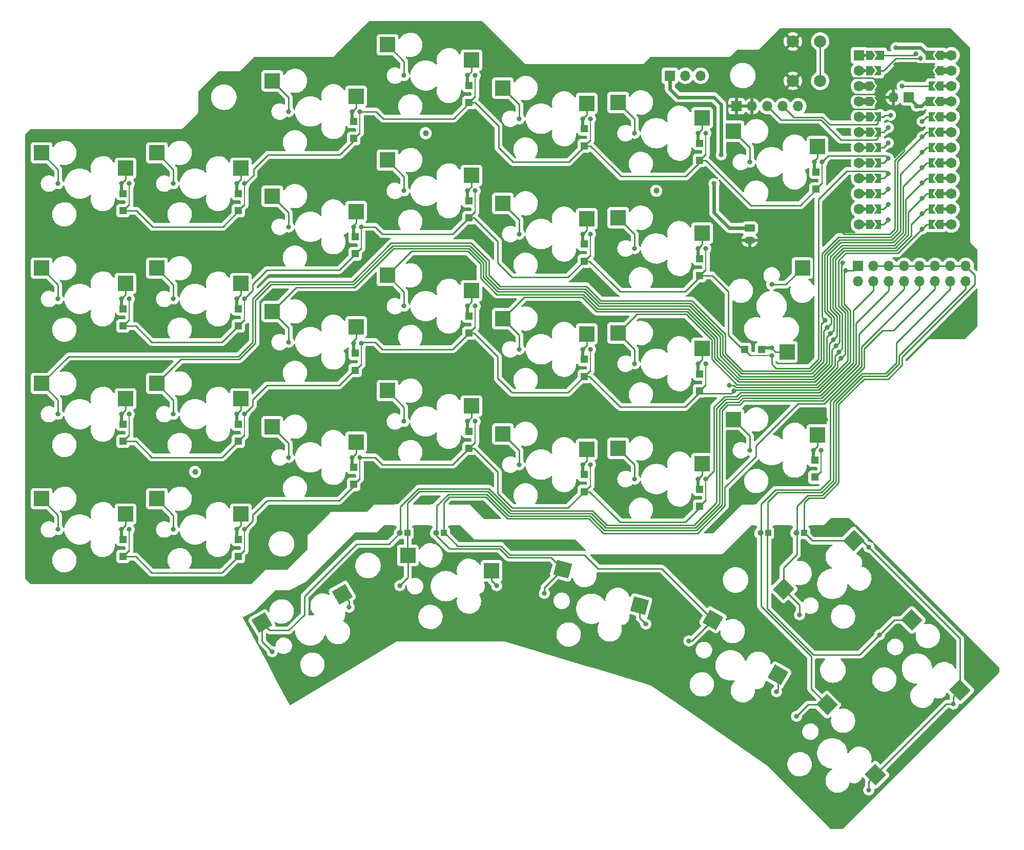
<source format=gbr>
%TF.GenerationSoftware,KiCad,Pcbnew,6.0.4*%
%TF.CreationDate,2022-04-28T08:17:54+02:00*%
%TF.ProjectId,mykeeb,6d796b65-6562-42e6-9b69-6361645f7063,rev?*%
%TF.SameCoordinates,Original*%
%TF.FileFunction,Copper,L1,Top*%
%TF.FilePolarity,Positive*%
%FSLAX46Y46*%
G04 Gerber Fmt 4.6, Leading zero omitted, Abs format (unit mm)*
G04 Created by KiCad (PCBNEW 6.0.4) date 2022-04-28 08:17:54*
%MOMM*%
%LPD*%
G01*
G04 APERTURE LIST*
G04 Aperture macros list*
%AMRoundRect*
0 Rectangle with rounded corners*
0 $1 Rounding radius*
0 $2 $3 $4 $5 $6 $7 $8 $9 X,Y pos of 4 corners*
0 Add a 4 corners polygon primitive as box body*
4,1,4,$2,$3,$4,$5,$6,$7,$8,$9,$2,$3,0*
0 Add four circle primitives for the rounded corners*
1,1,$1+$1,$2,$3*
1,1,$1+$1,$4,$5*
1,1,$1+$1,$6,$7*
1,1,$1+$1,$8,$9*
0 Add four rect primitives between the rounded corners*
20,1,$1+$1,$2,$3,$4,$5,0*
20,1,$1+$1,$4,$5,$6,$7,0*
20,1,$1+$1,$6,$7,$8,$9,0*
20,1,$1+$1,$8,$9,$2,$3,0*%
%AMRotRect*
0 Rectangle, with rotation*
0 The origin of the aperture is its center*
0 $1 length*
0 $2 width*
0 $3 Rotation angle, in degrees counterclockwise*
0 Add horizontal line*
21,1,$1,$2,0,0,$3*%
%AMFreePoly0*
4,1,6,1.000000,0.000000,0.500000,-0.750000,-0.500000,-0.750000,-0.500000,0.750000,0.500000,0.750000,1.000000,0.000000,1.000000,0.000000,$1*%
%AMFreePoly1*
4,1,6,1.000000,-0.750000,-0.650000,-0.750000,-0.150000,0.000000,-0.650000,0.750000,1.000000,0.750000,1.000000,-0.750000,1.000000,-0.750000,$1*%
%AMFreePoly2*
4,1,6,0.500000,-0.750000,-0.650000,-0.750000,-0.150000,0.000000,-0.650000,0.750000,0.500000,0.750000,0.500000,-0.750000,0.500000,-0.750000,$1*%
G04 Aperture macros list end*
%TA.AperFunction,SMDPad,CuDef*%
%ADD10R,2.550000X2.500000*%
%TD*%
%TA.AperFunction,SMDPad,CuDef*%
%ADD11R,0.504000X1.704000*%
%TD*%
%TA.AperFunction,SMDPad,CuDef*%
%ADD12R,1.200000X1.200000*%
%TD*%
%TA.AperFunction,ComponentPad*%
%ADD13C,0.800000*%
%TD*%
%TA.AperFunction,SMDPad,CuDef*%
%ADD14R,0.252000X3.646000*%
%TD*%
%TA.AperFunction,SMDPad,CuDef*%
%ADD15RotRect,0.254000X1.587000X135.000000*%
%TD*%
%TA.AperFunction,SMDPad,CuDef*%
%ADD16C,1.000000*%
%TD*%
%TA.AperFunction,SMDPad,CuDef*%
%ADD17RotRect,2.550000X2.500000X315.000000*%
%TD*%
%TA.AperFunction,ComponentPad*%
%ADD18C,2.000000*%
%TD*%
%TA.AperFunction,SMDPad,CuDef*%
%ADD19RotRect,2.550000X2.500000X30.000000*%
%TD*%
%TA.AperFunction,SMDPad,CuDef*%
%ADD20RotRect,2.550000X2.500000X45.000000*%
%TD*%
%TA.AperFunction,SMDPad,CuDef*%
%ADD21R,1.704000X0.504000*%
%TD*%
%TA.AperFunction,SMDPad,CuDef*%
%ADD22R,3.646000X0.252000*%
%TD*%
%TA.AperFunction,SMDPad,CuDef*%
%ADD23RotRect,0.254000X1.587000X45.000000*%
%TD*%
%TA.AperFunction,SMDPad,CuDef*%
%ADD24R,2.500000X2.550000*%
%TD*%
%TA.AperFunction,SMDPad,CuDef*%
%ADD25RotRect,2.550000X2.500000X345.000000*%
%TD*%
%TA.AperFunction,ComponentPad*%
%ADD26C,1.752600*%
%TD*%
%TA.AperFunction,SMDPad,CuDef*%
%ADD27FreePoly0,180.000000*%
%TD*%
%TA.AperFunction,SMDPad,CuDef*%
%ADD28FreePoly0,0.000000*%
%TD*%
%TA.AperFunction,SMDPad,CuDef*%
%ADD29R,0.852000X0.504000*%
%TD*%
%TA.AperFunction,ComponentPad*%
%ADD30R,1.752600X1.752600*%
%TD*%
%TA.AperFunction,SMDPad,CuDef*%
%ADD31R,1.038000X1.016000*%
%TD*%
%TA.AperFunction,SMDPad,CuDef*%
%ADD32R,0.852000X1.016000*%
%TD*%
%TA.AperFunction,SMDPad,CuDef*%
%ADD33FreePoly1,0.000000*%
%TD*%
%TA.AperFunction,SMDPad,CuDef*%
%ADD34FreePoly2,0.000000*%
%TD*%
%TA.AperFunction,SMDPad,CuDef*%
%ADD35FreePoly2,180.000000*%
%TD*%
%TA.AperFunction,SMDPad,CuDef*%
%ADD36FreePoly1,180.000000*%
%TD*%
%TA.AperFunction,SMDPad,CuDef*%
%ADD37RotRect,2.550000X2.500000X330.000000*%
%TD*%
%TA.AperFunction,ComponentPad*%
%ADD38R,1.700000X1.700000*%
%TD*%
%TA.AperFunction,ComponentPad*%
%ADD39O,1.700000X1.700000*%
%TD*%
%TA.AperFunction,ComponentPad*%
%ADD40R,1.000000X1.000000*%
%TD*%
%TA.AperFunction,ComponentPad*%
%ADD41O,1.000000X1.000000*%
%TD*%
%TA.AperFunction,ComponentPad*%
%ADD42RoundRect,0.250000X-0.625000X0.350000X-0.625000X-0.350000X0.625000X-0.350000X0.625000X0.350000X0*%
%TD*%
%TA.AperFunction,ComponentPad*%
%ADD43O,1.750000X1.200000*%
%TD*%
%TA.AperFunction,ViaPad*%
%ADD44C,0.800000*%
%TD*%
%TA.AperFunction,Conductor*%
%ADD45C,0.250000*%
%TD*%
%TA.AperFunction,Conductor*%
%ADD46C,0.600000*%
%TD*%
G04 APERTURE END LIST*
D10*
%TO.P,K26,1*%
%TO.N,col6*%
X135394375Y-86598125D03*
%TO.P,K26,2*%
%TO.N,Net-(D26-Pad1)*%
X149244375Y-89138125D03*
%TD*%
D11*
%TO.P,D33,1,K*%
%TO.N,Net-(D33-Pad1)*%
X91424125Y-87931625D03*
D12*
X91678125Y-88577625D03*
D13*
X91424125Y-86915625D03*
D12*
%TO.P,D33,2,A*%
%TO.N,row3*%
X91678125Y-91377625D03*
D14*
X92707885Y-88689832D03*
D13*
X92694125Y-86915625D03*
D15*
X92186125Y-90979625D03*
%TD*%
D10*
%TO.P,K14,1*%
%TO.N,col4*%
X97294375Y-50879375D03*
%TO.P,K14,2*%
%TO.N,Net-(D14-Pad1)*%
X111144375Y-53419375D03*
%TD*%
%TO.P,K12,1*%
%TO.N,col2*%
X59194375Y-49688750D03*
%TO.P,K12,2*%
%TO.N,Net-(D12-Pad1)*%
X73044375Y-52228750D03*
%TD*%
D11*
%TO.P,D32,1,K*%
%TO.N,Net-(D32-Pad1)*%
X72374125Y-93884750D03*
D13*
X72374125Y-92868750D03*
D12*
X72628125Y-94530750D03*
D13*
%TO.P,D32,2,A*%
%TO.N,row3*%
X73644125Y-92868750D03*
D15*
X73136125Y-96932750D03*
D14*
X73657885Y-94642957D03*
D12*
X72628125Y-97330750D03*
%TD*%
D10*
%TO.P,K22,1*%
%TO.N,col2*%
X59194375Y-68738750D03*
%TO.P,K22,2*%
%TO.N,Net-(D22-Pad1)*%
X73044375Y-71278750D03*
%TD*%
D16*
%TO.P,FID2,*%
%TO.N,*%
X122634375Y-48815625D03*
%TD*%
D17*
%TO.P,K45,1*%
%TO.N,Net-(D45-Pad2)*%
X164837000Y-119726318D03*
%TO.P,K45,2*%
%TO.N,row4*%
X172834377Y-131315798D03*
%TD*%
%TO.P,K44,1*%
%TO.N,Net-(D44-Pad2)*%
X150837000Y-133726318D03*
%TO.P,K44,2*%
%TO.N,row4*%
X158834377Y-145315798D03*
%TD*%
D11*
%TO.P,D10,1,K*%
%TO.N,Net-(D10-Pad1)*%
X34274125Y-67691000D03*
D12*
X34528125Y-68337000D03*
D13*
X34274125Y-66675000D03*
D12*
%TO.P,D10,2,A*%
%TO.N,row1*%
X34528125Y-71137000D03*
D14*
X35557885Y-68449207D03*
D13*
X35544125Y-66675000D03*
D15*
X35036125Y-70739000D03*
%TD*%
D11*
%TO.P,D2,1,K*%
%TO.N,Net-(D2-Pad1)*%
X72374125Y-36734750D03*
D13*
X72374125Y-35718750D03*
D12*
X72628125Y-37380750D03*
%TO.P,D2,2,A*%
%TO.N,row0*%
X72628125Y-40180750D03*
D14*
X73657885Y-37492957D03*
D15*
X73136125Y-39782750D03*
D13*
X73644125Y-35718750D03*
%TD*%
D18*
%TO.P,SW1,1,1*%
%TO.N,RST*%
X149696875Y-30634375D03*
X149696875Y-24134375D03*
%TO.P,SW1,2,2*%
%TO.N,GND*%
X145196875Y-24134375D03*
X145196875Y-30634375D03*
%TD*%
D10*
%TO.P,K30,1*%
%TO.N,col0*%
X21094375Y-99695000D03*
%TO.P,K30,2*%
%TO.N,Net-(D30-Pad1)*%
X34944375Y-102235000D03*
%TD*%
D13*
%TO.P,D14,1,K*%
%TO.N,Net-(D14-Pad1)*%
X110474125Y-55959375D03*
D12*
X110728125Y-57621375D03*
D11*
X110474125Y-56975375D03*
D14*
%TO.P,D14,2,A*%
%TO.N,row1*%
X111757885Y-57733582D03*
D12*
X110728125Y-60421375D03*
D13*
X111744125Y-55959375D03*
D15*
X111236125Y-60023375D03*
%TD*%
D12*
%TO.P,D5,1,K*%
%TO.N,Net-(D5-Pad1)*%
X129778125Y-40952625D03*
D11*
X129524125Y-40306625D03*
D13*
X129524125Y-39290625D03*
D12*
%TO.P,D5,2,A*%
%TO.N,row0*%
X129778125Y-43752625D03*
D13*
X130794125Y-39290625D03*
D15*
X130286125Y-43354625D03*
D14*
X130807885Y-41064832D03*
%TD*%
D11*
%TO.P,D15,1,K*%
%TO.N,Net-(D15-Pad1)*%
X129524125Y-59356625D03*
D12*
X129778125Y-60002625D03*
D13*
X129524125Y-58340625D03*
%TO.P,D15,2,A*%
%TO.N,row1*%
X130794125Y-58340625D03*
D15*
X130286125Y-62404625D03*
D14*
X130807885Y-60114832D03*
D12*
X129778125Y-62802625D03*
%TD*%
D16*
%TO.P,FID3,*%
%TO.N,*%
X84534375Y-39290625D03*
%TD*%
D13*
%TO.P,D11,1,K*%
%TO.N,Net-(D11-Pad1)*%
X53324125Y-66675000D03*
D11*
X53324125Y-67691000D03*
D12*
X53578125Y-68337000D03*
D15*
%TO.P,D11,2,A*%
%TO.N,row1*%
X54086125Y-70739000D03*
D12*
X53578125Y-71137000D03*
D14*
X54607885Y-68449207D03*
D13*
X54594125Y-66675000D03*
%TD*%
D10*
%TO.P,K31,1*%
%TO.N,col1*%
X40144375Y-99695000D03*
%TO.P,K31,2*%
%TO.N,Net-(D31-Pad1)*%
X53994375Y-102235000D03*
%TD*%
D19*
%TO.P,K40,1*%
%TO.N,Net-(D40-Pad2)*%
X57497075Y-120189341D03*
%TO.P,K40,2*%
%TO.N,row4*%
X70761527Y-115464045D03*
%TD*%
D20*
%TO.P,K46,1*%
%TO.N,Net-(D46-Pad2)*%
X143652795Y-114621721D03*
%TO.P,K46,2*%
%TO.N,row4*%
X155242275Y-106624344D03*
%TD*%
D12*
%TO.P,D16,1,K*%
%TO.N,Net-(D16-Pad1)*%
X140022375Y-75009375D03*
D13*
X141684375Y-74755375D03*
D21*
X140668375Y-74755375D03*
D13*
%TO.P,D16,2,A*%
%TO.N,row1*%
X141684375Y-76025375D03*
D22*
X139910168Y-76039135D03*
D23*
X137620375Y-75517375D03*
D12*
X137222375Y-75009375D03*
%TD*%
D10*
%TO.P,K20,1*%
%TO.N,col0*%
X21094375Y-80645000D03*
%TO.P,K20,2*%
%TO.N,Net-(D20-Pad1)*%
X34944375Y-83185000D03*
%TD*%
D12*
%TO.P,D30,1,K*%
%TO.N,Net-(D30-Pad1)*%
X34528125Y-106437000D03*
D11*
X34274125Y-105791000D03*
D13*
X34274125Y-104775000D03*
D15*
%TO.P,D30,2,A*%
%TO.N,row3*%
X35036125Y-108839000D03*
D13*
X35544125Y-104775000D03*
D14*
X35557885Y-106549207D03*
D12*
X34528125Y-109237000D03*
%TD*%
%TO.P,D25,1,K*%
%TO.N,Net-(D25-Pad1)*%
X129778125Y-79052625D03*
D11*
X129524125Y-78406625D03*
D13*
X129524125Y-77390625D03*
D12*
%TO.P,D25,2,A*%
%TO.N,row2*%
X129778125Y-81852625D03*
D15*
X130286125Y-81454625D03*
D14*
X130807885Y-79164832D03*
D13*
X130794125Y-77390625D03*
%TD*%
%TO.P,D0,1,K*%
%TO.N,Net-(D0-Pad1)*%
X34274125Y-47625000D03*
D11*
X34274125Y-48641000D03*
D12*
X34528125Y-49287000D03*
%TO.P,D0,2,A*%
%TO.N,row0*%
X34528125Y-52087000D03*
D13*
X35544125Y-47625000D03*
D15*
X35036125Y-51689000D03*
D14*
X35557885Y-49399207D03*
%TD*%
D11*
%TO.P,D4,1,K*%
%TO.N,Net-(D4-Pad1)*%
X110474125Y-37925375D03*
D13*
X110474125Y-36909375D03*
D12*
X110728125Y-38571375D03*
D14*
%TO.P,D4,2,A*%
%TO.N,row0*%
X111757885Y-38683582D03*
D13*
X111744125Y-36909375D03*
D15*
X111236125Y-40973375D03*
D12*
X110728125Y-41371375D03*
%TD*%
D10*
%TO.P,K11,1*%
%TO.N,col1*%
X40144375Y-61595000D03*
%TO.P,K11,2*%
%TO.N,Net-(D11-Pad1)*%
X53994375Y-64135000D03*
%TD*%
%TO.P,K4,1*%
%TO.N,col4*%
X97294375Y-31829375D03*
%TO.P,K4,2*%
%TO.N,Net-(D4-Pad1)*%
X111144375Y-34369375D03*
%TD*%
D11*
%TO.P,D31,1,K*%
%TO.N,Net-(D31-Pad1)*%
X53324125Y-105791000D03*
D12*
X53578125Y-106437000D03*
D13*
X53324125Y-104775000D03*
D15*
%TO.P,D31,2,A*%
%TO.N,row3*%
X54086125Y-108839000D03*
D14*
X54607885Y-106549207D03*
D12*
X53578125Y-109237000D03*
D13*
X54594125Y-104775000D03*
%TD*%
D10*
%TO.P,K10,1*%
%TO.N,col0*%
X21094375Y-61595000D03*
%TO.P,K10,2*%
%TO.N,Net-(D10-Pad1)*%
X34944375Y-64135000D03*
%TD*%
D12*
%TO.P,D3,1,K*%
%TO.N,Net-(D3-Pad1)*%
X91678125Y-31427625D03*
D11*
X91424125Y-30781625D03*
D13*
X91424125Y-29765625D03*
D12*
%TO.P,D3,2,A*%
%TO.N,row0*%
X91678125Y-34227625D03*
D15*
X92186125Y-33829625D03*
D13*
X92694125Y-29765625D03*
D14*
X92707885Y-31539832D03*
%TD*%
D11*
%TO.P,D13,1,K*%
%TO.N,Net-(D13-Pad1)*%
X91424125Y-49831625D03*
D12*
X91678125Y-50477625D03*
D13*
X91424125Y-48815625D03*
D15*
%TO.P,D13,2,A*%
%TO.N,row1*%
X92186125Y-52879625D03*
D13*
X92694125Y-48815625D03*
D12*
X91678125Y-53277625D03*
D14*
X92707885Y-50589832D03*
%TD*%
D12*
%TO.P,D20,1,K*%
%TO.N,Net-(D20-Pad1)*%
X34528125Y-87387000D03*
D13*
X34274125Y-85725000D03*
D11*
X34274125Y-86741000D03*
D13*
%TO.P,D20,2,A*%
%TO.N,row2*%
X35544125Y-85725000D03*
D14*
X35557885Y-87499207D03*
D15*
X35036125Y-89789000D03*
D12*
X34528125Y-90187000D03*
%TD*%
D10*
%TO.P,K3,1*%
%TO.N,col3*%
X78244375Y-24685625D03*
%TO.P,K3,2*%
%TO.N,Net-(D3-Pad1)*%
X92094375Y-27225625D03*
%TD*%
D11*
%TO.P,D23,1,K*%
%TO.N,Net-(D23-Pad1)*%
X91424125Y-68881625D03*
D12*
X91678125Y-69527625D03*
D13*
X91424125Y-67865625D03*
%TO.P,D23,2,A*%
%TO.N,row2*%
X92694125Y-67865625D03*
D12*
X91678125Y-72327625D03*
D15*
X92186125Y-71929625D03*
D14*
X92707885Y-69639832D03*
%TD*%
D24*
%TO.P,K16,1*%
%TO.N,col6*%
X146764375Y-61575625D03*
%TO.P,K16,2*%
%TO.N,Net-(D16-Pad1)*%
X144224375Y-75425625D03*
%TD*%
D10*
%TO.P,K35,1*%
%TO.N,col5*%
X116344375Y-91360625D03*
%TO.P,K35,2*%
%TO.N,Net-(D35-Pad1)*%
X130194375Y-93900625D03*
%TD*%
%TO.P,K2,1*%
%TO.N,col2*%
X59194375Y-30638750D03*
%TO.P,K2,2*%
%TO.N,Net-(D2-Pad1)*%
X73044375Y-33178750D03*
%TD*%
%TO.P,K32,1*%
%TO.N,col2*%
X59194375Y-87788750D03*
%TO.P,K32,2*%
%TO.N,Net-(D32-Pad1)*%
X73044375Y-90328750D03*
%TD*%
%TO.P,K5,1*%
%TO.N,col5*%
X116344375Y-34210625D03*
%TO.P,K5,2*%
%TO.N,Net-(D5-Pad1)*%
X130194375Y-36750625D03*
%TD*%
%TO.P,K6,1*%
%TO.N,col6*%
X135394375Y-38973125D03*
%TO.P,K6,2*%
%TO.N,Net-(D6-Pad1)*%
X149244375Y-41513125D03*
%TD*%
%TO.P,K13,1*%
%TO.N,col3*%
X78244375Y-43735625D03*
%TO.P,K13,2*%
%TO.N,Net-(D13-Pad1)*%
X92094375Y-46275625D03*
%TD*%
%TO.P,K41,1*%
%TO.N,Net-(D41-Pad2)*%
X81578125Y-109061250D03*
%TO.P,K41,2*%
%TO.N,row4*%
X95428125Y-111601250D03*
%TD*%
%TO.P,K1,1*%
%TO.N,col1*%
X40144375Y-42545000D03*
%TO.P,K1,2*%
%TO.N,Net-(D1-Pad1)*%
X53994375Y-45085000D03*
%TD*%
D25*
%TO.P,K42,1*%
%TO.N,Net-(D42-Pad2)*%
X107157877Y-111337000D03*
%TO.P,K42,2*%
%TO.N,row4*%
X119878550Y-117375095D03*
%TD*%
D12*
%TO.P,D21,1,K*%
%TO.N,Net-(D21-Pad1)*%
X53578125Y-87387000D03*
D13*
X53324125Y-85725000D03*
D11*
X53324125Y-86741000D03*
D14*
%TO.P,D21,2,A*%
%TO.N,row2*%
X54607885Y-87499207D03*
D15*
X54086125Y-89789000D03*
D13*
X54594125Y-85725000D03*
D12*
X53578125Y-90187000D03*
%TD*%
D26*
%TO.P,U1,*%
%TO.N,*%
X156136000Y-46736000D03*
D27*
X169598000Y-49276000D03*
D28*
X157838000Y-34036000D03*
D27*
X169598000Y-54356000D03*
D28*
X157838000Y-46736000D03*
D29*
X170360000Y-41656000D03*
D28*
X157838000Y-49276000D03*
D26*
X171376000Y-36576000D03*
D30*
X156136000Y-26416000D03*
D26*
X171376000Y-39116000D03*
X156136000Y-51816000D03*
D29*
X157234000Y-51816000D03*
D26*
X171376000Y-34036000D03*
X156136000Y-41656000D03*
D29*
X170360000Y-36576000D03*
D26*
X171376000Y-44196000D03*
D27*
X169598000Y-51816000D03*
X169598000Y-28956000D03*
D26*
X156136000Y-54356000D03*
X171376000Y-31496000D03*
D28*
X157838000Y-26416000D03*
D29*
X157234000Y-41656000D03*
D26*
X156136000Y-28956000D03*
D27*
X169598000Y-36576000D03*
D29*
X170364232Y-44192784D03*
D26*
X156136000Y-31496000D03*
D29*
X157152000Y-49276000D03*
D28*
X157838000Y-54356000D03*
D29*
X157152000Y-28956000D03*
D26*
X171376000Y-28956000D03*
D27*
X169598000Y-46736000D03*
D26*
X171376000Y-26416000D03*
D29*
X170360000Y-39116000D03*
D26*
X171376000Y-41656000D03*
D29*
X157152000Y-46736000D03*
X157152000Y-26416000D03*
D31*
X170267000Y-28956000D03*
D27*
X169598000Y-39116000D03*
X169598000Y-34036000D03*
X169598000Y-31496000D03*
D29*
X170364232Y-31493095D03*
D27*
X169598000Y-41656000D03*
D29*
X170360000Y-51816000D03*
D26*
X156136000Y-39116000D03*
X156136000Y-49276000D03*
X171376000Y-49276000D03*
D28*
X157838000Y-28956000D03*
D32*
X170360000Y-26416000D03*
D26*
X171376000Y-54356000D03*
D29*
X157234000Y-44196000D03*
D28*
X157838000Y-51816000D03*
X157838000Y-41656000D03*
D26*
X156136000Y-36576000D03*
X171376000Y-51816000D03*
D29*
X157152000Y-36576000D03*
X157234000Y-54356000D03*
D26*
X171376000Y-46736000D03*
D32*
X157152000Y-34036000D03*
D29*
X170360000Y-49276000D03*
X170360000Y-54356000D03*
D28*
X157838000Y-31496000D03*
D29*
X157152000Y-39116000D03*
D32*
X170364232Y-34036000D03*
D27*
X169598000Y-26416000D03*
X169598000Y-44196000D03*
D28*
X157838000Y-44196000D03*
D26*
X156136000Y-34036000D03*
D29*
X170360000Y-46736000D03*
D26*
X156136000Y-44196000D03*
D28*
X157838000Y-39116000D03*
D32*
X157152000Y-31496000D03*
D28*
X157838000Y-36576000D03*
D33*
%TO.P,U1,1,TX0/PD3*%
%TO.N,unconnected-(U1-Pad1)*%
X159288000Y-26416000D03*
D34*
%TO.P,U1,2,RX1/PD2*%
%TO.N,unconnected-(U1-Pad2)*%
X159288000Y-28956000D03*
D33*
%TO.P,U1,3,GND*%
%TO.N,GND*%
X159288000Y-31496000D03*
%TO.P,U1,4,GND*%
X159288000Y-34036000D03*
D34*
%TO.P,U1,5,2/PD1*%
%TO.N,SDA*%
X159288000Y-36576000D03*
%TO.P,U1,6,3/PD0*%
%TO.N,SCL*%
X159288000Y-39116000D03*
%TO.P,U1,7,4/PD4*%
%TO.N,unconnected-(U1-Pad7)*%
X159288000Y-41656000D03*
%TO.P,U1,8,5/PC6*%
%TO.N,row0*%
X159288000Y-44196000D03*
%TO.P,U1,9,6/PD7*%
%TO.N,row1*%
X159288000Y-46736000D03*
%TO.P,U1,10,7/PE6*%
%TO.N,row2*%
X159288000Y-49276000D03*
%TO.P,U1,11,8/PB4*%
%TO.N,row3*%
X159288000Y-51816000D03*
%TO.P,U1,12,9/PB5*%
%TO.N,row4*%
X159288000Y-54356000D03*
D35*
%TO.P,U1,13,10/PB6*%
%TO.N,col6*%
X168148000Y-54356000D03*
%TO.P,U1,14,16/PB2*%
%TO.N,col5*%
X168148000Y-51816000D03*
%TO.P,U1,15,14/PB3*%
%TO.N,col4*%
X168148000Y-49276000D03*
%TO.P,U1,16,15/PB1*%
%TO.N,col3*%
X168148000Y-46736000D03*
%TO.P,U1,17,A0/PF7*%
%TO.N,col2*%
X168148000Y-44196000D03*
%TO.P,U1,18,A1/PF6*%
%TO.N,col1*%
X168148000Y-41656000D03*
%TO.P,U1,19,A2/PF5*%
%TO.N,col0*%
X168148000Y-39116000D03*
%TO.P,U1,20,A3/PF4*%
%TO.N,unconnected-(U1-Pad20)*%
X168148000Y-36576000D03*
D36*
%TO.P,U1,21,VCC*%
%TO.N,VCC*%
X168148000Y-34036000D03*
D35*
%TO.P,U1,22,RST*%
%TO.N,RST*%
X168148000Y-31496000D03*
D36*
%TO.P,U1,23,GND*%
%TO.N,GND*%
X168148000Y-28956000D03*
%TO.P,U1,24,RAW*%
%TO.N,Bat+*%
X168148000Y-26416000D03*
%TD*%
D10*
%TO.P,K25,1*%
%TO.N,col5*%
X116344375Y-72310625D03*
%TO.P,K25,2*%
%TO.N,Net-(D25-Pad1)*%
X130194375Y-74850625D03*
%TD*%
D16*
%TO.P,FID1,*%
%TO.N,*%
X46434375Y-95250000D03*
%TD*%
D11*
%TO.P,D1,1,K*%
%TO.N,Net-(D1-Pad1)*%
X53324125Y-48641000D03*
D12*
X53578125Y-49287000D03*
D13*
X53324125Y-47625000D03*
D15*
%TO.P,D1,2,A*%
%TO.N,row0*%
X54086125Y-51689000D03*
D13*
X54594125Y-47625000D03*
D14*
X54607885Y-49399207D03*
D12*
X53578125Y-52087000D03*
%TD*%
D10*
%TO.P,K33,1*%
%TO.N,col3*%
X78244375Y-81835625D03*
%TO.P,K33,2*%
%TO.N,Net-(D33-Pad1)*%
X92094375Y-84375625D03*
%TD*%
D12*
%TO.P,D24,1,K*%
%TO.N,Net-(D24-Pad1)*%
X110728125Y-76671375D03*
D11*
X110474125Y-76025375D03*
D13*
X110474125Y-75009375D03*
D15*
%TO.P,D24,2,A*%
%TO.N,row2*%
X111236125Y-79073375D03*
D12*
X110728125Y-79471375D03*
D13*
X111744125Y-75009375D03*
D14*
X111757885Y-76783582D03*
%TD*%
D13*
%TO.P,D26,1,K*%
%TO.N,Net-(D26-Pad1)*%
X148574125Y-91678125D03*
D12*
X148828125Y-93340125D03*
D11*
X148574125Y-92694125D03*
D15*
%TO.P,D26,2,A*%
%TO.N,row2*%
X149336125Y-95742125D03*
D12*
X148828125Y-96140125D03*
D14*
X149857885Y-93452332D03*
D13*
X149844125Y-91678125D03*
%TD*%
D37*
%TO.P,K43,1*%
%TO.N,Net-(D43-Pad2)*%
X131996416Y-119693716D03*
%TO.P,K43,2*%
%TO.N,row4*%
X142720868Y-128818420D03*
%TD*%
D13*
%TO.P,D35,1,K*%
%TO.N,Net-(D35-Pad1)*%
X129524125Y-96440625D03*
D12*
X129778125Y-98102625D03*
D11*
X129524125Y-97456625D03*
D13*
%TO.P,D35,2,A*%
%TO.N,row3*%
X130794125Y-96440625D03*
D15*
X130286125Y-100504625D03*
D12*
X129778125Y-100902625D03*
D14*
X130807885Y-98214832D03*
%TD*%
D10*
%TO.P,K21,1*%
%TO.N,col1*%
X40144375Y-80645000D03*
%TO.P,K21,2*%
%TO.N,Net-(D21-Pad1)*%
X53994375Y-83185000D03*
%TD*%
D13*
%TO.P,D12,1,K*%
%TO.N,Net-(D12-Pad1)*%
X72628125Y-54768750D03*
D11*
X72628125Y-55784750D03*
D12*
X72882125Y-56430750D03*
%TO.P,D12,2,A*%
%TO.N,row1*%
X72882125Y-59230750D03*
D14*
X73911885Y-56542957D03*
D13*
X73898125Y-54768750D03*
D15*
X73390125Y-58832750D03*
%TD*%
D10*
%TO.P,K0,1*%
%TO.N,col0*%
X21094375Y-42545000D03*
%TO.P,K0,2*%
%TO.N,Net-(D0-Pad1)*%
X34944375Y-45085000D03*
%TD*%
%TO.P,K34,1*%
%TO.N,col4*%
X97294375Y-88979375D03*
%TO.P,K34,2*%
%TO.N,Net-(D34-Pad1)*%
X111144375Y-91519375D03*
%TD*%
D13*
%TO.P,D34,1,K*%
%TO.N,Net-(D34-Pad1)*%
X110474125Y-94059375D03*
D11*
X110474125Y-95075375D03*
D12*
X110728125Y-95721375D03*
%TO.P,D34,2,A*%
%TO.N,row3*%
X110728125Y-98521375D03*
D15*
X111236125Y-98123375D03*
D14*
X111757885Y-95833582D03*
D13*
X111744125Y-94059375D03*
%TD*%
D12*
%TO.P,D22,1,K*%
%TO.N,Net-(D22-Pad1)*%
X72882125Y-75655375D03*
D13*
X72628125Y-73993375D03*
D11*
X72628125Y-75009375D03*
D13*
%TO.P,D22,2,A*%
%TO.N,row2*%
X73898125Y-73993375D03*
D12*
X72882125Y-78455375D03*
D14*
X73911885Y-75767582D03*
D15*
X73390125Y-78057375D03*
%TD*%
D10*
%TO.P,K24,1*%
%TO.N,col4*%
X97294375Y-69929375D03*
%TO.P,K24,2*%
%TO.N,Net-(D24-Pad1)*%
X111144375Y-72469375D03*
%TD*%
%TO.P,K23,1*%
%TO.N,col3*%
X78244375Y-62785625D03*
%TO.P,K23,2*%
%TO.N,Net-(D23-Pad1)*%
X92094375Y-65325625D03*
%TD*%
D12*
%TO.P,D6,1,K*%
%TO.N,Net-(D6-Pad1)*%
X149002750Y-45715125D03*
D13*
X148748750Y-44053125D03*
D11*
X148748750Y-45069125D03*
D15*
%TO.P,D6,2,A*%
%TO.N,row0*%
X149510750Y-48117125D03*
D14*
X150032510Y-45827332D03*
D12*
X149002750Y-48515125D03*
D13*
X150018750Y-44053125D03*
%TD*%
D10*
%TO.P,K15,1*%
%TO.N,col5*%
X116344375Y-53260625D03*
%TO.P,K15,2*%
%TO.N,Net-(D15-Pad1)*%
X130194375Y-55800625D03*
%TD*%
D38*
%TO.P,J11,1,Pin_1*%
%TO.N,GND*%
X135920000Y-34823000D03*
D39*
%TO.P,J11,2,Pin_2*%
X138460000Y-34823000D03*
%TO.P,J11,3,Pin_3*%
%TO.N,SCL*%
X141000000Y-34823000D03*
%TO.P,J11,4,Pin_4*%
%TO.N,SDA*%
X143540000Y-34823000D03*
%TO.P,J11,5,Pin_5*%
%TO.N,VCC*%
X146080000Y-34823000D03*
%TD*%
D40*
%TO.P,J3,1,Pin_1*%
%TO.N,Net-(D41-Pad2)*%
X81557881Y-105370401D03*
D41*
%TO.P,J3,2,Pin_2*%
%TO.N,Net-(D40-Pad2)*%
X80287881Y-105370401D03*
%TD*%
D40*
%TO.P,J4,1,Pin_1*%
%TO.N,Net-(D43-Pad2)*%
X87511011Y-105370401D03*
D41*
%TO.P,J4,2,Pin_2*%
%TO.N,Net-(D42-Pad2)*%
X86241011Y-105370401D03*
%TD*%
D38*
%TO.P,SWbat1,1,A*%
%TO.N,Net-(BT1-Pad1)*%
X124871875Y-29790625D03*
D39*
%TO.P,SWbat1,2,B*%
%TO.N,Bat+*%
X127411875Y-29790625D03*
%TO.P,SWbat1,3,C*%
%TO.N,unconnected-(SWbat1-Pad3)*%
X129951875Y-29790625D03*
%TD*%
D40*
%TO.P,J5,1,Pin_1*%
%TO.N,Net-(D45-Pad2)*%
X141089181Y-105370401D03*
D41*
%TO.P,J5,2,Pin_2*%
%TO.N,Net-(D44-Pad2)*%
X139819181Y-105370401D03*
%TD*%
D38*
%TO.P,J1,1,Pin_1*%
%TO.N,row3*%
X155971000Y-61214000D03*
D39*
%TO.P,J1,2,Pin_2*%
%TO.N,Net-(D36-Pad2)*%
X155971000Y-63754000D03*
%TO.P,J1,3,Pin_3*%
%TO.N,row4*%
X158511000Y-61214000D03*
%TO.P,J1,4,Pin_4*%
%TO.N,Net-(D40-Pad2)*%
X158511000Y-63754000D03*
%TO.P,J1,5,Pin_5*%
%TO.N,row4*%
X161051000Y-61214000D03*
%TO.P,J1,6,Pin_6*%
%TO.N,Net-(D41-Pad2)*%
X161051000Y-63754000D03*
%TO.P,J1,7,Pin_7*%
%TO.N,row4*%
X163591000Y-61214000D03*
%TO.P,J1,8,Pin_8*%
%TO.N,Net-(D42-Pad2)*%
X163591000Y-63754000D03*
%TO.P,J1,9,Pin_9*%
%TO.N,row4*%
X166131000Y-61214000D03*
%TO.P,J1,10,Pin_10*%
%TO.N,Net-(D43-Pad2)*%
X166131000Y-63754000D03*
%TO.P,J1,11,Pin_11*%
%TO.N,row4*%
X168671000Y-61214000D03*
%TO.P,J1,12,Pin_12*%
%TO.N,Net-(D44-Pad2)*%
X168671000Y-63754000D03*
%TO.P,J1,13,Pin_13*%
%TO.N,row4*%
X171211000Y-61214000D03*
%TO.P,J1,14,Pin_14*%
%TO.N,Net-(D45-Pad2)*%
X171211000Y-63754000D03*
%TO.P,J1,15,Pin_15*%
%TO.N,row4*%
X173751000Y-61214000D03*
%TO.P,J1,16,Pin_16*%
%TO.N,Net-(D46-Pad2)*%
X173751000Y-63754000D03*
%TD*%
D38*
%TO.P,J2,1,Pin_1*%
%TO.N,VCC*%
X164365762Y-33362528D03*
D39*
%TO.P,J2,2,Pin_2*%
%TO.N,GND*%
X161825762Y-33362528D03*
%TD*%
D40*
%TO.P,J6,1,Pin_1*%
%TO.N,row4*%
X147042311Y-105370401D03*
D41*
%TO.P,J6,2,Pin_2*%
%TO.N,Net-(D46-Pad2)*%
X145772311Y-105370401D03*
%TD*%
D42*
%TO.P,BT1,1,+*%
%TO.N,Net-(BT1-Pad1)*%
X138043750Y-54959375D03*
D43*
%TO.P,BT1,2,-*%
%TO.N,GND*%
X138043750Y-56959375D03*
%TD*%
D44*
%TO.N,GND*%
X166687537Y-58340633D03*
%TO.N,unconnected-(U1-Pad20)*%
X166550000Y-37338000D03*
%TO.N,RST*%
X163248000Y-31496000D03*
%TO.N,Bat+*%
X162232000Y-25146000D03*
%TO.N,row0*%
X160962000Y-43434000D03*
%TO.N,row1*%
X160962000Y-45974000D03*
%TO.N,row2*%
X135454354Y-81912536D03*
X160962000Y-48514000D03*
X153416000Y-60706000D03*
%TO.N,row3*%
X160962000Y-51054000D03*
X153924000Y-61976000D03*
%TO.N,row4*%
X96266000Y-114046000D03*
X160962000Y-53594000D03*
X157734000Y-107696000D03*
X142494000Y-131572000D03*
X171704000Y-133604000D03*
X120904000Y-120396000D03*
X71882000Y-117602000D03*
X157734000Y-147828000D03*
%TO.N,col0*%
X166550000Y-39878000D03*
X23812500Y-66675000D03*
X23812500Y-104775000D03*
X23812500Y-85725000D03*
X150497870Y-70233870D03*
X23812500Y-47625000D03*
%TO.N,col1*%
X42862500Y-47625000D03*
X42862500Y-85725000D03*
X150876000Y-71374000D03*
X166550000Y-42418000D03*
X42862500Y-66675000D03*
X42862500Y-104775000D03*
%TO.N,col2*%
X61912500Y-92868750D03*
X166550000Y-44958000D03*
X151384000Y-72390000D03*
X61912500Y-35718750D03*
X61912500Y-54768750D03*
X61912500Y-73818750D03*
%TO.N,col3*%
X80962500Y-67865625D03*
X80962500Y-48815625D03*
X80962500Y-86915625D03*
X151892000Y-73406000D03*
X80962500Y-29765625D03*
X166550000Y-47498000D03*
%TO.N,col4*%
X100012500Y-75009375D03*
X100012500Y-36909375D03*
X100012500Y-94059375D03*
X166550000Y-50038000D03*
X100012500Y-55959375D03*
X152273000Y-74422000D03*
%TO.N,col5*%
X119062500Y-39290625D03*
X119062500Y-58340625D03*
X166550000Y-52578000D03*
X152781000Y-75438000D03*
X119062500Y-77390625D03*
X119062500Y-96440625D03*
%TO.N,col6*%
X153162000Y-76454000D03*
X166550000Y-55118000D03*
X138112500Y-44053125D03*
X134729854Y-80916146D03*
X141684375Y-64293750D03*
X138112500Y-91678125D03*
%TO.N,GND*%
X152400000Y-41656000D03*
X113109470Y-64293804D03*
X87511011Y-60721926D03*
X38100000Y-85725000D03*
X162232000Y-27940000D03*
X152400128Y-44648475D03*
X145851685Y-86320385D03*
X125015730Y-70842247D03*
X152400000Y-36576000D03*
X150622000Y-86614000D03*
X114300000Y-75009375D03*
X163322000Y-27940000D03*
X55959375Y-76200000D03*
X147637624Y-69651621D03*
X80367255Y-96440706D03*
X132159486Y-67865682D03*
X142875120Y-96440706D03*
X153416000Y-39116000D03*
X94059454Y-57150048D03*
X93464141Y-101203210D03*
X143470433Y-108942279D03*
X142279807Y-85129759D03*
X165354000Y-27940000D03*
X75009375Y-64293750D03*
X173236083Y-72032873D03*
X151209375Y-53578125D03*
X151209502Y-105370401D03*
X76200064Y-57150048D03*
X77986003Y-105370401D03*
X84534446Y-100012584D03*
X135731364Y-89892263D03*
X164338000Y-27940000D03*
X89892263Y-105370401D03*
X95250000Y-67865625D03*
%TO.N,unconnected-(U1-Pad1)*%
X165534000Y-26162000D03*
%TO.N,unconnected-(U1-Pad2)*%
X166296000Y-26924000D03*
%TO.N,unconnected-(U1-Pad7)*%
X160962000Y-40894000D03*
%TO.N,Net-(BT1-Pad1)*%
X132159375Y-47625000D03*
X133350000Y-42862500D03*
%TO.N,Net-(D40-Pad2)*%
X59182000Y-124968000D03*
%TO.N,Net-(D41-Pad2)*%
X80264000Y-114046000D03*
%TO.N,Net-(D42-Pad2)*%
X104140000Y-115316000D03*
%TO.N,Net-(D43-Pad2)*%
X128016000Y-123190000D03*
%TO.N,Net-(D44-Pad2)*%
X145796000Y-135636000D03*
%TO.N,Net-(D45-Pad2)*%
X159512000Y-122174000D03*
%TO.N,Net-(D46-Pad2)*%
X146304000Y-118872000D03*
%TO.N,VCC*%
X165608000Y-34798000D03*
%TO.N,SDA*%
X161329823Y-36314093D03*
%TO.N,SCL*%
X160962000Y-38354000D03*
%TD*%
D45*
%TO.N,unconnected-(U1-Pad20)*%
X168148000Y-36576000D02*
X167312000Y-36576000D01*
X167312000Y-36576000D02*
X166550000Y-37338000D01*
%TO.N,RST*%
X163248000Y-31496000D02*
X168148000Y-31496000D01*
X149696875Y-24134375D02*
X149696875Y-30634375D01*
D46*
%TO.N,Bat+*%
X167566000Y-26416000D02*
X166296000Y-25146000D01*
X166296000Y-25146000D02*
X162232000Y-25146000D01*
D45*
X168148000Y-26416000D02*
X167566000Y-26416000D01*
%TO.N,row0*%
X130794125Y-43752625D02*
X138238375Y-51196875D01*
X72754000Y-40481250D02*
X72754000Y-40180750D01*
X73770000Y-35718750D02*
X76325875Y-35718750D01*
X92694125Y-34227625D02*
X96566500Y-38100000D01*
X39416500Y-54768750D02*
X51022250Y-54768750D01*
X36734750Y-52087000D02*
X39416500Y-54768750D01*
X110854000Y-41371375D02*
X111744125Y-41371375D01*
X115616500Y-45243750D02*
X116807125Y-46434375D01*
X159288000Y-44196000D02*
X160200000Y-44196000D01*
X77516500Y-36909375D02*
X89122250Y-36909375D01*
X125141500Y-46434375D02*
X126332125Y-46434375D01*
X116807125Y-46434375D02*
X125141500Y-46434375D01*
X96566500Y-38100000D02*
X96566500Y-41671875D01*
X56085250Y-45243750D02*
X58466500Y-42862500D01*
X51022250Y-54768750D02*
X53704000Y-52087000D01*
X34654000Y-52087000D02*
X36734750Y-52087000D01*
X96566500Y-41671875D02*
X98947750Y-44053125D01*
X146446875Y-51196875D02*
X149128625Y-48515125D01*
X54720000Y-47625000D02*
X56085250Y-46259750D01*
X111744125Y-41371375D02*
X115616500Y-45243750D01*
X98947750Y-44053125D02*
X108172250Y-44053125D01*
X127522750Y-46434375D02*
X129904000Y-44053125D01*
X76325875Y-35718750D02*
X77516500Y-36909375D01*
X91804000Y-34227625D02*
X92694125Y-34227625D01*
X160200000Y-44196000D02*
X160962000Y-43434000D01*
X126332125Y-46434375D02*
X127522750Y-46434375D01*
X89122250Y-36909375D02*
X91804000Y-34227625D01*
X138238375Y-51196875D02*
X146446875Y-51196875D01*
X58466500Y-42862500D02*
X70372750Y-42862500D01*
X151076686Y-42995189D02*
X160523189Y-42995189D01*
X150018750Y-44053125D02*
X151076686Y-42995189D01*
X56085250Y-46259750D02*
X56085250Y-45243750D01*
X160523189Y-42995189D02*
X160962000Y-43434000D01*
X129904000Y-43752625D02*
X130794125Y-43752625D01*
X108172250Y-44053125D02*
X110854000Y-41371375D01*
X70372750Y-42862500D02*
X72754000Y-40481250D01*
%TO.N,row1*%
X72628125Y-59531250D02*
X72628125Y-59230750D01*
X149096564Y-76960564D02*
X149411295Y-76645833D01*
X126206250Y-65484375D02*
X127396875Y-65484375D01*
X116681250Y-65484375D02*
X125015625Y-65484375D01*
X96440625Y-57150000D02*
X96440625Y-60721875D01*
X141684375Y-76025375D02*
X141684375Y-77422375D01*
X108046375Y-63103125D02*
X110728125Y-60421375D01*
X148715564Y-77341564D02*
X149096564Y-76960564D01*
X111618250Y-60421375D02*
X115490625Y-64293750D01*
X34528125Y-71137000D02*
X36608875Y-71137000D01*
X70246875Y-61912500D02*
X72628125Y-59531250D01*
X115490625Y-64293750D02*
X116681250Y-65484375D01*
X127396875Y-65484375D02*
X129778125Y-63103125D01*
X58340625Y-61912500D02*
X70246875Y-61912500D01*
X149411295Y-50232705D02*
X154108811Y-45535189D01*
X39290625Y-73818750D02*
X50896375Y-73818750D01*
X54594125Y-66675000D02*
X55959375Y-65309750D01*
X131858875Y-62802625D02*
X129778125Y-62802625D01*
X159288000Y-46736000D02*
X160200000Y-46736000D01*
X98821875Y-63103125D02*
X108046375Y-63103125D01*
X147925398Y-78131730D02*
X148715564Y-77341564D01*
X50896375Y-73818750D02*
X53578125Y-71137000D01*
X36608875Y-71137000D02*
X39290625Y-73818750D01*
X142393730Y-78131730D02*
X145288000Y-78131730D01*
X154108811Y-45535189D02*
X160523189Y-45535189D01*
X96440625Y-60721875D02*
X98821875Y-63103125D01*
X137222375Y-75009375D02*
X136921875Y-75009375D01*
X149411295Y-55177295D02*
X149411295Y-50232705D01*
X134540625Y-72628125D02*
X134540625Y-65484375D01*
X55959375Y-65309750D02*
X55959375Y-64293750D01*
X145288000Y-78131730D02*
X147925398Y-78131730D01*
X77390625Y-55959375D02*
X88996375Y-55959375D01*
X149411295Y-76645833D02*
X149411295Y-76454000D01*
X92568250Y-53277625D02*
X96440625Y-57150000D01*
X91678125Y-53277625D02*
X92568250Y-53277625D01*
X141684375Y-77422375D02*
X141986000Y-77724000D01*
X160200000Y-46736000D02*
X160962000Y-45974000D01*
X76200000Y-54768750D02*
X77390625Y-55959375D01*
X160523189Y-45535189D02*
X160962000Y-45974000D01*
X125015625Y-65484375D02*
X126206250Y-65484375D01*
X110728125Y-60421375D02*
X111618250Y-60421375D01*
X55959375Y-64293750D02*
X58340625Y-61912500D01*
X73644125Y-54768750D02*
X76200000Y-54768750D01*
X88996375Y-55959375D02*
X91678125Y-53277625D01*
X149411295Y-76454000D02*
X149411295Y-55177295D01*
X136921875Y-75009375D02*
X134540625Y-72628125D01*
X141986000Y-77724000D02*
X142393730Y-78131730D01*
X134540625Y-65484375D02*
X131858875Y-62802625D01*
%TO.N,row2*%
X36608875Y-90187000D02*
X39290625Y-92868750D01*
X135639000Y-81727890D02*
X141538110Y-81727890D01*
X115490625Y-83343750D02*
X116681250Y-84534375D01*
X108046375Y-82153125D02*
X110728125Y-79471375D01*
X135070890Y-82296000D02*
X130221500Y-82296000D01*
X55959375Y-84359750D02*
X55959375Y-83343750D01*
X125015625Y-84534375D02*
X126206250Y-84534375D01*
X70246875Y-80962500D02*
X72628125Y-78581250D01*
X92568250Y-72327625D02*
X96440625Y-76200000D01*
X34528125Y-90187000D02*
X36608875Y-90187000D01*
X153199489Y-67729207D02*
X153199489Y-60922511D01*
X96440625Y-76200000D02*
X96440625Y-79771875D01*
X91678125Y-72327625D02*
X92568250Y-72327625D01*
X127396875Y-84534375D02*
X129778125Y-82153125D01*
X88996375Y-75009375D02*
X91678125Y-72327625D01*
X141538110Y-81727890D02*
X149414979Y-81727890D01*
X96440625Y-79771875D02*
X98821875Y-82153125D01*
X149414979Y-81727890D02*
X154236480Y-76906389D01*
X135454354Y-81912536D02*
X135070890Y-82296000D01*
X50896375Y-92868750D02*
X53578125Y-90187000D01*
X153199489Y-60922511D02*
X153416000Y-60706000D01*
X160200000Y-49276000D02*
X160962000Y-48514000D01*
X154236480Y-68766198D02*
X153199489Y-67729207D01*
X111618250Y-79471375D02*
X115490625Y-83343750D01*
X130221500Y-82296000D02*
X129778125Y-81852625D01*
X76200000Y-73818750D02*
X77390625Y-75009375D01*
X73644125Y-73818750D02*
X76200000Y-73818750D01*
X116681250Y-84534375D02*
X125015625Y-84534375D01*
X77390625Y-75009375D02*
X88996375Y-75009375D01*
X54594125Y-85725000D02*
X55959375Y-84359750D01*
X55959375Y-83343750D02*
X58340625Y-80962500D01*
X154236480Y-76906389D02*
X154236480Y-68766198D01*
X110728125Y-79471375D02*
X111618250Y-79471375D01*
X98821875Y-82153125D02*
X108046375Y-82153125D01*
X58340625Y-80962500D02*
X70246875Y-80962500D01*
X159288000Y-49276000D02*
X160200000Y-49276000D01*
X126206250Y-84534375D02*
X127396875Y-84534375D01*
X135454354Y-81912536D02*
X135639000Y-81727890D01*
X39290625Y-92868750D02*
X50896375Y-92868750D01*
%TO.N,row3*%
X115490625Y-102393750D02*
X116681250Y-103584375D01*
X135890000Y-82804000D02*
X136516590Y-82177410D01*
X116681250Y-103584375D02*
X125015625Y-103584375D01*
X108046375Y-101203125D02*
X110728125Y-98521375D01*
X130794125Y-96440625D02*
X132159375Y-95075375D01*
X125015625Y-103584375D02*
X126206250Y-103584375D01*
X76200000Y-92868750D02*
X77390625Y-94059375D01*
X54594125Y-104775000D02*
X55959375Y-103409750D01*
X155209000Y-61976000D02*
X155971000Y-61214000D01*
X111618250Y-98521375D02*
X115490625Y-102393750D01*
X58340625Y-100012500D02*
X70246875Y-100012500D01*
X70246875Y-100012500D02*
X72628125Y-97631250D01*
X132159375Y-84534375D02*
X133381750Y-83312000D01*
X154686000Y-77092586D02*
X154686000Y-68580000D01*
X126206250Y-103584375D02*
X127396875Y-103584375D01*
X153649009Y-62250991D02*
X153924000Y-61976000D01*
X159288000Y-51816000D02*
X160200000Y-51816000D01*
X50896375Y-111918750D02*
X53578125Y-109237000D01*
X73644125Y-92868750D02*
X76200000Y-92868750D01*
X153649009Y-67543009D02*
X153649009Y-62250991D01*
X133889750Y-82804000D02*
X135890000Y-82804000D01*
X55959375Y-102393750D02*
X58340625Y-100012500D01*
X96440625Y-95250000D02*
X96440625Y-98821875D01*
X39290625Y-111918750D02*
X50896375Y-111918750D01*
X136516590Y-82177410D02*
X142866590Y-82177410D01*
X36608875Y-109237000D02*
X39290625Y-111918750D01*
X88996375Y-94059375D02*
X91678125Y-91377625D01*
X133381750Y-83312000D02*
X133889750Y-82804000D01*
X132159375Y-95075375D02*
X132159375Y-84534375D01*
X160200000Y-51816000D02*
X160962000Y-51054000D01*
X153924000Y-61976000D02*
X155209000Y-61976000D01*
X98821875Y-101203125D02*
X108046375Y-101203125D01*
X92568250Y-91377625D02*
X96440625Y-95250000D01*
X142866590Y-82177410D02*
X149601176Y-82177410D01*
X127396875Y-103584375D02*
X129778125Y-101203125D01*
X110728125Y-98521375D02*
X111618250Y-98521375D01*
X96440625Y-98821875D02*
X98821875Y-101203125D01*
X77390625Y-94059375D02*
X88996375Y-94059375D01*
X154686000Y-68580000D02*
X153649009Y-67543009D01*
X55959375Y-103409750D02*
X55959375Y-102393750D01*
X91678125Y-91377625D02*
X92568250Y-91377625D01*
X149601176Y-82177410D02*
X154686000Y-77092586D01*
X72628125Y-97631250D02*
X72628125Y-97330750D01*
X34528125Y-109237000D02*
X36608875Y-109237000D01*
%TO.N,row4*%
X157734000Y-107696000D02*
X172834377Y-122796377D01*
X147042311Y-100353689D02*
X147042311Y-104624311D01*
X155242275Y-106624344D02*
X156662344Y-106624344D01*
X175260000Y-62723000D02*
X175260000Y-64262000D01*
X170546175Y-133604000D02*
X158834377Y-145315798D01*
X171211000Y-61214000D02*
X168671000Y-61214000D01*
X166131000Y-61214000D02*
X168671000Y-61214000D01*
X152759960Y-84104370D02*
X152759959Y-97051194D01*
X159288000Y-54356000D02*
X160200000Y-54356000D01*
X175260000Y-64262000D02*
X163205040Y-76316960D01*
X149042344Y-106624344D02*
X155242275Y-106624344D01*
X95428125Y-113208125D02*
X95428125Y-111601250D01*
X163591000Y-61214000D02*
X166131000Y-61214000D01*
X163205040Y-77588394D02*
X160900394Y-79893040D01*
X150235948Y-99575205D02*
X147820795Y-99575205D01*
X96266000Y-114046000D02*
X95428125Y-113208125D01*
X158834377Y-145315798D02*
X157734000Y-146416175D01*
X171704000Y-133604000D02*
X170546175Y-133604000D01*
X158511000Y-61214000D02*
X161051000Y-61214000D01*
X71882000Y-116584518D02*
X70761527Y-115464045D01*
X119878550Y-119370550D02*
X119878550Y-117375095D01*
X152759959Y-97051194D02*
X150235948Y-99575205D01*
X147042311Y-104624311D02*
X147042311Y-105291027D01*
X173751000Y-61214000D02*
X171211000Y-61214000D01*
X142720868Y-131345132D02*
X142720868Y-128818420D01*
X157734000Y-146416175D02*
X157734000Y-147828000D01*
X156662344Y-106624344D02*
X157734000Y-107696000D01*
X172834377Y-131315798D02*
X171704000Y-132446175D01*
X161051000Y-61214000D02*
X163591000Y-61214000D01*
X160900394Y-79893040D02*
X156971290Y-79893040D01*
X171704000Y-132446175D02*
X171704000Y-133604000D01*
X147042311Y-105291027D02*
X148375628Y-106624344D01*
X160200000Y-54356000D02*
X160962000Y-53594000D01*
X173751000Y-61214000D02*
X175260000Y-62723000D01*
X71882000Y-117602000D02*
X71882000Y-116584518D01*
X163205040Y-76316960D02*
X163205040Y-77588394D01*
X147820795Y-99575205D02*
X147042311Y-100353689D01*
X142494000Y-131572000D02*
X142720868Y-131345132D01*
X156971290Y-79893040D02*
X152759960Y-84104370D01*
X120904000Y-120396000D02*
X119878550Y-119370550D01*
X148375628Y-106624344D02*
X149042344Y-106624344D01*
X172834377Y-122796377D02*
X172834377Y-131315798D01*
%TO.N,col0*%
X150497870Y-70233870D02*
X149994369Y-69730369D01*
X58790146Y-63844230D02*
X72441927Y-63844230D01*
X21094375Y-80645000D02*
X25539375Y-76200000D01*
X149860815Y-70870925D02*
X150497870Y-70233870D01*
X23812500Y-83363125D02*
X23812500Y-85725000D01*
X149994369Y-59173914D02*
X152721803Y-56446480D01*
X149860815Y-76832031D02*
X149860815Y-70870925D01*
X72441927Y-63844230D02*
X78844573Y-57441585D01*
X162481440Y-55321406D02*
X162481440Y-43946560D01*
X134041486Y-72522276D02*
X134041486Y-75700861D01*
X94958415Y-60349480D02*
X94958415Y-62730729D01*
X136921875Y-78581250D02*
X148111596Y-78581250D01*
X53578125Y-76200000D02*
X55959375Y-73818750D01*
X113481769Y-66966585D02*
X128485796Y-66966585D01*
X134041486Y-75700861D02*
X136921875Y-78581250D01*
X23812500Y-102413125D02*
X23812500Y-104775000D01*
X111100519Y-64585335D02*
X113481769Y-66966585D01*
X128749118Y-67229908D02*
X134041486Y-72522276D01*
X78844573Y-57441585D02*
X92050519Y-57441585D01*
X149994369Y-69730369D02*
X149994369Y-59173914D01*
X21094375Y-61595000D02*
X23812500Y-64313125D01*
X92050519Y-57441585D02*
X94958415Y-60349480D01*
X21094375Y-80645000D02*
X23812500Y-83363125D01*
X128485796Y-66966585D02*
X128749118Y-67229908D01*
X96813021Y-64585335D02*
X111100519Y-64585335D01*
X148111596Y-78581250D02*
X149860815Y-76832031D01*
X23812500Y-45263125D02*
X23812500Y-47625000D01*
X55959375Y-66675000D02*
X58790146Y-63844230D01*
X23812500Y-64313125D02*
X23812500Y-66675000D01*
X168148000Y-39116000D02*
X167312000Y-39116000D01*
X167312000Y-39116000D02*
X166550000Y-39878000D01*
X21094375Y-42545000D02*
X23812500Y-45263125D01*
X94958415Y-62730729D02*
X96813021Y-64585335D01*
X55959375Y-73818750D02*
X55959375Y-66675000D01*
X152721803Y-56446480D02*
X161356366Y-56446480D01*
X161356366Y-56446480D02*
X162481440Y-55321406D01*
X21094375Y-99695000D02*
X23812500Y-102413125D01*
X25539375Y-76200000D02*
X53578125Y-76200000D01*
X162481440Y-43946560D02*
X166550000Y-39878000D01*
%TO.N,col1*%
X40144375Y-61595000D02*
X42862500Y-64313125D01*
X150876000Y-71374000D02*
X151539360Y-70710640D01*
X162930960Y-55507604D02*
X162930960Y-46037040D01*
X133591966Y-72708473D02*
X128299598Y-67416105D01*
X151539360Y-70710640D02*
X151539360Y-69883383D01*
X128299598Y-67416105D02*
X113295573Y-67416105D01*
X72628125Y-64293750D02*
X58976343Y-64293750D01*
X150443889Y-59360111D02*
X152908000Y-56896000D01*
X167312000Y-41656000D02*
X166550000Y-42418000D01*
X42862500Y-102413125D02*
X42862500Y-104775000D01*
X91864322Y-57891105D02*
X79030770Y-57891105D01*
X150310335Y-77018229D02*
X148297794Y-79030770D01*
X151539360Y-69883383D02*
X150443889Y-68787911D01*
X136735678Y-79030770D02*
X133591966Y-75887058D01*
X113295573Y-67416105D02*
X110914322Y-65034855D01*
X168148000Y-41656000D02*
X167312000Y-41656000D01*
X96626823Y-65034855D02*
X94508895Y-62916927D01*
X152908000Y-56896000D02*
X161542564Y-56896000D01*
X40144375Y-80645000D02*
X42862500Y-83363125D01*
X94508895Y-60535678D02*
X91864322Y-57891105D01*
X53764322Y-76649520D02*
X44139855Y-76649520D01*
X150443889Y-68787911D02*
X150443889Y-59360111D01*
X44139855Y-76649520D02*
X40144375Y-80645000D01*
X56408895Y-66861198D02*
X56408895Y-74004947D01*
X150310335Y-71939665D02*
X150310335Y-77018229D01*
X42862500Y-64313125D02*
X42862500Y-66675000D01*
X42862500Y-45263125D02*
X42862500Y-47625000D01*
X161542564Y-56896000D02*
X162930960Y-55507604D01*
X79030770Y-57891105D02*
X72628125Y-64293750D01*
X148297794Y-79030770D02*
X136735678Y-79030770D01*
X42862500Y-83363125D02*
X42862500Y-85725000D01*
X56408895Y-74004947D02*
X53764322Y-76649520D01*
X133591966Y-75887058D02*
X133591966Y-72708473D01*
X40144375Y-42545000D02*
X42862500Y-45263125D01*
X162930960Y-46037040D02*
X166550000Y-42418000D01*
X150876000Y-71374000D02*
X150310335Y-71939665D01*
X40144375Y-99695000D02*
X42862500Y-102413125D01*
X110914322Y-65034855D02*
X96626823Y-65034855D01*
X94508895Y-62916927D02*
X94508895Y-60535678D01*
X58976343Y-64293750D02*
X56408895Y-66861198D01*
%TO.N,col2*%
X61912500Y-71456875D02*
X61912500Y-73818750D01*
X151384000Y-72390000D02*
X151988880Y-71785120D01*
X136549481Y-79480290D02*
X133142446Y-76073255D01*
X96440625Y-65484375D02*
X94059375Y-63103125D01*
X150893409Y-68601714D02*
X150893409Y-59546309D01*
X63189855Y-64743270D02*
X59194375Y-68738750D01*
X59194375Y-68738750D02*
X61912500Y-71456875D01*
X161728761Y-57345520D02*
X163380480Y-55693801D01*
X148483992Y-79480290D02*
X136549481Y-79480290D01*
X133142446Y-72894670D02*
X128113402Y-67865625D01*
X72814322Y-64743270D02*
X63189855Y-64743270D01*
X110728125Y-65484375D02*
X96440625Y-65484375D01*
X128113402Y-67865625D02*
X113109375Y-67865625D01*
X59194375Y-30638750D02*
X61912500Y-33356875D01*
X150759855Y-73014145D02*
X150759855Y-77204427D01*
X79216967Y-58340625D02*
X72814322Y-64743270D01*
X91678125Y-58340625D02*
X79216967Y-58340625D01*
X167312000Y-44196000D02*
X166550000Y-44958000D01*
X59194375Y-87788750D02*
X61912500Y-90506875D01*
X94059375Y-63103125D02*
X94059375Y-60721875D01*
X150759855Y-77204427D02*
X148483992Y-79480290D01*
X151988880Y-71785120D02*
X151988880Y-69697185D01*
X94059375Y-60721875D02*
X91678125Y-58340625D01*
X133142446Y-76073255D02*
X133142446Y-72894670D01*
X61912500Y-90506875D02*
X61912500Y-92868750D01*
X163380480Y-55693801D02*
X163380480Y-48127520D01*
X168148000Y-44196000D02*
X167312000Y-44196000D01*
X61912500Y-33356875D02*
X61912500Y-35718750D01*
X59194375Y-49688750D02*
X61912500Y-52406875D01*
X61912500Y-52406875D02*
X61912500Y-54768750D01*
X163380480Y-48127520D02*
X166550000Y-44958000D01*
X151988880Y-69697185D02*
X150893409Y-68601714D01*
X151384000Y-72390000D02*
X150759855Y-73014145D01*
X113109375Y-67865625D02*
X110728125Y-65484375D01*
X153094198Y-57345520D02*
X161728761Y-57345520D01*
X150893409Y-59546309D02*
X153094198Y-57345520D01*
%TO.N,col3*%
X82239855Y-58790145D02*
X78244375Y-62785625D01*
X163830000Y-50218000D02*
X166550000Y-47498000D01*
X151892000Y-73406000D02*
X151209375Y-74088625D01*
X110541927Y-65933895D02*
X96254428Y-65933895D01*
X152438400Y-69510988D02*
X151342929Y-68415516D01*
X168148000Y-46736000D02*
X167312000Y-46736000D01*
X136363284Y-79929810D02*
X132692926Y-76259453D01*
X132692926Y-73080867D02*
X127927204Y-68315145D01*
X167312000Y-46736000D02*
X166550000Y-47498000D01*
X148670190Y-79929810D02*
X136363284Y-79929810D01*
X96254428Y-65933895D02*
X93609855Y-63289322D01*
X163830000Y-55879998D02*
X163830000Y-50218000D01*
X161914958Y-57795040D02*
X163830000Y-55879998D01*
X78244375Y-62785625D02*
X80962500Y-65503750D01*
X151209375Y-74088625D02*
X151209375Y-77390625D01*
X151892000Y-73406000D02*
X152438400Y-72859600D01*
X127927204Y-68315145D02*
X112923178Y-68315145D01*
X93609855Y-63289322D02*
X93609855Y-60908073D01*
X151209375Y-77390625D02*
X148670190Y-79929810D01*
X132692926Y-76259453D02*
X132692926Y-73080867D01*
X151342929Y-68415516D02*
X151342929Y-59732507D01*
X153280396Y-57795040D02*
X161914958Y-57795040D01*
X78244375Y-81835625D02*
X80962500Y-84553750D01*
X151342929Y-59732507D02*
X153280396Y-57795040D01*
X93609855Y-60908073D02*
X91491927Y-58790145D01*
X91491927Y-58790145D02*
X82239855Y-58790145D01*
X80962500Y-46453750D02*
X80962500Y-48815625D01*
X78244375Y-24685625D02*
X80962500Y-27403750D01*
X80962500Y-84553750D02*
X80962500Y-86915625D01*
X152438400Y-72859600D02*
X152438400Y-69510988D01*
X78244375Y-43735625D02*
X80962500Y-46453750D01*
X80962500Y-27403750D02*
X80962500Y-29765625D01*
X80962500Y-65503750D02*
X80962500Y-67865625D01*
X112923178Y-68315145D02*
X110541927Y-65933895D01*
%TO.N,col4*%
X97294375Y-31829375D02*
X100012500Y-34547500D01*
X151792449Y-59918705D02*
X153466594Y-58244560D01*
X100012500Y-91697500D02*
X100012500Y-94059375D01*
X97294375Y-69929375D02*
X100012500Y-72647500D01*
X152273000Y-74422000D02*
X152887920Y-73807080D01*
X152887920Y-69324791D02*
X151792449Y-68229319D01*
X100012500Y-72647500D02*
X100012500Y-75009375D01*
X151792449Y-68229319D02*
X151792449Y-59918705D01*
X97294375Y-88979375D02*
X100012500Y-91697500D01*
X127741007Y-68764665D02*
X112736981Y-68764665D01*
X110355729Y-66383415D02*
X100840335Y-66383415D01*
X132243406Y-76445651D02*
X132243406Y-73267064D01*
X151658895Y-77576822D02*
X148856387Y-80379330D01*
X100012500Y-34547500D02*
X100012500Y-36909375D01*
X112736981Y-68764665D02*
X110355729Y-66383415D01*
X164279520Y-56066195D02*
X164279520Y-52308480D01*
X152887920Y-73807080D02*
X152887920Y-69324791D01*
X151658895Y-75036105D02*
X151658895Y-77576822D01*
X132243406Y-73267064D02*
X127741007Y-68764665D01*
X136177085Y-80379330D02*
X132243406Y-76445651D01*
X97294375Y-50879375D02*
X100012500Y-53597500D01*
X153466594Y-58244560D02*
X162101155Y-58244560D01*
X167312000Y-49276000D02*
X166550000Y-50038000D01*
X164279520Y-52308480D02*
X166550000Y-50038000D01*
X152273000Y-74422000D02*
X151658895Y-75036105D01*
X100840335Y-66383415D02*
X97294375Y-69929375D01*
X148856387Y-80379330D02*
X136177085Y-80379330D01*
X100012500Y-53597500D02*
X100012500Y-55959375D01*
X162101155Y-58244560D02*
X164279520Y-56066195D01*
X168148000Y-49276000D02*
X167312000Y-49276000D01*
%TO.N,col5*%
X162287352Y-58694080D02*
X164729040Y-56252392D01*
X116344375Y-34210625D02*
X119062500Y-36928750D01*
X119062500Y-94078750D02*
X119062500Y-96440625D01*
X168148000Y-51816000D02*
X167312000Y-51816000D01*
X116344375Y-91360625D02*
X119062500Y-94078750D01*
X153652792Y-58694080D02*
X162287352Y-58694080D01*
X153337440Y-69138594D02*
X152241969Y-68043122D01*
X153337440Y-74881560D02*
X153337440Y-69138594D01*
X167312000Y-51816000D02*
X166550000Y-52578000D01*
X152781000Y-75438000D02*
X153337440Y-74881560D01*
X135990887Y-80828850D02*
X131793886Y-76631849D01*
X119062500Y-75028750D02*
X119062500Y-77390625D01*
X152241969Y-60104903D02*
X153652792Y-58694080D01*
X131793886Y-73453261D02*
X127554810Y-69214185D01*
X119062500Y-36928750D02*
X119062500Y-39290625D01*
X164729040Y-54398960D02*
X166550000Y-52578000D01*
X116344375Y-72310625D02*
X119440815Y-69214185D01*
X149042585Y-80828850D02*
X135990887Y-80828850D01*
X131793886Y-76631849D02*
X131793886Y-73453261D01*
X116344375Y-72310625D02*
X119062500Y-75028750D01*
X152108415Y-77763020D02*
X149042585Y-80828850D01*
X119440815Y-69214185D02*
X123667065Y-69214185D01*
X119062500Y-55978750D02*
X119062500Y-58340625D01*
X164729040Y-56252392D02*
X164729040Y-54398960D01*
X152108415Y-76110585D02*
X152108415Y-77763020D01*
X152241969Y-68043122D02*
X152241969Y-60104903D01*
X116344375Y-53260625D02*
X119062500Y-55978750D01*
X127554810Y-69214185D02*
X123667065Y-69214185D01*
X152781000Y-75438000D02*
X152108415Y-76110585D01*
%TO.N,col6*%
X153786960Y-68952396D02*
X152691489Y-67856925D01*
X138112500Y-41691250D02*
X138112500Y-44053125D01*
X153786960Y-75829040D02*
X153786960Y-68952396D01*
X167312000Y-54356000D02*
X166550000Y-55118000D01*
X149228783Y-81278370D02*
X152557935Y-77949216D01*
X135394375Y-86598125D02*
X138112500Y-89316250D01*
X144046250Y-64293750D02*
X141684375Y-64293750D01*
X153953786Y-59143600D02*
X162524400Y-59143600D01*
X135442465Y-80916146D02*
X134729854Y-80916146D01*
X168148000Y-54356000D02*
X167312000Y-54356000D01*
X153162000Y-76454000D02*
X153786960Y-75829040D01*
X152691489Y-67856925D02*
X152691489Y-60405897D01*
X138112500Y-89316250D02*
X138112500Y-91678125D01*
X146764375Y-61575625D02*
X144046250Y-64293750D01*
X135394375Y-38973125D02*
X138112500Y-41691250D01*
X152557935Y-77058065D02*
X153162000Y-76454000D01*
X162524400Y-59143600D02*
X166550000Y-55118000D01*
X149228783Y-81278370D02*
X135804689Y-81278370D01*
X152557935Y-77949216D02*
X152557935Y-77058065D01*
X135804689Y-81278370D02*
X135442465Y-80916146D01*
X152691489Y-60405897D02*
X153953786Y-59143600D01*
%TO.N,GND*%
X161825762Y-34825762D02*
X163576000Y-36576000D01*
X154368500Y-35306000D02*
X151897689Y-32835189D01*
D46*
X162232000Y-29464000D02*
X162232000Y-27940000D01*
D45*
X159946000Y-34364000D02*
X159004000Y-35306000D01*
X159946000Y-34036000D02*
X159946000Y-34364000D01*
X161170168Y-55996960D02*
X153628210Y-55996960D01*
D46*
X163322000Y-27940000D02*
X164338000Y-27940000D01*
D45*
X147397689Y-32835189D02*
X145196875Y-30634375D01*
X159288000Y-31496000D02*
X159288000Y-32228000D01*
X158680811Y-32835189D02*
X147397689Y-32835189D01*
X162031920Y-55135208D02*
X161170168Y-55996960D01*
X163576000Y-36576000D02*
X163576000Y-42216282D01*
D46*
X160200000Y-33782000D02*
X160200000Y-31496000D01*
D45*
X158426811Y-30156811D02*
X154576067Y-30156811D01*
X163576000Y-42216282D02*
X162031920Y-43760362D01*
X159288000Y-34036000D02*
X159946000Y-34036000D01*
X167566000Y-28956000D02*
X168148000Y-28956000D01*
D46*
X162232000Y-27940000D02*
X163322000Y-27940000D01*
D45*
X159004000Y-35306000D02*
X154368500Y-35306000D01*
D46*
X166550000Y-27940000D02*
X167566000Y-28956000D01*
X165354000Y-27940000D02*
X166550000Y-27940000D01*
X164338000Y-27940000D02*
X165354000Y-27940000D01*
D45*
X159288000Y-31496000D02*
X160200000Y-31496000D01*
X159288000Y-31496000D02*
X159288000Y-31018000D01*
X159288000Y-32228000D02*
X158680811Y-32835189D01*
X154576067Y-30156811D02*
X151897689Y-32835189D01*
X159288000Y-31018000D02*
X158426811Y-30156811D01*
D46*
X160200000Y-31496000D02*
X162232000Y-29464000D01*
D45*
X161825762Y-33362528D02*
X161825762Y-34825762D01*
D46*
X159946000Y-34036000D02*
X160200000Y-33782000D01*
D45*
X162031920Y-43760362D02*
X162031920Y-55135208D01*
X153628210Y-55996960D02*
X151209375Y-53578125D01*
%TO.N,Net-(D0-Pad1)*%
X34944375Y-45085000D02*
X34944375Y-46954750D01*
X34944375Y-46954750D02*
X34274125Y-47625000D01*
%TO.N,Net-(D1-Pad1)*%
X53994375Y-45085000D02*
X53994375Y-46954750D01*
X53994375Y-46954750D02*
X53324125Y-47625000D01*
%TO.N,Net-(D2-Pad1)*%
X73044375Y-33178750D02*
X73044375Y-35048500D01*
X73044375Y-35048500D02*
X72374125Y-35718750D01*
%TO.N,Net-(D3-Pad1)*%
X92094375Y-29095375D02*
X91424125Y-29765625D01*
X92094375Y-27225625D02*
X92094375Y-29095375D01*
%TO.N,Net-(D4-Pad1)*%
X111144375Y-34369375D02*
X111144375Y-36239125D01*
X111144375Y-36239125D02*
X110474125Y-36909375D01*
%TO.N,Net-(D5-Pad1)*%
X130194375Y-36750625D02*
X130194375Y-38620375D01*
X130194375Y-38620375D02*
X129524125Y-39290625D01*
%TO.N,Net-(D6-Pad1)*%
X149244375Y-43382875D02*
X148574125Y-44053125D01*
X149244375Y-41513125D02*
X149244375Y-43382875D01*
%TO.N,Net-(D31-Pad1)*%
X53994375Y-104104750D02*
X53324125Y-104775000D01*
X53994375Y-102235000D02*
X53994375Y-104104750D01*
%TO.N,Net-(D10-Pad1)*%
X34944375Y-64135000D02*
X34944375Y-66004750D01*
X34944375Y-66004750D02*
X34274125Y-66675000D01*
%TO.N,Net-(D11-Pad1)*%
X53994375Y-66004750D02*
X53324125Y-66675000D01*
X53994375Y-64135000D02*
X53994375Y-66004750D01*
%TO.N,Net-(D12-Pad1)*%
X73044375Y-52228750D02*
X73044375Y-54098500D01*
X73044375Y-54098500D02*
X72374125Y-54768750D01*
%TO.N,Net-(D13-Pad1)*%
X92094375Y-46275625D02*
X92094375Y-48145375D01*
X92094375Y-48145375D02*
X91424125Y-48815625D01*
%TO.N,Net-(D14-Pad1)*%
X111144375Y-55289125D02*
X110474125Y-55959375D01*
X111144375Y-53419375D02*
X111144375Y-55289125D01*
%TO.N,Net-(D15-Pad1)*%
X130194375Y-57670375D02*
X129524125Y-58340625D01*
X130194375Y-55800625D02*
X130194375Y-57670375D01*
%TO.N,Net-(D16-Pad1)*%
X144224375Y-75425625D02*
X142354625Y-75425625D01*
X142354625Y-75425625D02*
X141684375Y-74755375D01*
%TO.N,Net-(D20-Pad1)*%
X34944375Y-83185000D02*
X34944375Y-85054750D01*
X34944375Y-85054750D02*
X34274125Y-85725000D01*
%TO.N,Net-(D21-Pad1)*%
X53994375Y-83185000D02*
X53994375Y-85054750D01*
X53994375Y-85054750D02*
X53324125Y-85725000D01*
%TO.N,Net-(D22-Pad1)*%
X73044375Y-71278750D02*
X73044375Y-73148500D01*
X73044375Y-73148500D02*
X72374125Y-73818750D01*
%TO.N,Net-(D23-Pad1)*%
X92094375Y-65325625D02*
X92094375Y-67195375D01*
X92094375Y-67195375D02*
X91424125Y-67865625D01*
%TO.N,Net-(D24-Pad1)*%
X111144375Y-72469375D02*
X111144375Y-74339125D01*
X111144375Y-74339125D02*
X110474125Y-75009375D01*
%TO.N,Net-(D25-Pad1)*%
X130194375Y-74850625D02*
X130194375Y-76720375D01*
X130194375Y-76720375D02*
X129524125Y-77390625D01*
%TO.N,Net-(D30-Pad1)*%
X34944375Y-104104750D02*
X34274125Y-104775000D01*
X34944375Y-102235000D02*
X34944375Y-104104750D01*
%TO.N,Net-(D32-Pad1)*%
X73044375Y-92198500D02*
X72374125Y-92868750D01*
X73044375Y-90328750D02*
X73044375Y-92198500D01*
%TO.N,Net-(D33-Pad1)*%
X92094375Y-84375625D02*
X92094375Y-86245375D01*
X92094375Y-86245375D02*
X91424125Y-86915625D01*
%TO.N,Net-(D34-Pad1)*%
X111144375Y-93389125D02*
X110474125Y-94059375D01*
X111144375Y-91519375D02*
X111144375Y-93389125D01*
%TO.N,Net-(D35-Pad1)*%
X130194375Y-95770375D02*
X129524125Y-96440625D01*
X130194375Y-93900625D02*
X130194375Y-95770375D01*
%TO.N,Net-(D26-Pad1)*%
X149244375Y-89138125D02*
X149244375Y-91007875D01*
X149244375Y-91007875D02*
X148574125Y-91678125D01*
%TO.N,unconnected-(U1-Pad1)*%
X165280000Y-26416000D02*
X159288000Y-26416000D01*
X165534000Y-26162000D02*
X165280000Y-26416000D01*
%TO.N,unconnected-(U1-Pad2)*%
X162223386Y-26924000D02*
X160191386Y-28956000D01*
X166296000Y-26924000D02*
X162223386Y-26924000D01*
X160191386Y-28956000D02*
X159288000Y-28956000D01*
%TO.N,unconnected-(U1-Pad7)*%
X159288000Y-41656000D02*
X160200000Y-41656000D01*
X160200000Y-41656000D02*
X160962000Y-40894000D01*
D46*
%TO.N,Net-(BT1-Pad1)*%
X134731250Y-54959375D02*
X138043750Y-54959375D01*
X126206250Y-33337500D02*
X124871875Y-32003125D01*
X132159375Y-47625000D02*
X132159375Y-52387500D01*
X132159375Y-33337500D02*
X126206250Y-33337500D01*
X133350000Y-42862500D02*
X133350000Y-34528125D01*
X132159375Y-52387500D02*
X134731250Y-54959375D01*
X124871875Y-32003125D02*
X124871875Y-29790625D01*
X133350000Y-34528125D02*
X132159375Y-33337500D01*
D45*
%TO.N,Net-(D40-Pad2)*%
X158511000Y-65263000D02*
X155194000Y-68580000D01*
X94996000Y-98044000D02*
X83312000Y-98044000D01*
X64516000Y-115824000D02*
X64516000Y-118840250D01*
X149787373Y-82626930D02*
X136702788Y-82626930D01*
X128884105Y-104033895D02*
X114447895Y-104033895D01*
X78470282Y-107188000D02*
X77724000Y-107188000D01*
X80367255Y-105291027D02*
X78470282Y-107188000D01*
X114447895Y-104033895D02*
X112066645Y-101652645D01*
X58751484Y-121443750D02*
X57497075Y-120189341D01*
X80367255Y-104544745D02*
X80367255Y-105291027D01*
X80367255Y-100988745D02*
X80367255Y-104544745D01*
X155194000Y-68580000D02*
X155194000Y-77220304D01*
X61912500Y-121443750D02*
X58751484Y-121443750D01*
X73152000Y-107188000D02*
X64516000Y-115824000D01*
X57497075Y-123283075D02*
X59182000Y-124968000D01*
X136702788Y-82626930D02*
X136076197Y-83253520D01*
X158511000Y-63754000D02*
X158511000Y-65263000D01*
X57497075Y-120189341D02*
X57497075Y-123283075D01*
X112066645Y-101652645D02*
X98604645Y-101652645D01*
X132608895Y-84720573D02*
X132608895Y-100309105D01*
X134075948Y-83253520D02*
X132608895Y-84720573D01*
X98604645Y-101652645D02*
X94996000Y-98044000D01*
X64516000Y-118840250D02*
X61912500Y-121443750D01*
X83312000Y-98044000D02*
X80367255Y-100988745D01*
X132608895Y-100309105D02*
X128884105Y-104033895D01*
X136076197Y-83253520D02*
X134075948Y-83253520D01*
X155194000Y-77220304D02*
X149787373Y-82626930D01*
X77724000Y-107188000D02*
X73152000Y-107188000D01*
%TO.N,Net-(D41-Pad2)*%
X83498198Y-98493520D02*
X81557881Y-100433837D01*
X161051000Y-65263000D02*
X155643520Y-70670480D01*
X151069011Y-81981011D02*
X149973570Y-83076450D01*
X98418448Y-102102165D02*
X94809803Y-98493520D01*
X81557881Y-100433837D02*
X81557881Y-104116119D01*
X114261698Y-104483415D02*
X111880448Y-102102165D01*
X149973570Y-83076450D02*
X136888985Y-83076450D01*
X81557881Y-104116119D02*
X81557881Y-105370401D01*
X129070302Y-104483415D02*
X114261698Y-104483415D01*
X136262396Y-83703039D02*
X134262146Y-83703040D01*
X136888985Y-83076450D02*
X136262396Y-83703039D01*
X134262146Y-83703040D02*
X133058415Y-84906771D01*
X133058415Y-100495303D02*
X129070302Y-104483415D01*
X155643520Y-70670480D02*
X155643520Y-77406501D01*
X81557881Y-109041006D02*
X81578125Y-109061250D01*
X133058415Y-84906771D02*
X133058415Y-100495303D01*
X155643520Y-77406501D02*
X151069011Y-81981011D01*
X81578125Y-109061250D02*
X81578125Y-112731875D01*
X94809803Y-98493520D02*
X83498198Y-98493520D01*
X81578125Y-112731875D02*
X80264000Y-114046000D01*
X161051000Y-63754000D02*
X161051000Y-65263000D01*
X111880448Y-102102165D02*
X98418448Y-102102165D01*
X81557881Y-105370401D02*
X81557881Y-109041006D01*
%TO.N,Net-(D42-Pad2)*%
X133507935Y-85092969D02*
X133507935Y-100681500D01*
X134448344Y-84152560D02*
X133507935Y-85092969D01*
X86344254Y-104632254D02*
X86344254Y-105852666D01*
X96774000Y-107950000D02*
X98239521Y-109415520D01*
X156093040Y-72506960D02*
X156093040Y-77592699D01*
X105236397Y-109415520D02*
X107157877Y-111337000D01*
X104140000Y-114354877D02*
X104140000Y-115316000D01*
X133507935Y-100681500D02*
X129256499Y-104932935D01*
X129256499Y-104932935D02*
X114075501Y-104932935D01*
X156093040Y-77592699D02*
X150159771Y-83525969D01*
X98239521Y-109415520D02*
X105236397Y-109415520D01*
X163591000Y-63754000D02*
X163591000Y-65009000D01*
X111694250Y-102551685D02*
X98232251Y-102551685D01*
X163591000Y-65009000D02*
X156093040Y-72506960D01*
X150159771Y-83525969D02*
X137075183Y-83525970D01*
X88441588Y-107950000D02*
X96774000Y-107950000D01*
X107157877Y-111337000D02*
X104140000Y-114354877D01*
X137075183Y-83525970D02*
X136448593Y-84152559D01*
X114075501Y-104932935D02*
X111694250Y-102551685D01*
X86344254Y-105852666D02*
X88441588Y-107950000D01*
X86344254Y-100853746D02*
X86344254Y-104632254D01*
X98232251Y-102551685D02*
X94623605Y-98943040D01*
X88254960Y-98943040D02*
X86344254Y-100853746D01*
X136448593Y-84152559D02*
X134448344Y-84152560D01*
X94623605Y-98943040D02*
X88254960Y-98943040D01*
%TO.N,Net-(D43-Pad2)*%
X146037557Y-83975489D02*
X139065000Y-90948046D01*
X87511011Y-105163293D02*
X89848198Y-107500480D01*
X156542560Y-74597440D02*
X156542560Y-77778897D01*
X98046054Y-103001205D02*
X94437408Y-99392560D01*
X131996416Y-119693716D02*
X128500132Y-123190000D01*
X133957455Y-100867697D02*
X129442696Y-105382455D01*
X88441158Y-99392560D02*
X87511011Y-100322707D01*
X133957455Y-97817545D02*
X133957455Y-100867697D01*
X166131000Y-65009000D02*
X156542560Y-74597440D01*
X129442696Y-105382455D02*
X113889304Y-105382455D01*
X87511011Y-100322707D02*
X87511011Y-105163293D01*
X96960197Y-107500480D02*
X98425718Y-108966000D01*
X139065000Y-90948046D02*
X139065000Y-92710000D01*
X111508052Y-103001205D02*
X98046054Y-103001205D01*
X98425718Y-108966000D02*
X110751939Y-108966000D01*
X139065000Y-92710000D02*
X133957455Y-97817545D01*
X150345968Y-83975489D02*
X146037557Y-83975489D01*
X128500132Y-123190000D02*
X128016000Y-123190000D01*
X166131000Y-63754000D02*
X166131000Y-65009000D01*
X89848198Y-107500480D02*
X96960197Y-107500480D01*
X156542560Y-77778897D02*
X150345968Y-83975489D01*
X123554700Y-111252000D02*
X131996416Y-119693716D01*
X110751939Y-108966000D02*
X113037939Y-111252000D01*
X113889304Y-105382455D02*
X111508052Y-103001205D01*
X94437408Y-99392560D02*
X88441158Y-99392560D01*
X113037939Y-111252000D02*
X123554700Y-111252000D01*
%TO.N,Net-(D44-Pad2)*%
X148232937Y-125754654D02*
X148232937Y-131122255D01*
X149677355Y-98226645D02*
X142311355Y-98226645D01*
X148232937Y-131122255D02*
X150837000Y-133726318D01*
X168671000Y-63754000D02*
X168671000Y-65009000D01*
X160020000Y-71882000D02*
X156992080Y-74909920D01*
X156992080Y-77965096D02*
X151411400Y-83545775D01*
X147705682Y-133726318D02*
X145796000Y-135636000D01*
X161798000Y-71882000D02*
X160020000Y-71882000D01*
X156992080Y-74909920D02*
X156992080Y-77965096D01*
X139922379Y-100615621D02*
X139922379Y-117444096D01*
X168671000Y-65009000D02*
X161798000Y-71882000D01*
X151411400Y-96492600D02*
X149677355Y-98226645D01*
X142311355Y-98226645D02*
X139922379Y-100615621D01*
X150837000Y-133726318D02*
X147705682Y-133726318D01*
X139922379Y-117444096D02*
X148232937Y-125754654D01*
X151411400Y-83545775D02*
X151411400Y-96492600D01*
%TO.N,Net-(D45-Pad2)*%
X140970000Y-117856000D02*
X148590000Y-125476000D01*
X156598894Y-78994000D02*
X151860920Y-83731972D01*
X148590000Y-125476000D02*
X156210000Y-125476000D01*
X164837000Y-119726318D02*
X161959682Y-119726318D01*
X162306000Y-77216000D02*
X160528000Y-78994000D01*
X149863552Y-98676165D02*
X142623835Y-98676165D01*
X151860920Y-83731972D02*
X151860920Y-96678798D01*
X141089181Y-105370401D02*
X140970000Y-105489582D01*
X141089181Y-105370401D02*
X141065121Y-105346341D01*
X141065121Y-105346341D02*
X141065121Y-100234879D01*
X171211000Y-65009000D02*
X162306000Y-73914000D01*
X142623835Y-98676165D02*
X141065121Y-100234879D01*
X160528000Y-78994000D02*
X156598894Y-78994000D01*
X140970000Y-105489582D02*
X140970000Y-117856000D01*
X151860920Y-96678798D02*
X149863552Y-98676165D01*
X161959682Y-119726318D02*
X159512000Y-122174000D01*
X156210000Y-125476000D02*
X159512000Y-122174000D01*
X162306000Y-73914000D02*
X162306000Y-77216000D01*
X171211000Y-63754000D02*
X171211000Y-65009000D01*
%TO.N,Net-(D46-Pad2)*%
X162755520Y-77402197D02*
X160714197Y-79443520D01*
X152310440Y-96864996D02*
X150049749Y-99125685D01*
X152310440Y-83918172D02*
X152310440Y-96864996D01*
X143652795Y-111109205D02*
X143652795Y-114621721D01*
X173751000Y-63754000D02*
X173751000Y-65009000D01*
X145851685Y-108910315D02*
X143652795Y-111109205D01*
X156785092Y-79443520D02*
X152310440Y-83918172D01*
X145851685Y-100908598D02*
X145851685Y-108910315D01*
X150049749Y-99125685D02*
X147634598Y-99125685D01*
X173751000Y-65009000D02*
X162755520Y-76004480D01*
X143652795Y-114621721D02*
X146304000Y-117272926D01*
X162755520Y-76004480D02*
X162755520Y-77402197D01*
X146304000Y-117272926D02*
X146304000Y-118872000D01*
X147634598Y-99125685D02*
X145851685Y-100908598D01*
X160714197Y-79443520D02*
X156785092Y-79443520D01*
%TO.N,VCC*%
X167386112Y-34036000D02*
X168148000Y-34036000D01*
D46*
X167282953Y-33932841D02*
X166417794Y-34798000D01*
X166417794Y-34798000D02*
X165608000Y-34798000D01*
D45*
X167282953Y-33932841D02*
X167386112Y-34036000D01*
D46*
X165608000Y-34604766D02*
X164365762Y-33362528D01*
X165608000Y-34798000D02*
X165608000Y-34604766D01*
D45*
%TO.N,SDA*%
X159288000Y-37562000D02*
X159004000Y-37846000D01*
X160200000Y-36576000D02*
X160461907Y-36314093D01*
X160461907Y-36314093D02*
X161329823Y-36314093D01*
X143540000Y-34828000D02*
X143540000Y-34823000D01*
X151257718Y-37846000D02*
X150046197Y-36634480D01*
X159288000Y-36576000D02*
X160200000Y-36576000D01*
X159288000Y-36576000D02*
X159288000Y-37562000D01*
X145346480Y-36634480D02*
X143540000Y-34828000D01*
X150046197Y-36634480D02*
X145346480Y-36634480D01*
X159004000Y-37846000D02*
X151257718Y-37846000D01*
%TO.N,SCL*%
X158930000Y-40386000D02*
X153162000Y-40386000D01*
X159288000Y-39116000D02*
X159288000Y-40028000D01*
X149860000Y-37084000D02*
X143256000Y-37084000D01*
X159288000Y-39116000D02*
X160200000Y-39116000D01*
X143256000Y-37084000D02*
X141000000Y-34828000D01*
X160200000Y-39116000D02*
X160962000Y-38354000D01*
X153162000Y-40386000D02*
X149860000Y-37084000D01*
X141000000Y-34828000D02*
X141000000Y-34823000D01*
X159288000Y-40028000D02*
X158930000Y-40386000D01*
%TD*%
%TA.AperFunction,Conductor*%
%TO.N,GND*%
G36*
X93864679Y-20769127D02*
G01*
X93885653Y-20786030D01*
X100793302Y-27693679D01*
X100800925Y-27703219D01*
X100801293Y-27702905D01*
X100807111Y-27709741D01*
X100811901Y-27717333D01*
X100818629Y-27723275D01*
X100852250Y-27752968D01*
X100857937Y-27758314D01*
X100869380Y-27769757D01*
X100876145Y-27774827D01*
X100877755Y-27776034D01*
X100885584Y-27782408D01*
X100921076Y-27813753D01*
X100929199Y-27817567D01*
X100931687Y-27819201D01*
X100946648Y-27828189D01*
X100949234Y-27829605D01*
X100956420Y-27834991D01*
X101000775Y-27851619D01*
X101010073Y-27855537D01*
X101052925Y-27875656D01*
X101061791Y-27877037D01*
X101064592Y-27877893D01*
X101081529Y-27882337D01*
X101084409Y-27882970D01*
X101092809Y-27886119D01*
X101101754Y-27886784D01*
X101101755Y-27886784D01*
X101140014Y-27889627D01*
X101150062Y-27890781D01*
X101153981Y-27891391D01*
X101163511Y-27892875D01*
X101179048Y-27892875D01*
X101188386Y-27893222D01*
X101229115Y-27896249D01*
X101229116Y-27896249D01*
X101238066Y-27896914D01*
X101246841Y-27895041D01*
X101255098Y-27894478D01*
X101270287Y-27892875D01*
X120182053Y-27892875D01*
X120194183Y-27894230D01*
X120194222Y-27893748D01*
X120203169Y-27894468D01*
X120211925Y-27896449D01*
X120265633Y-27893117D01*
X120273435Y-27892875D01*
X120289638Y-27892875D01*
X120298554Y-27891598D01*
X120300003Y-27891391D01*
X120310053Y-27890362D01*
X120348341Y-27887986D01*
X120357302Y-27887430D01*
X120365748Y-27884381D01*
X120368639Y-27883782D01*
X120385605Y-27879553D01*
X120388430Y-27878727D01*
X120397312Y-27877455D01*
X120440423Y-27857853D01*
X120449774Y-27854047D01*
X120451600Y-27853388D01*
X120494306Y-27837971D01*
X120501554Y-27832676D01*
X120504152Y-27831295D01*
X120519270Y-27822460D01*
X120521739Y-27820881D01*
X120529907Y-27817167D01*
X120565778Y-27786259D01*
X120573694Y-27779974D01*
X120580740Y-27774827D01*
X120580745Y-27774822D01*
X120584677Y-27771950D01*
X120595652Y-27760975D01*
X120602500Y-27754617D01*
X120633448Y-27727951D01*
X120633449Y-27727950D01*
X120640252Y-27722088D01*
X120645136Y-27714553D01*
X120650583Y-27708309D01*
X120660183Y-27696444D01*
X121617472Y-26739155D01*
X121679784Y-26705129D01*
X121706567Y-26702250D01*
X134469553Y-26702250D01*
X134481683Y-26703605D01*
X134481722Y-26703123D01*
X134490669Y-26703843D01*
X134499425Y-26705824D01*
X134553133Y-26702492D01*
X134560935Y-26702250D01*
X134577138Y-26702250D01*
X134586054Y-26700973D01*
X134587503Y-26700766D01*
X134597553Y-26699737D01*
X134635841Y-26697361D01*
X134644802Y-26696805D01*
X134653248Y-26693756D01*
X134656139Y-26693157D01*
X134673105Y-26688928D01*
X134675930Y-26688102D01*
X134684812Y-26686830D01*
X134727923Y-26667228D01*
X134737274Y-26663422D01*
X134763873Y-26653820D01*
X134781806Y-26647346D01*
X134789054Y-26642051D01*
X134791652Y-26640670D01*
X134806770Y-26631835D01*
X134809239Y-26630256D01*
X134817407Y-26626542D01*
X134853278Y-26595634D01*
X134861194Y-26589349D01*
X134868240Y-26584202D01*
X134868245Y-26584197D01*
X134872177Y-26581325D01*
X134883152Y-26570350D01*
X134890000Y-26563992D01*
X134920948Y-26537326D01*
X134920949Y-26537325D01*
X134927752Y-26531463D01*
X134932636Y-26523928D01*
X134938083Y-26517684D01*
X134947683Y-26505819D01*
X135904972Y-25548530D01*
X135967284Y-25514504D01*
X135994067Y-25511625D01*
X139232053Y-25511625D01*
X139244183Y-25512980D01*
X139244222Y-25512498D01*
X139253169Y-25513218D01*
X139261925Y-25515199D01*
X139315633Y-25511867D01*
X139323435Y-25511625D01*
X139339638Y-25511625D01*
X139348554Y-25510348D01*
X139350003Y-25510141D01*
X139360053Y-25509112D01*
X139398341Y-25506736D01*
X139407302Y-25506180D01*
X139415748Y-25503131D01*
X139418639Y-25502532D01*
X139435605Y-25498303D01*
X139438430Y-25497477D01*
X139447312Y-25496205D01*
X139490423Y-25476603D01*
X139499774Y-25472797D01*
X139535860Y-25459770D01*
X139544306Y-25456721D01*
X139551554Y-25451426D01*
X139554152Y-25450045D01*
X139569270Y-25441210D01*
X139571739Y-25439631D01*
X139579907Y-25435917D01*
X139615778Y-25405009D01*
X139623694Y-25398724D01*
X139630740Y-25393577D01*
X139630745Y-25393572D01*
X139634677Y-25390700D01*
X139645652Y-25379725D01*
X139652500Y-25373367D01*
X139659837Y-25367045D01*
X144329035Y-25367045D01*
X144334762Y-25374695D01*
X144505917Y-25479580D01*
X144514712Y-25484062D01*
X144724863Y-25571109D01*
X144734248Y-25574158D01*
X144955429Y-25627260D01*
X144965176Y-25628803D01*
X145191945Y-25646650D01*
X145201805Y-25646650D01*
X145428574Y-25628803D01*
X145438321Y-25627260D01*
X145659502Y-25574158D01*
X145668887Y-25571109D01*
X145879038Y-25484062D01*
X145887833Y-25479580D01*
X146055320Y-25376943D01*
X146064782Y-25366485D01*
X146060999Y-25357709D01*
X145209687Y-24506397D01*
X145195743Y-24498783D01*
X145193910Y-24498914D01*
X145187295Y-24503165D01*
X144335795Y-25354665D01*
X144329035Y-25367045D01*
X139659837Y-25367045D01*
X139683448Y-25346701D01*
X139683449Y-25346700D01*
X139690252Y-25340838D01*
X139695136Y-25333303D01*
X139700583Y-25327059D01*
X139710183Y-25315194D01*
X140886072Y-24139305D01*
X143684600Y-24139305D01*
X143702447Y-24366074D01*
X143703990Y-24375821D01*
X143757092Y-24597002D01*
X143760141Y-24606387D01*
X143847188Y-24816538D01*
X143851670Y-24825333D01*
X143954307Y-24992820D01*
X143964765Y-25002282D01*
X143973541Y-24998499D01*
X144824853Y-24147187D01*
X144831231Y-24135507D01*
X145561283Y-24135507D01*
X145561414Y-24137340D01*
X145565665Y-24143955D01*
X146417165Y-24995455D01*
X146429545Y-25002215D01*
X146437195Y-24996488D01*
X146542080Y-24825333D01*
X146546562Y-24816538D01*
X146633609Y-24606387D01*
X146636658Y-24597002D01*
X146689760Y-24375821D01*
X146691303Y-24366074D01*
X146709150Y-24139305D01*
X146709150Y-24129445D01*
X146691303Y-23902676D01*
X146689760Y-23892929D01*
X146636658Y-23671748D01*
X146633609Y-23662363D01*
X146546562Y-23452212D01*
X146542080Y-23443417D01*
X146439443Y-23275930D01*
X146428985Y-23266468D01*
X146420209Y-23270251D01*
X145568897Y-24121563D01*
X145561283Y-24135507D01*
X144831231Y-24135507D01*
X144832467Y-24133243D01*
X144832336Y-24131410D01*
X144828085Y-24124795D01*
X143976585Y-23273295D01*
X143964205Y-23266535D01*
X143956555Y-23272262D01*
X143851670Y-23443417D01*
X143847188Y-23452212D01*
X143760141Y-23662363D01*
X143757092Y-23671748D01*
X143703990Y-23892929D01*
X143702447Y-23902676D01*
X143684600Y-24129445D01*
X143684600Y-24139305D01*
X140886072Y-24139305D01*
X142123112Y-22902265D01*
X144328968Y-22902265D01*
X144332751Y-22911041D01*
X145184063Y-23762353D01*
X145198007Y-23769967D01*
X145199840Y-23769836D01*
X145206455Y-23765585D01*
X146057955Y-22914085D01*
X146064715Y-22901705D01*
X146058988Y-22894055D01*
X145887833Y-22789170D01*
X145879038Y-22784688D01*
X145668887Y-22697641D01*
X145659502Y-22694592D01*
X145438321Y-22641490D01*
X145428574Y-22639947D01*
X145201805Y-22622100D01*
X145191945Y-22622100D01*
X144965176Y-22639947D01*
X144955429Y-22641490D01*
X144734248Y-22694592D01*
X144724863Y-22697641D01*
X144514712Y-22784688D01*
X144505917Y-22789170D01*
X144338430Y-22891807D01*
X144328968Y-22902265D01*
X142123112Y-22902265D01*
X143048722Y-21976655D01*
X143111034Y-21942629D01*
X143137817Y-21939750D01*
X171187183Y-21939750D01*
X171255304Y-21959752D01*
X171276278Y-21976655D01*
X174476470Y-25176847D01*
X174510496Y-25239159D01*
X174513375Y-25265942D01*
X174513375Y-57078928D01*
X174512020Y-57091058D01*
X174512502Y-57091097D01*
X174511782Y-57100044D01*
X174509801Y-57108800D01*
X174512262Y-57148465D01*
X174513133Y-57162508D01*
X174513375Y-57170310D01*
X174513375Y-57186513D01*
X174514011Y-57190953D01*
X174514859Y-57196878D01*
X174515888Y-57206928D01*
X174517236Y-57228648D01*
X174518820Y-57254177D01*
X174521869Y-57262623D01*
X174522468Y-57265514D01*
X174526697Y-57282480D01*
X174527523Y-57285305D01*
X174528795Y-57294187D01*
X174548397Y-57337298D01*
X174552202Y-57346647D01*
X174568279Y-57391181D01*
X174573574Y-57398429D01*
X174574955Y-57401027D01*
X174583790Y-57416145D01*
X174585369Y-57418614D01*
X174589083Y-57426782D01*
X174609076Y-57449985D01*
X174619990Y-57462652D01*
X174626276Y-57470569D01*
X174631423Y-57477615D01*
X174631428Y-57477620D01*
X174634300Y-57481552D01*
X174645275Y-57492527D01*
X174651633Y-57499375D01*
X174677781Y-57529721D01*
X174684162Y-57537127D01*
X174691697Y-57542011D01*
X174697941Y-57547458D01*
X174709806Y-57557058D01*
X175667095Y-58514347D01*
X175701121Y-58576659D01*
X175704000Y-58603442D01*
X175704000Y-61966905D01*
X175683998Y-62035026D01*
X175630342Y-62081519D01*
X175560068Y-62091623D01*
X175495488Y-62062129D01*
X175488905Y-62056000D01*
X175102218Y-61669313D01*
X175068192Y-61607001D01*
X175070755Y-61543589D01*
X175081865Y-61507022D01*
X175083370Y-61502069D01*
X175112529Y-61280590D01*
X175113175Y-61254163D01*
X175114074Y-61217365D01*
X175114074Y-61217361D01*
X175114156Y-61214000D01*
X175095852Y-60991361D01*
X175041431Y-60774702D01*
X174952354Y-60569840D01*
X174891005Y-60475009D01*
X174833822Y-60386617D01*
X174833820Y-60386614D01*
X174831014Y-60382277D01*
X174680670Y-60217051D01*
X174676619Y-60213852D01*
X174676615Y-60213848D01*
X174509414Y-60081800D01*
X174509410Y-60081798D01*
X174505359Y-60078598D01*
X174488058Y-60069047D01*
X174427189Y-60035446D01*
X174309789Y-59970638D01*
X174304920Y-59968914D01*
X174304916Y-59968912D01*
X174104087Y-59897795D01*
X174104083Y-59897794D01*
X174099212Y-59896069D01*
X174094119Y-59895162D01*
X174094116Y-59895161D01*
X173884373Y-59857800D01*
X173884367Y-59857799D01*
X173879284Y-59856894D01*
X173805452Y-59855992D01*
X173661081Y-59854228D01*
X173661079Y-59854228D01*
X173655911Y-59854165D01*
X173435091Y-59887955D01*
X173222756Y-59957357D01*
X173175919Y-59981739D01*
X173039716Y-60052642D01*
X173024607Y-60060507D01*
X173020474Y-60063610D01*
X173020471Y-60063612D01*
X172850100Y-60191530D01*
X172845965Y-60194635D01*
X172807693Y-60234684D01*
X172707037Y-60340015D01*
X172691629Y-60356138D01*
X172584201Y-60513621D01*
X172529293Y-60558621D01*
X172458768Y-60566792D01*
X172395021Y-60535538D01*
X172374324Y-60511054D01*
X172293822Y-60386617D01*
X172293820Y-60386614D01*
X172291014Y-60382277D01*
X172140670Y-60217051D01*
X172136619Y-60213852D01*
X172136615Y-60213848D01*
X171969414Y-60081800D01*
X171969410Y-60081798D01*
X171965359Y-60078598D01*
X171948058Y-60069047D01*
X171887189Y-60035446D01*
X171769789Y-59970638D01*
X171764920Y-59968914D01*
X171764916Y-59968912D01*
X171564087Y-59897795D01*
X171564083Y-59897794D01*
X171559212Y-59896069D01*
X171554119Y-59895162D01*
X171554116Y-59895161D01*
X171344373Y-59857800D01*
X171344367Y-59857799D01*
X171339284Y-59856894D01*
X171265452Y-59855992D01*
X171121081Y-59854228D01*
X171121079Y-59854228D01*
X171115911Y-59854165D01*
X170895091Y-59887955D01*
X170682756Y-59957357D01*
X170635919Y-59981739D01*
X170499716Y-60052642D01*
X170484607Y-60060507D01*
X170480474Y-60063610D01*
X170480471Y-60063612D01*
X170310100Y-60191530D01*
X170305965Y-60194635D01*
X170267693Y-60234684D01*
X170167037Y-60340015D01*
X170151629Y-60356138D01*
X170044201Y-60513621D01*
X169989293Y-60558621D01*
X169918768Y-60566792D01*
X169855021Y-60535538D01*
X169834324Y-60511054D01*
X169753822Y-60386617D01*
X169753820Y-60386614D01*
X169751014Y-60382277D01*
X169600670Y-60217051D01*
X169596619Y-60213852D01*
X169596615Y-60213848D01*
X169429414Y-60081800D01*
X169429410Y-60081798D01*
X169425359Y-60078598D01*
X169408058Y-60069047D01*
X169347189Y-60035446D01*
X169229789Y-59970638D01*
X169224920Y-59968914D01*
X169224916Y-59968912D01*
X169024087Y-59897795D01*
X169024083Y-59897794D01*
X169019212Y-59896069D01*
X169014119Y-59895162D01*
X169014116Y-59895161D01*
X168804373Y-59857800D01*
X168804367Y-59857799D01*
X168799284Y-59856894D01*
X168725452Y-59855992D01*
X168581081Y-59854228D01*
X168581079Y-59854228D01*
X168575911Y-59854165D01*
X168355091Y-59887955D01*
X168142756Y-59957357D01*
X168095919Y-59981739D01*
X167959716Y-60052642D01*
X167944607Y-60060507D01*
X167940474Y-60063610D01*
X167940471Y-60063612D01*
X167770100Y-60191530D01*
X167765965Y-60194635D01*
X167727693Y-60234684D01*
X167627037Y-60340015D01*
X167611629Y-60356138D01*
X167504201Y-60513621D01*
X167449293Y-60558621D01*
X167378768Y-60566792D01*
X167315021Y-60535538D01*
X167294324Y-60511054D01*
X167213822Y-60386617D01*
X167213820Y-60386614D01*
X167211014Y-60382277D01*
X167060670Y-60217051D01*
X167056619Y-60213852D01*
X167056615Y-60213848D01*
X166889414Y-60081800D01*
X166889410Y-60081798D01*
X166885359Y-60078598D01*
X166868058Y-60069047D01*
X166807189Y-60035446D01*
X166689789Y-59970638D01*
X166684920Y-59968914D01*
X166684916Y-59968912D01*
X166484087Y-59897795D01*
X166484083Y-59897794D01*
X166479212Y-59896069D01*
X166474119Y-59895162D01*
X166474116Y-59895161D01*
X166264373Y-59857800D01*
X166264367Y-59857799D01*
X166259284Y-59856894D01*
X166185452Y-59855992D01*
X166041081Y-59854228D01*
X166041079Y-59854228D01*
X166035911Y-59854165D01*
X165815091Y-59887955D01*
X165602756Y-59957357D01*
X165555919Y-59981739D01*
X165419716Y-60052642D01*
X165404607Y-60060507D01*
X165400474Y-60063610D01*
X165400471Y-60063612D01*
X165230100Y-60191530D01*
X165225965Y-60194635D01*
X165187693Y-60234684D01*
X165087037Y-60340015D01*
X165071629Y-60356138D01*
X164964201Y-60513621D01*
X164909293Y-60558621D01*
X164838768Y-60566792D01*
X164775021Y-60535538D01*
X164754324Y-60511054D01*
X164673822Y-60386617D01*
X164673820Y-60386614D01*
X164671014Y-60382277D01*
X164520670Y-60217051D01*
X164516619Y-60213852D01*
X164516615Y-60213848D01*
X164349414Y-60081800D01*
X164349410Y-60081798D01*
X164345359Y-60078598D01*
X164328058Y-60069047D01*
X164267189Y-60035446D01*
X164149789Y-59970638D01*
X164144920Y-59968914D01*
X164144916Y-59968912D01*
X163944087Y-59897795D01*
X163944083Y-59897794D01*
X163939212Y-59896069D01*
X163934119Y-59895162D01*
X163934116Y-59895161D01*
X163724373Y-59857800D01*
X163724367Y-59857799D01*
X163719284Y-59856894D01*
X163645452Y-59855992D01*
X163501081Y-59854228D01*
X163501079Y-59854228D01*
X163495911Y-59854165D01*
X163275091Y-59887955D01*
X163062756Y-59957357D01*
X163015919Y-59981739D01*
X162879716Y-60052642D01*
X162864607Y-60060507D01*
X162860474Y-60063610D01*
X162860471Y-60063612D01*
X162690100Y-60191530D01*
X162685965Y-60194635D01*
X162647693Y-60234684D01*
X162547037Y-60340015D01*
X162531629Y-60356138D01*
X162424201Y-60513621D01*
X162369293Y-60558621D01*
X162298768Y-60566792D01*
X162235021Y-60535538D01*
X162214324Y-60511054D01*
X162133822Y-60386617D01*
X162133820Y-60386614D01*
X162131014Y-60382277D01*
X161980670Y-60217051D01*
X161976619Y-60213852D01*
X161976615Y-60213848D01*
X161809414Y-60081800D01*
X161809410Y-60081798D01*
X161805359Y-60078598D01*
X161788058Y-60069047D01*
X161687269Y-60013409D01*
X161637298Y-59962976D01*
X161622526Y-59893533D01*
X161647642Y-59827128D01*
X161704673Y-59784843D01*
X161748162Y-59777100D01*
X162445633Y-59777100D01*
X162456816Y-59777627D01*
X162464309Y-59779302D01*
X162472235Y-59779053D01*
X162472236Y-59779053D01*
X162532386Y-59777162D01*
X162536345Y-59777100D01*
X162564256Y-59777100D01*
X162568191Y-59776603D01*
X162568256Y-59776595D01*
X162580093Y-59775662D01*
X162612351Y-59774648D01*
X162616370Y-59774522D01*
X162624289Y-59774273D01*
X162643743Y-59768621D01*
X162663100Y-59764613D01*
X162675330Y-59763068D01*
X162675331Y-59763068D01*
X162683197Y-59762074D01*
X162690568Y-59759155D01*
X162690570Y-59759155D01*
X162724312Y-59745796D01*
X162735542Y-59741951D01*
X162770383Y-59731829D01*
X162770384Y-59731829D01*
X162777993Y-59729618D01*
X162784812Y-59725585D01*
X162784817Y-59725583D01*
X162795428Y-59719307D01*
X162813176Y-59710612D01*
X162832017Y-59703152D01*
X162842397Y-59695611D01*
X162867787Y-59677164D01*
X162877707Y-59670648D01*
X162908935Y-59652180D01*
X162908938Y-59652178D01*
X162915762Y-59648142D01*
X162930083Y-59633821D01*
X162945117Y-59620980D01*
X162955094Y-59613731D01*
X162961507Y-59609072D01*
X162989698Y-59574995D01*
X162997688Y-59566216D01*
X166500500Y-56063405D01*
X166562812Y-56029379D01*
X166589595Y-56026500D01*
X166645487Y-56026500D01*
X166651939Y-56025128D01*
X166651944Y-56025128D01*
X166765807Y-56000925D01*
X166832288Y-55986794D01*
X166855748Y-55976349D01*
X167000722Y-55911803D01*
X167000724Y-55911802D01*
X167006752Y-55909118D01*
X167015626Y-55902671D01*
X167090701Y-55848125D01*
X167161253Y-55796866D01*
X167179638Y-55776447D01*
X167284621Y-55659852D01*
X167284622Y-55659851D01*
X167289040Y-55654944D01*
X167302065Y-55632384D01*
X167353447Y-55583391D01*
X167423161Y-55569955D01*
X167463527Y-55580771D01*
X167495065Y-55595174D01*
X167495067Y-55595174D01*
X167503266Y-55598919D01*
X167512189Y-55600202D01*
X167528100Y-55602490D01*
X167648000Y-55619729D01*
X168798000Y-55619729D01*
X168800514Y-55619528D01*
X168872647Y-55613760D01*
X168872650Y-55613759D01*
X168879645Y-55613200D01*
X168886343Y-55611110D01*
X168886345Y-55611110D01*
X168906981Y-55604672D01*
X168962438Y-55600238D01*
X169020214Y-55608545D01*
X169098000Y-55619729D01*
X170098000Y-55619729D01*
X170138645Y-55616822D01*
X170164373Y-55614982D01*
X170164374Y-55614982D01*
X170171111Y-55614500D01*
X170265009Y-55586929D01*
X170302765Y-55575843D01*
X170302767Y-55575842D01*
X170311411Y-55573304D01*
X170434421Y-55494250D01*
X170435698Y-55496238D01*
X170488592Y-55472086D01*
X170558865Y-55482193D01*
X170576886Y-55492503D01*
X170578989Y-55494249D01*
X170775597Y-55609138D01*
X170988329Y-55690372D01*
X170993395Y-55691403D01*
X170993396Y-55691403D01*
X171031651Y-55699186D01*
X171211472Y-55735771D01*
X171339288Y-55740458D01*
X171433870Y-55743927D01*
X171433875Y-55743927D01*
X171439034Y-55744116D01*
X171444154Y-55743460D01*
X171444156Y-55743460D01*
X171546430Y-55730358D01*
X171664903Y-55715181D01*
X171669852Y-55713696D01*
X171669858Y-55713695D01*
X171815576Y-55669977D01*
X171883013Y-55649745D01*
X171938566Y-55622530D01*
X172040487Y-55572599D01*
X172087507Y-55549564D01*
X172091713Y-55546564D01*
X172091715Y-55546563D01*
X172181958Y-55482193D01*
X172272893Y-55417330D01*
X172434193Y-55256592D01*
X172438403Y-55250734D01*
X172564055Y-55075869D01*
X172567073Y-55071669D01*
X172573334Y-55059002D01*
X172665673Y-54872168D01*
X172665674Y-54872166D01*
X172667967Y-54867526D01*
X172726539Y-54674743D01*
X172732662Y-54654590D01*
X172732662Y-54654589D01*
X172734164Y-54649646D01*
X172737943Y-54620941D01*
X172763450Y-54427201D01*
X172763451Y-54427194D01*
X172763887Y-54423879D01*
X172764017Y-54418553D01*
X172765464Y-54359365D01*
X172765464Y-54359360D01*
X172765546Y-54356000D01*
X172755783Y-54237250D01*
X172747311Y-54134202D01*
X172747310Y-54134196D01*
X172746887Y-54129051D01*
X172712025Y-53990259D01*
X172692672Y-53913208D01*
X172692671Y-53913204D01*
X172691413Y-53908197D01*
X172686386Y-53896636D01*
X172602672Y-53704106D01*
X172602670Y-53704103D01*
X172600612Y-53699369D01*
X172491208Y-53530256D01*
X172479731Y-53512515D01*
X172479729Y-53512512D01*
X172476923Y-53508175D01*
X172323668Y-53339750D01*
X172144963Y-53198618D01*
X172138335Y-53194959D01*
X172137651Y-53194269D01*
X172136131Y-53193259D01*
X172136339Y-53192945D01*
X172088363Y-53144533D01*
X172073585Y-53075091D01*
X172098696Y-53008684D01*
X172126054Y-52982069D01*
X172268689Y-52880329D01*
X172268691Y-52880327D01*
X172272893Y-52877330D01*
X172434193Y-52716592D01*
X172438403Y-52710734D01*
X172564055Y-52535869D01*
X172567073Y-52531669D01*
X172571285Y-52523148D01*
X172665673Y-52332168D01*
X172665674Y-52332166D01*
X172667967Y-52327526D01*
X172727009Y-52133195D01*
X172732662Y-52114590D01*
X172732662Y-52114589D01*
X172734164Y-52109646D01*
X172736815Y-52089513D01*
X172763450Y-51887201D01*
X172763451Y-51887194D01*
X172763887Y-51883879D01*
X172764108Y-51874857D01*
X172765464Y-51819365D01*
X172765464Y-51819360D01*
X172765546Y-51816000D01*
X172755770Y-51697097D01*
X172747311Y-51594202D01*
X172747310Y-51594196D01*
X172746887Y-51589051D01*
X172717631Y-51472577D01*
X172692672Y-51373208D01*
X172692671Y-51373204D01*
X172691413Y-51368197D01*
X172688675Y-51361899D01*
X172602672Y-51164106D01*
X172602670Y-51164103D01*
X172600612Y-51159369D01*
X172497456Y-50999914D01*
X172479731Y-50972515D01*
X172479729Y-50972512D01*
X172476923Y-50968175D01*
X172323668Y-50799750D01*
X172144963Y-50658618D01*
X172138335Y-50654959D01*
X172137651Y-50654269D01*
X172136131Y-50653259D01*
X172136339Y-50652945D01*
X172088363Y-50604533D01*
X172073585Y-50535091D01*
X172098696Y-50468684D01*
X172126054Y-50442069D01*
X172268689Y-50340329D01*
X172268691Y-50340327D01*
X172272893Y-50337330D01*
X172434193Y-50176592D01*
X172438403Y-50170734D01*
X172564055Y-49995869D01*
X172567073Y-49991669D01*
X172578941Y-49967657D01*
X172665673Y-49792168D01*
X172665674Y-49792166D01*
X172667967Y-49787526D01*
X172734164Y-49569646D01*
X172737086Y-49547454D01*
X172763450Y-49347201D01*
X172763451Y-49347194D01*
X172763887Y-49343879D01*
X172764769Y-49307803D01*
X172765464Y-49279365D01*
X172765464Y-49279360D01*
X172765546Y-49276000D01*
X172754210Y-49138115D01*
X172747311Y-49054202D01*
X172747310Y-49054196D01*
X172746887Y-49049051D01*
X172711818Y-48909434D01*
X172692672Y-48833208D01*
X172692671Y-48833204D01*
X172691413Y-48828197D01*
X172688801Y-48822190D01*
X172602672Y-48624106D01*
X172602670Y-48624103D01*
X172600612Y-48619369D01*
X172497591Y-48460123D01*
X172479731Y-48432515D01*
X172479729Y-48432512D01*
X172476923Y-48428175D01*
X172323668Y-48259750D01*
X172144963Y-48118618D01*
X172138335Y-48114959D01*
X172137651Y-48114269D01*
X172136131Y-48113259D01*
X172136339Y-48112945D01*
X172088363Y-48064533D01*
X172073585Y-47995091D01*
X172098696Y-47928684D01*
X172126054Y-47902069D01*
X172268689Y-47800329D01*
X172268691Y-47800327D01*
X172272893Y-47797330D01*
X172434193Y-47636592D01*
X172438403Y-47630734D01*
X172564055Y-47455869D01*
X172567073Y-47451669D01*
X172571632Y-47442446D01*
X172665673Y-47252168D01*
X172665674Y-47252166D01*
X172667967Y-47247526D01*
X172729679Y-47044408D01*
X172732662Y-47034590D01*
X172732662Y-47034589D01*
X172734164Y-47029646D01*
X172735382Y-47020393D01*
X172763450Y-46807201D01*
X172763451Y-46807194D01*
X172763887Y-46803879D01*
X172764002Y-46799186D01*
X172765464Y-46739365D01*
X172765464Y-46739360D01*
X172765546Y-46736000D01*
X172754430Y-46600797D01*
X172747311Y-46514202D01*
X172747310Y-46514196D01*
X172746887Y-46509051D01*
X172716243Y-46387050D01*
X172692672Y-46293208D01*
X172692671Y-46293204D01*
X172691413Y-46288197D01*
X172688514Y-46281529D01*
X172602672Y-46084106D01*
X172602670Y-46084103D01*
X172600612Y-46079369D01*
X172486776Y-45903405D01*
X172479731Y-45892515D01*
X172479729Y-45892512D01*
X172476923Y-45888175D01*
X172323668Y-45719750D01*
X172144963Y-45578618D01*
X172138335Y-45574959D01*
X172137651Y-45574269D01*
X172136131Y-45573259D01*
X172136339Y-45572945D01*
X172088363Y-45524533D01*
X172073585Y-45455091D01*
X172098696Y-45388684D01*
X172126054Y-45362069D01*
X172268689Y-45260329D01*
X172268691Y-45260327D01*
X172272893Y-45257330D01*
X172434193Y-45096592D01*
X172455464Y-45066991D01*
X172564055Y-44915869D01*
X172567073Y-44911669D01*
X172571757Y-44902193D01*
X172665673Y-44712168D01*
X172665674Y-44712166D01*
X172667967Y-44707526D01*
X172734164Y-44489646D01*
X172734839Y-44484520D01*
X172763450Y-44267201D01*
X172763451Y-44267194D01*
X172763887Y-44263879D01*
X172763969Y-44260527D01*
X172765464Y-44199365D01*
X172765464Y-44199360D01*
X172765546Y-44196000D01*
X172754748Y-44064665D01*
X172747311Y-43974202D01*
X172747310Y-43974196D01*
X172746887Y-43969051D01*
X172719150Y-43858624D01*
X172692672Y-43753208D01*
X172692671Y-43753204D01*
X172691413Y-43748197D01*
X172689354Y-43743461D01*
X172602672Y-43544106D01*
X172602670Y-43544103D01*
X172600612Y-43539369D01*
X172510206Y-43399623D01*
X172479731Y-43352515D01*
X172479729Y-43352512D01*
X172476923Y-43348175D01*
X172323668Y-43179750D01*
X172144963Y-43038618D01*
X172138335Y-43034959D01*
X172137651Y-43034269D01*
X172136131Y-43033259D01*
X172136339Y-43032945D01*
X172088363Y-42984533D01*
X172073585Y-42915091D01*
X172098696Y-42848684D01*
X172126054Y-42822069D01*
X172268689Y-42720329D01*
X172268691Y-42720327D01*
X172272893Y-42717330D01*
X172434193Y-42556592D01*
X172476850Y-42497229D01*
X172564055Y-42375869D01*
X172567073Y-42371669D01*
X172571077Y-42363569D01*
X172665673Y-42172168D01*
X172665674Y-42172166D01*
X172667967Y-42167526D01*
X172722920Y-41986654D01*
X172732662Y-41954590D01*
X172732662Y-41954589D01*
X172734164Y-41949646D01*
X172736449Y-41932292D01*
X172763450Y-41727201D01*
X172763451Y-41727194D01*
X172763887Y-41723879D01*
X172764833Y-41685181D01*
X172765464Y-41659365D01*
X172765464Y-41659360D01*
X172765546Y-41656000D01*
X172755569Y-41534653D01*
X172747311Y-41434202D01*
X172747310Y-41434196D01*
X172746887Y-41429051D01*
X172718639Y-41316589D01*
X172692672Y-41213208D01*
X172692671Y-41213204D01*
X172691413Y-41208197D01*
X172689354Y-41203461D01*
X172602672Y-41004106D01*
X172602670Y-41004103D01*
X172600612Y-40999369D01*
X172516818Y-40869843D01*
X172479731Y-40812515D01*
X172479729Y-40812512D01*
X172476923Y-40808175D01*
X172323668Y-40639750D01*
X172144963Y-40498618D01*
X172138335Y-40494959D01*
X172137651Y-40494269D01*
X172136131Y-40493259D01*
X172136339Y-40492945D01*
X172088363Y-40444533D01*
X172073585Y-40375091D01*
X172098696Y-40308684D01*
X172126054Y-40282069D01*
X172268689Y-40180329D01*
X172268691Y-40180327D01*
X172272893Y-40177330D01*
X172434193Y-40016592D01*
X172438403Y-40010734D01*
X172564055Y-39835869D01*
X172567073Y-39831669D01*
X172571926Y-39821851D01*
X172665673Y-39632168D01*
X172665674Y-39632166D01*
X172667967Y-39627526D01*
X172721442Y-39451519D01*
X172732662Y-39414590D01*
X172732662Y-39414589D01*
X172734164Y-39409646D01*
X172734839Y-39404520D01*
X172763450Y-39187201D01*
X172763451Y-39187194D01*
X172763887Y-39183879D01*
X172764833Y-39145181D01*
X172765464Y-39119365D01*
X172765464Y-39119360D01*
X172765546Y-39116000D01*
X172756653Y-39007834D01*
X172747311Y-38894202D01*
X172747310Y-38894196D01*
X172746887Y-38889051D01*
X172706444Y-38728037D01*
X172692672Y-38673208D01*
X172692671Y-38673204D01*
X172691413Y-38668197D01*
X172686386Y-38656636D01*
X172602672Y-38464106D01*
X172602670Y-38464103D01*
X172600612Y-38459369D01*
X172519110Y-38333386D01*
X172479731Y-38272515D01*
X172479729Y-38272512D01*
X172476923Y-38268175D01*
X172323668Y-38099750D01*
X172144963Y-37958618D01*
X172138335Y-37954959D01*
X172137651Y-37954269D01*
X172136131Y-37953259D01*
X172136339Y-37952945D01*
X172088363Y-37904533D01*
X172073585Y-37835091D01*
X172098696Y-37768684D01*
X172126054Y-37742069D01*
X172268689Y-37640329D01*
X172268691Y-37640327D01*
X172272893Y-37637330D01*
X172434193Y-37476592D01*
X172438403Y-37470734D01*
X172564055Y-37295869D01*
X172567073Y-37291669D01*
X172575487Y-37274646D01*
X172665673Y-37092168D01*
X172665674Y-37092166D01*
X172667967Y-37087526D01*
X172734164Y-36869646D01*
X172737657Y-36843118D01*
X172763450Y-36647201D01*
X172763451Y-36647194D01*
X172763887Y-36643879D01*
X172764287Y-36627518D01*
X172765464Y-36579365D01*
X172765464Y-36579360D01*
X172765546Y-36576000D01*
X172756553Y-36466617D01*
X172747311Y-36354202D01*
X172747310Y-36354196D01*
X172746887Y-36349051D01*
X172710563Y-36204436D01*
X172692672Y-36133208D01*
X172692671Y-36133204D01*
X172691413Y-36128197D01*
X172683849Y-36110800D01*
X172602672Y-35924106D01*
X172602670Y-35924103D01*
X172600612Y-35919369D01*
X172499566Y-35763175D01*
X172479731Y-35732515D01*
X172479729Y-35732512D01*
X172476923Y-35728175D01*
X172323668Y-35559750D01*
X172144963Y-35418618D01*
X172138335Y-35414959D01*
X172137651Y-35414269D01*
X172136131Y-35413259D01*
X172136339Y-35412945D01*
X172088363Y-35364533D01*
X172073585Y-35295091D01*
X172098696Y-35228684D01*
X172126054Y-35202069D01*
X172268689Y-35100329D01*
X172268691Y-35100327D01*
X172272893Y-35097330D01*
X172434193Y-34936592D01*
X172449068Y-34915892D01*
X172564055Y-34755869D01*
X172567073Y-34751669D01*
X172571488Y-34742737D01*
X172665673Y-34552168D01*
X172665674Y-34552166D01*
X172667967Y-34547526D01*
X172720706Y-34373940D01*
X172732662Y-34334590D01*
X172732662Y-34334589D01*
X172734164Y-34329646D01*
X172735935Y-34316195D01*
X172763450Y-34107201D01*
X172763451Y-34107194D01*
X172763887Y-34103879D01*
X172764444Y-34081092D01*
X172765464Y-34039365D01*
X172765464Y-34039360D01*
X172765546Y-34036000D01*
X172756088Y-33920958D01*
X172747311Y-33814202D01*
X172747310Y-33814196D01*
X172746887Y-33809051D01*
X172716517Y-33688141D01*
X172692672Y-33593208D01*
X172692671Y-33593204D01*
X172691413Y-33588197D01*
X172689354Y-33583461D01*
X172602672Y-33384106D01*
X172602670Y-33384103D01*
X172600612Y-33379369D01*
X172496335Y-33218181D01*
X172479731Y-33192515D01*
X172479729Y-33192512D01*
X172476923Y-33188175D01*
X172323668Y-33019750D01*
X172144963Y-32878618D01*
X172138335Y-32874959D01*
X172137651Y-32874269D01*
X172136131Y-32873259D01*
X172136339Y-32872945D01*
X172088363Y-32824533D01*
X172073585Y-32755091D01*
X172098696Y-32688684D01*
X172126054Y-32662069D01*
X172268689Y-32560329D01*
X172268691Y-32560327D01*
X172272893Y-32557330D01*
X172434193Y-32396592D01*
X172440568Y-32387721D01*
X172564055Y-32215869D01*
X172567073Y-32211669D01*
X172571280Y-32203158D01*
X172665673Y-32012168D01*
X172665674Y-32012166D01*
X172667967Y-32007526D01*
X172721442Y-31831519D01*
X172732662Y-31794590D01*
X172732662Y-31794589D01*
X172734164Y-31789646D01*
X172745101Y-31706574D01*
X172763450Y-31567201D01*
X172763451Y-31567194D01*
X172763887Y-31563879D01*
X172764775Y-31527550D01*
X172765464Y-31499365D01*
X172765464Y-31499360D01*
X172765546Y-31496000D01*
X172752967Y-31343004D01*
X172747311Y-31274202D01*
X172747310Y-31274196D01*
X172746887Y-31269051D01*
X172710654Y-31124800D01*
X172692672Y-31053208D01*
X172692671Y-31053204D01*
X172691413Y-31048197D01*
X172679938Y-31021806D01*
X172602672Y-30844106D01*
X172602670Y-30844103D01*
X172600612Y-30839369D01*
X172519017Y-30713243D01*
X172479731Y-30652515D01*
X172479729Y-30652512D01*
X172476923Y-30648175D01*
X172323668Y-30479750D01*
X172144963Y-30338618D01*
X172138335Y-30334959D01*
X172137651Y-30334269D01*
X172136131Y-30333259D01*
X172136339Y-30332945D01*
X172088363Y-30284533D01*
X172073585Y-30215091D01*
X172098696Y-30148684D01*
X172126054Y-30122069D01*
X172268689Y-30020329D01*
X172268691Y-30020327D01*
X172272893Y-30017330D01*
X172434193Y-29856592D01*
X172438403Y-29850734D01*
X172564055Y-29675869D01*
X172567073Y-29671669D01*
X172588457Y-29628403D01*
X172665673Y-29472168D01*
X172665674Y-29472166D01*
X172667967Y-29467526D01*
X172722156Y-29289170D01*
X172732662Y-29254590D01*
X172732662Y-29254589D01*
X172734164Y-29249646D01*
X172735751Y-29237594D01*
X172763450Y-29027201D01*
X172763451Y-29027194D01*
X172763887Y-29023879D01*
X172764423Y-29001936D01*
X172765464Y-28959365D01*
X172765464Y-28959360D01*
X172765546Y-28956000D01*
X172752548Y-28797904D01*
X172747311Y-28734202D01*
X172747310Y-28734196D01*
X172746887Y-28729051D01*
X172710590Y-28584544D01*
X172692672Y-28513208D01*
X172692671Y-28513204D01*
X172691413Y-28508197D01*
X172680256Y-28482537D01*
X172602672Y-28304106D01*
X172602670Y-28304103D01*
X172600612Y-28299369D01*
X172497610Y-28140152D01*
X172479731Y-28112515D01*
X172479729Y-28112512D01*
X172476923Y-28108175D01*
X172323668Y-27939750D01*
X172144963Y-27798618D01*
X172138335Y-27794959D01*
X172137651Y-27794269D01*
X172136131Y-27793259D01*
X172136339Y-27792945D01*
X172088363Y-27744533D01*
X172073585Y-27675091D01*
X172098696Y-27608684D01*
X172126054Y-27582069D01*
X172268689Y-27480329D01*
X172268691Y-27480327D01*
X172272893Y-27477330D01*
X172434193Y-27316592D01*
X172437652Y-27311779D01*
X172564055Y-27135869D01*
X172567073Y-27131669D01*
X172570772Y-27124186D01*
X172665673Y-26932168D01*
X172665674Y-26932166D01*
X172667967Y-26927526D01*
X172713181Y-26778711D01*
X172732662Y-26714590D01*
X172732662Y-26714589D01*
X172734164Y-26709646D01*
X172735138Y-26702250D01*
X172763450Y-26487201D01*
X172763451Y-26487194D01*
X172763887Y-26483879D01*
X172765546Y-26416000D01*
X172755327Y-26291706D01*
X172747311Y-26194202D01*
X172747310Y-26194196D01*
X172746887Y-26189051D01*
X172710941Y-26045941D01*
X172692672Y-25973208D01*
X172692671Y-25973204D01*
X172691413Y-25968197D01*
X172689354Y-25963461D01*
X172602672Y-25764106D01*
X172602670Y-25764103D01*
X172600612Y-25759369D01*
X172497236Y-25599574D01*
X172479731Y-25572515D01*
X172479729Y-25572512D01*
X172476923Y-25568175D01*
X172323668Y-25399750D01*
X172144963Y-25258618D01*
X171945607Y-25148567D01*
X171807163Y-25099541D01*
X171735829Y-25074280D01*
X171735825Y-25074279D01*
X171730954Y-25072554D01*
X171725861Y-25071647D01*
X171725858Y-25071646D01*
X171511857Y-25033527D01*
X171511851Y-25033526D01*
X171506768Y-25032621D01*
X171419698Y-25031557D01*
X171284239Y-25029902D01*
X171284237Y-25029902D01*
X171279070Y-25029839D01*
X171053976Y-25064283D01*
X170837529Y-25135029D01*
X170787851Y-25160890D01*
X170679531Y-25217278D01*
X170635544Y-25240176D01*
X170581594Y-25280683D01*
X170515111Y-25305587D01*
X170445715Y-25290594D01*
X170423431Y-25275145D01*
X170382559Y-25239729D01*
X170382554Y-25239726D01*
X170375743Y-25233824D01*
X170242734Y-25173081D01*
X170233561Y-25171762D01*
X170213829Y-25168925D01*
X170098000Y-25152271D01*
X169098000Y-25152271D01*
X169096036Y-25152395D01*
X169096032Y-25152395D01*
X169039920Y-25155934D01*
X169039916Y-25155935D01*
X169033443Y-25156343D01*
X169027189Y-25158066D01*
X169027188Y-25158066D01*
X169024524Y-25158800D01*
X168987768Y-25168925D01*
X168936376Y-25172167D01*
X168798000Y-25152271D01*
X167497853Y-25152271D01*
X167429732Y-25132269D01*
X167408758Y-25115366D01*
X166874235Y-24580843D01*
X166873307Y-24579906D01*
X166815157Y-24520525D01*
X166815156Y-24520524D01*
X166810229Y-24515493D01*
X166773779Y-24492002D01*
X166763454Y-24484583D01*
X166729557Y-24457524D01*
X166699362Y-24442927D01*
X166685945Y-24435398D01*
X166657762Y-24417235D01*
X166651145Y-24414827D01*
X166651140Y-24414824D01*
X166617027Y-24402408D01*
X166605284Y-24397447D01*
X166572597Y-24381646D01*
X166572592Y-24381644D01*
X166566251Y-24378579D01*
X166559393Y-24376996D01*
X166559391Y-24376995D01*
X166533574Y-24371035D01*
X166518831Y-24366668D01*
X166487315Y-24355197D01*
X166480325Y-24354314D01*
X166480317Y-24354312D01*
X166444299Y-24349762D01*
X166431747Y-24347526D01*
X166396386Y-24339362D01*
X166396383Y-24339362D01*
X166389515Y-24337776D01*
X166382469Y-24337751D01*
X166382466Y-24337751D01*
X166348944Y-24337634D01*
X166348062Y-24337605D01*
X166347231Y-24337500D01*
X166310581Y-24337500D01*
X166310141Y-24337499D01*
X166211657Y-24337155D01*
X166211652Y-24337155D01*
X166208130Y-24337143D01*
X166206930Y-24337411D01*
X166205293Y-24337500D01*
X162676494Y-24337500D01*
X162625245Y-24326607D01*
X162520319Y-24279891D01*
X162520318Y-24279891D01*
X162514288Y-24277206D01*
X162420887Y-24257353D01*
X162333944Y-24238872D01*
X162333939Y-24238872D01*
X162327487Y-24237500D01*
X162136513Y-24237500D01*
X162130061Y-24238872D01*
X162130056Y-24238872D01*
X162043113Y-24257353D01*
X161949712Y-24277206D01*
X161943682Y-24279891D01*
X161943681Y-24279891D01*
X161781278Y-24352197D01*
X161781276Y-24352198D01*
X161775248Y-24354882D01*
X161769907Y-24358762D01*
X161769906Y-24358763D01*
X161753015Y-24371035D01*
X161620747Y-24467134D01*
X161616326Y-24472044D01*
X161616325Y-24472045D01*
X161572674Y-24520525D01*
X161492960Y-24609056D01*
X161489659Y-24614774D01*
X161405662Y-24760261D01*
X161397473Y-24774444D01*
X161338458Y-24956072D01*
X161337768Y-24962633D01*
X161337768Y-24962635D01*
X161329560Y-25040729D01*
X161318496Y-25146000D01*
X161319186Y-25152565D01*
X161333946Y-25292995D01*
X161338458Y-25335928D01*
X161397473Y-25517556D01*
X161400776Y-25523278D01*
X161400777Y-25523279D01*
X161441319Y-25593500D01*
X161458057Y-25662496D01*
X161434836Y-25729587D01*
X161379029Y-25773474D01*
X161332200Y-25782500D01*
X160927371Y-25782500D01*
X160859250Y-25762498D01*
X160812757Y-25708842D01*
X160801692Y-25665488D01*
X160799069Y-25628803D01*
X160796500Y-25592889D01*
X160765751Y-25488169D01*
X160757843Y-25461235D01*
X160757842Y-25461233D01*
X160755304Y-25452589D01*
X160714025Y-25388358D01*
X160681122Y-25337159D01*
X160681120Y-25337156D01*
X160676250Y-25329579D01*
X160648562Y-25305587D01*
X160572555Y-25239726D01*
X160572552Y-25239724D01*
X160565743Y-25233824D01*
X160432734Y-25173081D01*
X160423561Y-25171762D01*
X160403829Y-25168925D01*
X160288000Y-25152271D01*
X158638000Y-25152271D01*
X158635487Y-25152472D01*
X158635486Y-25152472D01*
X158563353Y-25158240D01*
X158563350Y-25158241D01*
X158556355Y-25158800D01*
X158549657Y-25160890D01*
X158549655Y-25160890D01*
X158529019Y-25167328D01*
X158473562Y-25171762D01*
X158397945Y-25160890D01*
X158338000Y-25152271D01*
X157385289Y-25152271D01*
X157317168Y-25132269D01*
X157309724Y-25127097D01*
X157259005Y-25089085D01*
X157122616Y-25037955D01*
X157060434Y-25031200D01*
X155211566Y-25031200D01*
X155149384Y-25037955D01*
X155012995Y-25089085D01*
X154896439Y-25176439D01*
X154809085Y-25292995D01*
X154757955Y-25429384D01*
X154751200Y-25491566D01*
X154751200Y-27340434D01*
X154757955Y-27402616D01*
X154809085Y-27539005D01*
X154896439Y-27655561D01*
X155012995Y-27742915D01*
X155021403Y-27746067D01*
X155104226Y-27777116D01*
X155160990Y-27819758D01*
X155185690Y-27886319D01*
X155170483Y-27955668D01*
X155151090Y-27982149D01*
X155138463Y-27995363D01*
X155056120Y-28081530D01*
X155053206Y-28085802D01*
X155053205Y-28085803D01*
X154983884Y-28187425D01*
X154927797Y-28269645D01*
X154831921Y-28476192D01*
X154830539Y-28481174D01*
X154830539Y-28481175D01*
X154818300Y-28525308D01*
X154771067Y-28695625D01*
X154746869Y-28922050D01*
X154747166Y-28927202D01*
X154747166Y-28927206D01*
X154750213Y-28980050D01*
X154759977Y-29149387D01*
X154761112Y-29154424D01*
X154761113Y-29154430D01*
X154806617Y-29356345D01*
X154810039Y-29371531D01*
X154811983Y-29376317D01*
X154811984Y-29376322D01*
X154889811Y-29567986D01*
X154895711Y-29582515D01*
X155014692Y-29776674D01*
X155163786Y-29948793D01*
X155276562Y-30042421D01*
X155330788Y-30087440D01*
X155338989Y-30094249D01*
X155343440Y-30096850D01*
X155343450Y-30096857D01*
X155376266Y-30116033D01*
X155424989Y-30167672D01*
X155438059Y-30237455D01*
X155411326Y-30303227D01*
X155388353Y-30325575D01*
X155213444Y-30456900D01*
X155056120Y-30621530D01*
X155053206Y-30625802D01*
X155053205Y-30625803D01*
X155010407Y-30688543D01*
X154927797Y-30809645D01*
X154831921Y-31016192D01*
X154830539Y-31021174D01*
X154830539Y-31021175D01*
X154806147Y-31109129D01*
X154771067Y-31235625D01*
X154746869Y-31462050D01*
X154747166Y-31467202D01*
X154747166Y-31467206D01*
X154751323Y-31539304D01*
X154759977Y-31689387D01*
X154761112Y-31694424D01*
X154761113Y-31694430D01*
X154803842Y-31884033D01*
X154810039Y-31911531D01*
X154811983Y-31916317D01*
X154811984Y-31916322D01*
X154893425Y-32116886D01*
X154895711Y-32122515D01*
X155014692Y-32316674D01*
X155163786Y-32488793D01*
X155338989Y-32634249D01*
X155343440Y-32636850D01*
X155343450Y-32636857D01*
X155376266Y-32656033D01*
X155424989Y-32707672D01*
X155438059Y-32777455D01*
X155411326Y-32843227D01*
X155388353Y-32865575D01*
X155213444Y-32996900D01*
X155202181Y-33008686D01*
X155091897Y-33124092D01*
X155056120Y-33161530D01*
X155053206Y-33165802D01*
X155053205Y-33165803D01*
X155008783Y-33230924D01*
X154927797Y-33349645D01*
X154831921Y-33556192D01*
X154830539Y-33561174D01*
X154830539Y-33561175D01*
X154806075Y-33649389D01*
X154771067Y-33775625D01*
X154746869Y-34002050D01*
X154747166Y-34007202D01*
X154747166Y-34007206D01*
X154750711Y-34068676D01*
X154759977Y-34229387D01*
X154761112Y-34234424D01*
X154761113Y-34234430D01*
X154806463Y-34435662D01*
X154810039Y-34451531D01*
X154811983Y-34456317D01*
X154811984Y-34456322D01*
X154893767Y-34657728D01*
X154895711Y-34662515D01*
X154972094Y-34787161D01*
X154994057Y-34823000D01*
X155014692Y-34856674D01*
X155163786Y-35028793D01*
X155284331Y-35128871D01*
X155329039Y-35165988D01*
X155338989Y-35174249D01*
X155343440Y-35176850D01*
X155343450Y-35176857D01*
X155376266Y-35196033D01*
X155424989Y-35247672D01*
X155438059Y-35317455D01*
X155411326Y-35383227D01*
X155388353Y-35405575D01*
X155213444Y-35536900D01*
X155160978Y-35591803D01*
X155073055Y-35683809D01*
X155056120Y-35701530D01*
X155053206Y-35705802D01*
X155053205Y-35705803D01*
X155007884Y-35772241D01*
X154927797Y-35889645D01*
X154831921Y-36096192D01*
X154830539Y-36101174D01*
X154830539Y-36101175D01*
X154805236Y-36192415D01*
X154771067Y-36315625D01*
X154746869Y-36542050D01*
X154747166Y-36547202D01*
X154747166Y-36547206D01*
X154751523Y-36622772D01*
X154759977Y-36769387D01*
X154761112Y-36774424D01*
X154761113Y-36774430D01*
X154807646Y-36980914D01*
X154810039Y-36991531D01*
X154811983Y-36996317D01*
X154811984Y-36996322D01*
X154829353Y-37039096D01*
X154836449Y-37109737D01*
X154804227Y-37173001D01*
X154742917Y-37208801D01*
X154712610Y-37212500D01*
X151572312Y-37212500D01*
X151504191Y-37192498D01*
X151483217Y-37175595D01*
X150549849Y-36242227D01*
X150542309Y-36233941D01*
X150538197Y-36227462D01*
X150488545Y-36180836D01*
X150485704Y-36178082D01*
X150465967Y-36158345D01*
X150462770Y-36155865D01*
X150453748Y-36148160D01*
X150449883Y-36144530D01*
X150421518Y-36117894D01*
X150414574Y-36114077D01*
X150414572Y-36114075D01*
X150403767Y-36108135D01*
X150387241Y-36097279D01*
X150377507Y-36089728D01*
X150377499Y-36089723D01*
X150371237Y-36084866D01*
X150330657Y-36067306D01*
X150320009Y-36062089D01*
X150288206Y-36044605D01*
X150288204Y-36044604D01*
X150281257Y-36040785D01*
X150273581Y-36038814D01*
X150273578Y-36038813D01*
X150261635Y-36035747D01*
X150242931Y-36029343D01*
X150231617Y-36024447D01*
X150231616Y-36024447D01*
X150224342Y-36021299D01*
X150216519Y-36020060D01*
X150216509Y-36020057D01*
X150180673Y-36014381D01*
X150169053Y-36011975D01*
X150133908Y-36002952D01*
X150133907Y-36002952D01*
X150126227Y-36000980D01*
X150105973Y-36000980D01*
X150086262Y-35999429D01*
X150078844Y-35998254D01*
X150066254Y-35996260D01*
X150058362Y-35997006D01*
X150022236Y-36000421D01*
X150010378Y-36000980D01*
X147127519Y-36000980D01*
X147059398Y-35980978D01*
X147012905Y-35927322D01*
X147002801Y-35857048D01*
X147032295Y-35792468D01*
X147038579Y-35785729D01*
X147114435Y-35710137D01*
X147118096Y-35706489D01*
X147121660Y-35701530D01*
X147245435Y-35529277D01*
X147248453Y-35525077D01*
X147261995Y-35497678D01*
X147345136Y-35329453D01*
X147345137Y-35329451D01*
X147347430Y-35324811D01*
X147383489Y-35206127D01*
X147410865Y-35116023D01*
X147410865Y-35116021D01*
X147412370Y-35111069D01*
X147441529Y-34889590D01*
X147441779Y-34879365D01*
X147443074Y-34826365D01*
X147443074Y-34826361D01*
X147443156Y-34823000D01*
X147424852Y-34600361D01*
X147370431Y-34383702D01*
X147281354Y-34178840D01*
X147224780Y-34091390D01*
X147162822Y-33995617D01*
X147162820Y-33995614D01*
X147160014Y-33991277D01*
X147009670Y-33826051D01*
X147005619Y-33822852D01*
X147005615Y-33822848D01*
X146838414Y-33690800D01*
X146838410Y-33690798D01*
X146834359Y-33687598D01*
X146827599Y-33683866D01*
X146756624Y-33644686D01*
X146638789Y-33579638D01*
X146633920Y-33577914D01*
X146633916Y-33577912D01*
X146433087Y-33506795D01*
X146433083Y-33506794D01*
X146428212Y-33505069D01*
X146423119Y-33504162D01*
X146423116Y-33504161D01*
X146213373Y-33466800D01*
X146213367Y-33466799D01*
X146208284Y-33465894D01*
X146134452Y-33464992D01*
X145990081Y-33463228D01*
X145990079Y-33463228D01*
X145984911Y-33463165D01*
X145764091Y-33496955D01*
X145551756Y-33566357D01*
X145519962Y-33582908D01*
X145359111Y-33666642D01*
X145353607Y-33669507D01*
X145349474Y-33672610D01*
X145349471Y-33672612D01*
X145180613Y-33799394D01*
X145174965Y-33803635D01*
X145141243Y-33838923D01*
X145049904Y-33934504D01*
X145020629Y-33965138D01*
X144913201Y-34122621D01*
X144858293Y-34167621D01*
X144787768Y-34175792D01*
X144724021Y-34144538D01*
X144703324Y-34120054D01*
X144622822Y-33995617D01*
X144622820Y-33995614D01*
X144620014Y-33991277D01*
X144469670Y-33826051D01*
X144465619Y-33822852D01*
X144465615Y-33822848D01*
X144298414Y-33690800D01*
X144298410Y-33690798D01*
X144294359Y-33687598D01*
X144287599Y-33683866D01*
X144216624Y-33644686D01*
X144098789Y-33579638D01*
X144093920Y-33577914D01*
X144093916Y-33577912D01*
X143893087Y-33506795D01*
X143893083Y-33506794D01*
X143888212Y-33505069D01*
X143883119Y-33504162D01*
X143883116Y-33504161D01*
X143673373Y-33466800D01*
X143673367Y-33466799D01*
X143668284Y-33465894D01*
X143594452Y-33464992D01*
X143450081Y-33463228D01*
X143450079Y-33463228D01*
X143444911Y-33463165D01*
X143224091Y-33496955D01*
X143011756Y-33566357D01*
X142979962Y-33582908D01*
X142819111Y-33666642D01*
X142813607Y-33669507D01*
X142809474Y-33672610D01*
X142809471Y-33672612D01*
X142640613Y-33799394D01*
X142634965Y-33803635D01*
X142601243Y-33838923D01*
X142509904Y-33934504D01*
X142480629Y-33965138D01*
X142373201Y-34122621D01*
X142318293Y-34167621D01*
X142247768Y-34175792D01*
X142184021Y-34144538D01*
X142163324Y-34120054D01*
X142082822Y-33995617D01*
X142082820Y-33995614D01*
X142080014Y-33991277D01*
X141929670Y-33826051D01*
X141925619Y-33822852D01*
X141925615Y-33822848D01*
X141758414Y-33690800D01*
X141758410Y-33690798D01*
X141754359Y-33687598D01*
X141747599Y-33683866D01*
X141676624Y-33644686D01*
X141558789Y-33579638D01*
X141553920Y-33577914D01*
X141553916Y-33577912D01*
X141353087Y-33506795D01*
X141353083Y-33506794D01*
X141348212Y-33505069D01*
X141343119Y-33504162D01*
X141343116Y-33504161D01*
X141133373Y-33466800D01*
X141133367Y-33466799D01*
X141128284Y-33465894D01*
X141054452Y-33464992D01*
X140910081Y-33463228D01*
X140910079Y-33463228D01*
X140904911Y-33463165D01*
X140684091Y-33496955D01*
X140471756Y-33566357D01*
X140439962Y-33582908D01*
X140279111Y-33666642D01*
X140273607Y-33669507D01*
X140269474Y-33672610D01*
X140269471Y-33672612D01*
X140100613Y-33799394D01*
X140094965Y-33803635D01*
X140061243Y-33838923D01*
X139969904Y-33934504D01*
X139940629Y-33965138D01*
X139937720Y-33969403D01*
X139937714Y-33969411D01*
X139902124Y-34021584D01*
X139833204Y-34122618D01*
X139832898Y-34123066D01*
X139777987Y-34168069D01*
X139707462Y-34176240D01*
X139643715Y-34144986D01*
X139623018Y-34120502D01*
X139542426Y-33995926D01*
X139536136Y-33987757D01*
X139392806Y-33830240D01*
X139385273Y-33823215D01*
X139218139Y-33691222D01*
X139209552Y-33685517D01*
X139023117Y-33582599D01*
X139013705Y-33578369D01*
X138812959Y-33507280D01*
X138802988Y-33504646D01*
X138731837Y-33491972D01*
X138718540Y-33493432D01*
X138714000Y-33507989D01*
X138714000Y-36141517D01*
X138718064Y-36155359D01*
X138731478Y-36157393D01*
X138738184Y-36156534D01*
X138748262Y-36154392D01*
X138952255Y-36093191D01*
X138961842Y-36089433D01*
X139153095Y-35995739D01*
X139161945Y-35990464D01*
X139335328Y-35866792D01*
X139343200Y-35860139D01*
X139494052Y-35709812D01*
X139500730Y-35701965D01*
X139628022Y-35524819D01*
X139629279Y-35525722D01*
X139676373Y-35482362D01*
X139746311Y-35470145D01*
X139811751Y-35497678D01*
X139839579Y-35529511D01*
X139899987Y-35628088D01*
X140046250Y-35796938D01*
X140136939Y-35872229D01*
X140203299Y-35927322D01*
X140218126Y-35939632D01*
X140411000Y-36052338D01*
X140415825Y-36054180D01*
X140415826Y-36054181D01*
X140456270Y-36069625D01*
X140619692Y-36132030D01*
X140624760Y-36133061D01*
X140624763Y-36133062D01*
X140693792Y-36147106D01*
X140838597Y-36176567D01*
X140843772Y-36176757D01*
X140843774Y-36176757D01*
X141056673Y-36184564D01*
X141056677Y-36184564D01*
X141061837Y-36184753D01*
X141066957Y-36184097D01*
X141066959Y-36184097D01*
X141137151Y-36175105D01*
X141283416Y-36156368D01*
X141288369Y-36154882D01*
X141288374Y-36154881D01*
X141322874Y-36144530D01*
X141325981Y-36143598D01*
X141396975Y-36143180D01*
X141451284Y-36175188D01*
X142104955Y-36828860D01*
X142752348Y-37476253D01*
X142759888Y-37484539D01*
X142764000Y-37491018D01*
X142769777Y-37496443D01*
X142813651Y-37537643D01*
X142816493Y-37540398D01*
X142836230Y-37560135D01*
X142839427Y-37562615D01*
X142848447Y-37570318D01*
X142880679Y-37600586D01*
X142887625Y-37604405D01*
X142887628Y-37604407D01*
X142898434Y-37610348D01*
X142914953Y-37621199D01*
X142930959Y-37633614D01*
X142938228Y-37636759D01*
X142938232Y-37636762D01*
X142971537Y-37651174D01*
X142982187Y-37656391D01*
X143020940Y-37677695D01*
X143028615Y-37679666D01*
X143028616Y-37679666D01*
X143040562Y-37682733D01*
X143059266Y-37689137D01*
X143066763Y-37692381D01*
X143077855Y-37697181D01*
X143085678Y-37698420D01*
X143085688Y-37698423D01*
X143121524Y-37704099D01*
X143133144Y-37706505D01*
X143168289Y-37715528D01*
X143175970Y-37717500D01*
X143196224Y-37717500D01*
X143215934Y-37719051D01*
X143235943Y-37722220D01*
X143243835Y-37721474D01*
X143279961Y-37718059D01*
X143291819Y-37717500D01*
X149545406Y-37717500D01*
X149613527Y-37737502D01*
X149634501Y-37754405D01*
X152658343Y-40778247D01*
X152665887Y-40786537D01*
X152670000Y-40793018D01*
X152712112Y-40832563D01*
X152719667Y-40839658D01*
X152722509Y-40842413D01*
X152742230Y-40862134D01*
X152745425Y-40864612D01*
X152754447Y-40872318D01*
X152786679Y-40902586D01*
X152797858Y-40908732D01*
X152804432Y-40912346D01*
X152820956Y-40923199D01*
X152836959Y-40935613D01*
X152877543Y-40953176D01*
X152888173Y-40958383D01*
X152926940Y-40979695D01*
X152934617Y-40981666D01*
X152934622Y-40981668D01*
X152946558Y-40984732D01*
X152965266Y-40991137D01*
X152983855Y-40999181D01*
X152991683Y-41000421D01*
X152991690Y-41000423D01*
X153027524Y-41006099D01*
X153039144Y-41008505D01*
X153074289Y-41017528D01*
X153081970Y-41019500D01*
X153102224Y-41019500D01*
X153121934Y-41021051D01*
X153141943Y-41024220D01*
X153149835Y-41023474D01*
X153185961Y-41020059D01*
X153197819Y-41019500D01*
X154709678Y-41019500D01*
X154777799Y-41039502D01*
X154824292Y-41093158D01*
X154834396Y-41163432D01*
X154831096Y-41179166D01*
X154771067Y-41395625D01*
X154746869Y-41622050D01*
X154747166Y-41627202D01*
X154747166Y-41627206D01*
X154750505Y-41685118D01*
X154759977Y-41849387D01*
X154761112Y-41854424D01*
X154761113Y-41854430D01*
X154806364Y-42055223D01*
X154810039Y-42071531D01*
X154811983Y-42076317D01*
X154811984Y-42076322D01*
X154857448Y-42188285D01*
X154864544Y-42258926D01*
X154832322Y-42322189D01*
X154771013Y-42357990D01*
X154740705Y-42361689D01*
X151155449Y-42361689D01*
X151144259Y-42361160D01*
X151140163Y-42360245D01*
X151076068Y-42334646D01*
X151034839Y-42276848D01*
X151027875Y-42235540D01*
X151027875Y-40214991D01*
X151027318Y-40209859D01*
X151025612Y-40194159D01*
X151021120Y-40152809D01*
X150969990Y-40016420D01*
X150882636Y-39899864D01*
X150766080Y-39812510D01*
X150629691Y-39761380D01*
X150567509Y-39754625D01*
X147921241Y-39754625D01*
X147859059Y-39761380D01*
X147722670Y-39812510D01*
X147606114Y-39899864D01*
X147518760Y-40016420D01*
X147467630Y-40152809D01*
X147463138Y-40194159D01*
X147461433Y-40209859D01*
X147460875Y-40214991D01*
X147460875Y-40424669D01*
X147440873Y-40492790D01*
X147387217Y-40539283D01*
X147316943Y-40549387D01*
X147252363Y-40519893D01*
X147230416Y-40495127D01*
X147179677Y-40419903D01*
X147080960Y-40273549D01*
X147043627Y-40232086D01*
X146956816Y-40135673D01*
X146893004Y-40064803D01*
X146838843Y-40019356D01*
X146803594Y-39989779D01*
X146677825Y-39884246D01*
X146439611Y-39735394D01*
X146246834Y-39649564D01*
X146187014Y-39622930D01*
X146187012Y-39622929D01*
X146183000Y-39621143D01*
X145912985Y-39543718D01*
X145908635Y-39543107D01*
X145908632Y-39543106D01*
X145803529Y-39528335D01*
X145634823Y-39504625D01*
X145424229Y-39504625D01*
X145422043Y-39504778D01*
X145422039Y-39504778D01*
X145218548Y-39519007D01*
X145218543Y-39519008D01*
X145214163Y-39519314D01*
X144939405Y-39577716D01*
X144935276Y-39579219D01*
X144935272Y-39579220D01*
X144679594Y-39672279D01*
X144679590Y-39672281D01*
X144675449Y-39673788D01*
X144671555Y-39675858D01*
X144671556Y-39675858D01*
X144431934Y-39803268D01*
X144427433Y-39805661D01*
X144423874Y-39808247D01*
X144423872Y-39808248D01*
X144206450Y-39966214D01*
X144200183Y-39970767D01*
X144197019Y-39973823D01*
X144197016Y-39973825D01*
X144145230Y-40023834D01*
X143998123Y-40165894D01*
X143886564Y-40308684D01*
X143831058Y-40379729D01*
X143825187Y-40387243D01*
X143822991Y-40391047D01*
X143822986Y-40391054D01*
X143714580Y-40578820D01*
X143684739Y-40630506D01*
X143579513Y-40890949D01*
X143578448Y-40895222D01*
X143578447Y-40895224D01*
X143513162Y-41157069D01*
X143511558Y-41163501D01*
X143511099Y-41167869D01*
X143511098Y-41167874D01*
X143482656Y-41438489D01*
X143482197Y-41442858D01*
X143482350Y-41447246D01*
X143482350Y-41447252D01*
X143491726Y-41715731D01*
X143492000Y-41723583D01*
X143492762Y-41727906D01*
X143492763Y-41727913D01*
X143515037Y-41854231D01*
X143540777Y-42000212D01*
X143542136Y-42004393D01*
X143542136Y-42004395D01*
X143558266Y-42054040D01*
X143560293Y-42125007D01*
X143523630Y-42185805D01*
X143459918Y-42217130D01*
X143389384Y-42209036D01*
X143358118Y-42190060D01*
X143158157Y-42024638D01*
X142934999Y-41883017D01*
X142895646Y-41858043D01*
X142895645Y-41858043D01*
X142892299Y-41855919D01*
X142888720Y-41854235D01*
X142888713Y-41854231D01*
X142610981Y-41723541D01*
X142610977Y-41723539D01*
X142607391Y-41721852D01*
X142588353Y-41715666D01*
X142426082Y-41662941D01*
X142307927Y-41624550D01*
X141998629Y-41565548D01*
X141905075Y-41559662D01*
X141765017Y-41550850D01*
X141765001Y-41550849D01*
X141763022Y-41550725D01*
X141605728Y-41550725D01*
X141603749Y-41550849D01*
X141603733Y-41550850D01*
X141463675Y-41559662D01*
X141370121Y-41565548D01*
X141060823Y-41624550D01*
X140942668Y-41662941D01*
X140780398Y-41715666D01*
X140761359Y-41721852D01*
X140757773Y-41723539D01*
X140757769Y-41723541D01*
X140480037Y-41854231D01*
X140480030Y-41854235D01*
X140476451Y-41855919D01*
X140473105Y-41858043D01*
X140473104Y-41858043D01*
X140433751Y-41883017D01*
X140210593Y-42024638D01*
X139967977Y-42225347D01*
X139752430Y-42454881D01*
X139750103Y-42458083D01*
X139750102Y-42458085D01*
X139724897Y-42492777D01*
X139567351Y-42709621D01*
X139565444Y-42713090D01*
X139565442Y-42713093D01*
X139428665Y-42961890D01*
X139415659Y-42985548D01*
X139299745Y-43278312D01*
X139221439Y-43583295D01*
X139210374Y-43670882D01*
X139206326Y-43702928D01*
X139177944Y-43768005D01*
X139118885Y-43807406D01*
X139047899Y-43808623D01*
X138987524Y-43771268D01*
X138961487Y-43726072D01*
X138960361Y-43722607D01*
X138947027Y-43681569D01*
X138942858Y-43674347D01*
X138883328Y-43571239D01*
X138851540Y-43516181D01*
X138778363Y-43434910D01*
X138747647Y-43370904D01*
X138746000Y-43350601D01*
X138746000Y-41770017D01*
X138746527Y-41758834D01*
X138748202Y-41751341D01*
X138747330Y-41723583D01*
X138746062Y-41683264D01*
X138746000Y-41679305D01*
X138746000Y-41651394D01*
X138745495Y-41647394D01*
X138744562Y-41635551D01*
X138744172Y-41623124D01*
X138743505Y-41601933D01*
X138743422Y-41599279D01*
X138743173Y-41591360D01*
X138737522Y-41571908D01*
X138733514Y-41552556D01*
X138731967Y-41540313D01*
X138730974Y-41532453D01*
X138728056Y-41525082D01*
X138714700Y-41491347D01*
X138710855Y-41480120D01*
X138708669Y-41472595D01*
X138698518Y-41437657D01*
X138694484Y-41430835D01*
X138694481Y-41430829D01*
X138688206Y-41420218D01*
X138679510Y-41402468D01*
X138674972Y-41391006D01*
X138674969Y-41391001D01*
X138672052Y-41383633D01*
X138646073Y-41347875D01*
X138639557Y-41337957D01*
X138628412Y-41319112D01*
X138617042Y-41299887D01*
X138602718Y-41285563D01*
X138589876Y-41270528D01*
X138586264Y-41265556D01*
X138577972Y-41254143D01*
X138543906Y-41225961D01*
X138535127Y-41217972D01*
X138416819Y-41099664D01*
X138382793Y-41037352D01*
X138387858Y-40966537D01*
X138430405Y-40909701D01*
X138496925Y-40884890D01*
X138540644Y-40889450D01*
X138646077Y-40919682D01*
X138725765Y-40942532D01*
X138730115Y-40943143D01*
X138730118Y-40943144D01*
X138801444Y-40953168D01*
X139003927Y-40981625D01*
X139214521Y-40981625D01*
X139216707Y-40981472D01*
X139216711Y-40981472D01*
X139420202Y-40967243D01*
X139420207Y-40967242D01*
X139424587Y-40966936D01*
X139699345Y-40908534D01*
X139703474Y-40907031D01*
X139703478Y-40907030D01*
X139959156Y-40813971D01*
X139959160Y-40813969D01*
X139963301Y-40812462D01*
X140211317Y-40680589D01*
X140248382Y-40653660D01*
X140435004Y-40518072D01*
X140435007Y-40518069D01*
X140438567Y-40515483D01*
X140443241Y-40510970D01*
X140560742Y-40397500D01*
X140640627Y-40320356D01*
X140785292Y-40135193D01*
X140810856Y-40102472D01*
X140810857Y-40102471D01*
X140813563Y-40099007D01*
X140815759Y-40095203D01*
X140815764Y-40095196D01*
X140931967Y-39893926D01*
X140954011Y-39855744D01*
X141059237Y-39595301D01*
X141063105Y-39579788D01*
X141126128Y-39327018D01*
X141126129Y-39327013D01*
X141127192Y-39322749D01*
X141127989Y-39315171D01*
X141156094Y-39047761D01*
X141156094Y-39047758D01*
X141156553Y-39043392D01*
X141156272Y-39035345D01*
X141146904Y-38767064D01*
X141146903Y-38767058D01*
X141146750Y-38762667D01*
X141144520Y-38750015D01*
X141109808Y-38553158D01*
X141097973Y-38486038D01*
X141011172Y-38218890D01*
X141005273Y-38206794D01*
X140952451Y-38098494D01*
X140888035Y-37966423D01*
X140885580Y-37962784D01*
X140885577Y-37962778D01*
X140798175Y-37833200D01*
X140730960Y-37733549D01*
X140716510Y-37717500D01*
X140579030Y-37564814D01*
X140543004Y-37524803D01*
X140532510Y-37515997D01*
X140449857Y-37446643D01*
X140327825Y-37344246D01*
X140089611Y-37195394D01*
X139893088Y-37107896D01*
X139837014Y-37082930D01*
X139837012Y-37082929D01*
X139833000Y-37081143D01*
X139562985Y-37003718D01*
X139558635Y-37003107D01*
X139558632Y-37003106D01*
X139440344Y-36986482D01*
X139284823Y-36964625D01*
X139074229Y-36964625D01*
X139072043Y-36964778D01*
X139072039Y-36964778D01*
X138868548Y-36979007D01*
X138868543Y-36979008D01*
X138864163Y-36979314D01*
X138589405Y-37037716D01*
X138585276Y-37039219D01*
X138585272Y-37039220D01*
X138329594Y-37132279D01*
X138329590Y-37132281D01*
X138325449Y-37133788D01*
X138077433Y-37265661D01*
X138073874Y-37268247D01*
X138073872Y-37268248D01*
X137856798Y-37425961D01*
X137850183Y-37430767D01*
X137847019Y-37433823D01*
X137847016Y-37433825D01*
X137798952Y-37480240D01*
X137648123Y-37625894D01*
X137536564Y-37768684D01*
X137480054Y-37841014D01*
X137475187Y-37847243D01*
X137472991Y-37851047D01*
X137472986Y-37851054D01*
X137412994Y-37954964D01*
X137361611Y-38003957D01*
X137291898Y-38017393D01*
X137225987Y-37991007D01*
X137184805Y-37933174D01*
X137177875Y-37891964D01*
X137177875Y-37674991D01*
X137171120Y-37612809D01*
X137119990Y-37476420D01*
X137032636Y-37359864D01*
X136916080Y-37272510D01*
X136779691Y-37221380D01*
X136717509Y-37214625D01*
X134284500Y-37214625D01*
X134216379Y-37194623D01*
X134169886Y-37140967D01*
X134158500Y-37088625D01*
X134158500Y-35717669D01*
X134562001Y-35717669D01*
X134562371Y-35724490D01*
X134567895Y-35775352D01*
X134571521Y-35790604D01*
X134616676Y-35911054D01*
X134625214Y-35926649D01*
X134701715Y-36028724D01*
X134714276Y-36041285D01*
X134816351Y-36117786D01*
X134831946Y-36126324D01*
X134952394Y-36171478D01*
X134967649Y-36175105D01*
X135018514Y-36180631D01*
X135025328Y-36181000D01*
X135647885Y-36181000D01*
X135663124Y-36176525D01*
X135664329Y-36175135D01*
X135666000Y-36167452D01*
X135666000Y-36162884D01*
X136174000Y-36162884D01*
X136178475Y-36178123D01*
X136179865Y-36179328D01*
X136187548Y-36180999D01*
X136814669Y-36180999D01*
X136821490Y-36180629D01*
X136872352Y-36175105D01*
X136887604Y-36171479D01*
X137008054Y-36126324D01*
X137023649Y-36117786D01*
X137125724Y-36041285D01*
X137138285Y-36028724D01*
X137214786Y-35926649D01*
X137223325Y-35911052D01*
X137264425Y-35801418D01*
X137307066Y-35744653D01*
X137373628Y-35719953D01*
X137442977Y-35735160D01*
X137477645Y-35763150D01*
X137503219Y-35792674D01*
X137510580Y-35799883D01*
X137674434Y-35935916D01*
X137682881Y-35941831D01*
X137866756Y-36049279D01*
X137876042Y-36053729D01*
X138075001Y-36129703D01*
X138084899Y-36132579D01*
X138188250Y-36153606D01*
X138202299Y-36152410D01*
X138206000Y-36142065D01*
X138206000Y-35095115D01*
X138201525Y-35079876D01*
X138200135Y-35078671D01*
X138192452Y-35077000D01*
X136192115Y-35077000D01*
X136176876Y-35081475D01*
X136175671Y-35082865D01*
X136174000Y-35090548D01*
X136174000Y-36162884D01*
X135666000Y-36162884D01*
X135666000Y-35095115D01*
X135661525Y-35079876D01*
X135660135Y-35078671D01*
X135652452Y-35077000D01*
X134580116Y-35077000D01*
X134564877Y-35081475D01*
X134563672Y-35082865D01*
X134562001Y-35090548D01*
X134562001Y-35717669D01*
X134158500Y-35717669D01*
X134158500Y-34550885D01*
X134562000Y-34550885D01*
X134566475Y-34566124D01*
X134567865Y-34567329D01*
X134575548Y-34569000D01*
X135647885Y-34569000D01*
X135663124Y-34564525D01*
X135664329Y-34563135D01*
X135666000Y-34555452D01*
X135666000Y-34550885D01*
X136174000Y-34550885D01*
X136178475Y-34566124D01*
X136179865Y-34567329D01*
X136187548Y-34569000D01*
X138187885Y-34569000D01*
X138203124Y-34564525D01*
X138204329Y-34563135D01*
X138206000Y-34555452D01*
X138206000Y-33506102D01*
X138202082Y-33492758D01*
X138187806Y-33490771D01*
X138149324Y-33496660D01*
X138139288Y-33499051D01*
X137936868Y-33565212D01*
X137927359Y-33569209D01*
X137738463Y-33667542D01*
X137729738Y-33673036D01*
X137559433Y-33800905D01*
X137551726Y-33807748D01*
X137474094Y-33888985D01*
X137412570Y-33924415D01*
X137341657Y-33920958D01*
X137283871Y-33879712D01*
X137265018Y-33846164D01*
X137223324Y-33734946D01*
X137214786Y-33719351D01*
X137138285Y-33617276D01*
X137125724Y-33604715D01*
X137023649Y-33528214D01*
X137008054Y-33519676D01*
X136887606Y-33474522D01*
X136872351Y-33470895D01*
X136821486Y-33465369D01*
X136814672Y-33465000D01*
X136192115Y-33465000D01*
X136176876Y-33469475D01*
X136175671Y-33470865D01*
X136174000Y-33478548D01*
X136174000Y-34550885D01*
X135666000Y-34550885D01*
X135666000Y-33483116D01*
X135661525Y-33467877D01*
X135660135Y-33466672D01*
X135652452Y-33465001D01*
X135025331Y-33465001D01*
X135018510Y-33465371D01*
X134967648Y-33470895D01*
X134952396Y-33474521D01*
X134831946Y-33519676D01*
X134816351Y-33528214D01*
X134714276Y-33604715D01*
X134701715Y-33617276D01*
X134625214Y-33719351D01*
X134616676Y-33734946D01*
X134571522Y-33855394D01*
X134567895Y-33870649D01*
X134562369Y-33921514D01*
X134562000Y-33928328D01*
X134562000Y-34550885D01*
X134158500Y-34550885D01*
X134158500Y-34537339D01*
X134158507Y-34536019D01*
X134159063Y-34482899D01*
X134159451Y-34445904D01*
X134150289Y-34403528D01*
X134148230Y-34390957D01*
X134147151Y-34381332D01*
X134143397Y-34347870D01*
X134140945Y-34340826D01*
X134132367Y-34316195D01*
X134128204Y-34301383D01*
X134122609Y-34275506D01*
X134121119Y-34268615D01*
X134102792Y-34229312D01*
X134098010Y-34217536D01*
X134083745Y-34176573D01*
X134080010Y-34170595D01*
X134065973Y-34148130D01*
X134058634Y-34134613D01*
X134047441Y-34110611D01*
X134047440Y-34110610D01*
X134044462Y-34104223D01*
X134031438Y-34087432D01*
X134017894Y-34069972D01*
X134010598Y-34059513D01*
X133991358Y-34028721D01*
X133991356Y-34028718D01*
X133987626Y-34022749D01*
X133980085Y-34015155D01*
X133959024Y-33993946D01*
X133958439Y-33993321D01*
X133957922Y-33992655D01*
X133931932Y-33966665D01*
X133859815Y-33894043D01*
X133858778Y-33893385D01*
X133857549Y-33892282D01*
X132737609Y-32772342D01*
X132736681Y-32771405D01*
X132678532Y-32712025D01*
X132678531Y-32712024D01*
X132673604Y-32706993D01*
X132637154Y-32683502D01*
X132626829Y-32676083D01*
X132592932Y-32649024D01*
X132562737Y-32634427D01*
X132549320Y-32626898D01*
X132547508Y-32625730D01*
X132521137Y-32608735D01*
X132514520Y-32606327D01*
X132514515Y-32606324D01*
X132480402Y-32593908D01*
X132468659Y-32588947D01*
X132435972Y-32573146D01*
X132435967Y-32573144D01*
X132429626Y-32570079D01*
X132422768Y-32568496D01*
X132422766Y-32568495D01*
X132396949Y-32562535D01*
X132382206Y-32558168D01*
X132350690Y-32546697D01*
X132343700Y-32545814D01*
X132343692Y-32545812D01*
X132307674Y-32541262D01*
X132295122Y-32539026D01*
X132259761Y-32530862D01*
X132259758Y-32530862D01*
X132252890Y-32529276D01*
X132245844Y-32529251D01*
X132245841Y-32529251D01*
X132212319Y-32529134D01*
X132211437Y-32529105D01*
X132210606Y-32529000D01*
X132173956Y-32529000D01*
X132173516Y-32528999D01*
X132075032Y-32528655D01*
X132075027Y-32528655D01*
X132071505Y-32528643D01*
X132070305Y-32528911D01*
X132068668Y-32529000D01*
X126593332Y-32529000D01*
X126525211Y-32508998D01*
X126504236Y-32492095D01*
X125717279Y-31705137D01*
X125683254Y-31642825D01*
X125680375Y-31616042D01*
X125680375Y-31271916D01*
X125700377Y-31203795D01*
X125754033Y-31157302D01*
X125792767Y-31146653D01*
X125804961Y-31145328D01*
X125832191Y-31142370D01*
X125968580Y-31091240D01*
X126085136Y-31003886D01*
X126172490Y-30887330D01*
X126192782Y-30833202D01*
X126216473Y-30770007D01*
X126259115Y-30713243D01*
X126325677Y-30688543D01*
X126395025Y-30703751D01*
X126429692Y-30731739D01*
X126458125Y-30764563D01*
X126630001Y-30907257D01*
X126822875Y-31019963D01*
X127031567Y-31099655D01*
X127036635Y-31100686D01*
X127036638Y-31100687D01*
X127125279Y-31118721D01*
X127250472Y-31144192D01*
X127255647Y-31144382D01*
X127255649Y-31144382D01*
X127468548Y-31152189D01*
X127468552Y-31152189D01*
X127473712Y-31152378D01*
X127478832Y-31151722D01*
X127478834Y-31151722D01*
X127690163Y-31124650D01*
X127690164Y-31124650D01*
X127695291Y-31123993D01*
X127700241Y-31122508D01*
X127904304Y-31061286D01*
X127904309Y-31061284D01*
X127909259Y-31059799D01*
X128109869Y-30961521D01*
X128291735Y-30831798D01*
X128306451Y-30817134D01*
X128396111Y-30727786D01*
X128449971Y-30674114D01*
X128465492Y-30652515D01*
X128580328Y-30492702D01*
X128581651Y-30493653D01*
X128628520Y-30450482D01*
X128698455Y-30438250D01*
X128763901Y-30465769D01*
X128791750Y-30497619D01*
X128851862Y-30595713D01*
X128998125Y-30764563D01*
X129170001Y-30907257D01*
X129362875Y-31019963D01*
X129571567Y-31099655D01*
X129576635Y-31100686D01*
X129576638Y-31100687D01*
X129665279Y-31118721D01*
X129790472Y-31144192D01*
X129795647Y-31144382D01*
X129795649Y-31144382D01*
X130008548Y-31152189D01*
X130008552Y-31152189D01*
X130013712Y-31152378D01*
X130018832Y-31151722D01*
X130018834Y-31151722D01*
X130230163Y-31124650D01*
X130230164Y-31124650D01*
X130235291Y-31123993D01*
X130240241Y-31122508D01*
X130444304Y-31061286D01*
X130444309Y-31061284D01*
X130449259Y-31059799D01*
X130649869Y-30961521D01*
X130831735Y-30831798D01*
X130846451Y-30817134D01*
X130936111Y-30727786D01*
X130989971Y-30674114D01*
X131005492Y-30652515D01*
X131117310Y-30496902D01*
X131120328Y-30492702D01*
X131126730Y-30479750D01*
X131217011Y-30297078D01*
X131217012Y-30297076D01*
X131219305Y-30292436D01*
X131263345Y-30147485D01*
X131282740Y-30083648D01*
X131282740Y-30083646D01*
X131284245Y-30078694D01*
X131307991Y-29898328D01*
X134812618Y-29898328D01*
X134813177Y-29902572D01*
X134813177Y-29902576D01*
X134827805Y-30013686D01*
X134850143Y-30183359D01*
X134851276Y-30187499D01*
X134851276Y-30187501D01*
X134871083Y-30259903D01*
X134926004Y-30460661D01*
X134928183Y-30465769D01*
X135031938Y-30709017D01*
X135038798Y-30725101D01*
X135089397Y-30809645D01*
X135180293Y-30961521D01*
X135186436Y-30971786D01*
X135366188Y-31196153D01*
X135482019Y-31306072D01*
X135539548Y-31360665D01*
X135574726Y-31394048D01*
X135721290Y-31499365D01*
X135788182Y-31547432D01*
X135808192Y-31561811D01*
X135811987Y-31563820D01*
X135811988Y-31563821D01*
X135833744Y-31575340D01*
X136062267Y-31696337D01*
X136097081Y-31709077D01*
X136294847Y-31781449D01*
X136332248Y-31795136D01*
X136613139Y-31856380D01*
X136630026Y-31857709D01*
X136836157Y-31873932D01*
X136836166Y-31873932D01*
X136838614Y-31874125D01*
X136994146Y-31874125D01*
X136996282Y-31873979D01*
X136996293Y-31873979D01*
X137098004Y-31867045D01*
X144329035Y-31867045D01*
X144334762Y-31874695D01*
X144505917Y-31979580D01*
X144514712Y-31984062D01*
X144724863Y-32071109D01*
X144734248Y-32074158D01*
X144955429Y-32127260D01*
X144965176Y-32128803D01*
X145191945Y-32146650D01*
X145201805Y-32146650D01*
X145428574Y-32128803D01*
X145438321Y-32127260D01*
X145659502Y-32074158D01*
X145668887Y-32071109D01*
X145879038Y-31984062D01*
X145887833Y-31979580D01*
X146055320Y-31876943D01*
X146064782Y-31866485D01*
X146060999Y-31857709D01*
X145209687Y-31006397D01*
X145195743Y-30998783D01*
X145193910Y-30998914D01*
X145187295Y-31003165D01*
X144335795Y-31854665D01*
X144329035Y-31867045D01*
X137098004Y-31867045D01*
X137204423Y-31859790D01*
X137204429Y-31859789D01*
X137208700Y-31859498D01*
X137212895Y-31858629D01*
X137212897Y-31858629D01*
X137385614Y-31822861D01*
X137490217Y-31801199D01*
X137761218Y-31705232D01*
X138016687Y-31573375D01*
X138020188Y-31570914D01*
X138020192Y-31570912D01*
X138144536Y-31483521D01*
X138251898Y-31408066D01*
X138345228Y-31321338D01*
X138459354Y-31215286D01*
X138459356Y-31215283D01*
X138462497Y-31212365D01*
X138644588Y-30989893D01*
X138794802Y-30744767D01*
X138800521Y-30731740D01*
X138841097Y-30639305D01*
X143684600Y-30639305D01*
X143702447Y-30866074D01*
X143703990Y-30875821D01*
X143757092Y-31097002D01*
X143760141Y-31106387D01*
X143847188Y-31316538D01*
X143851670Y-31325333D01*
X143954307Y-31492820D01*
X143964765Y-31502282D01*
X143973541Y-31498499D01*
X144824853Y-30647187D01*
X144831231Y-30635507D01*
X145561283Y-30635507D01*
X145561414Y-30637340D01*
X145565665Y-30643955D01*
X146417165Y-31495455D01*
X146429545Y-31502215D01*
X146437195Y-31496488D01*
X146542080Y-31325333D01*
X146546562Y-31316538D01*
X146633609Y-31106387D01*
X146636658Y-31097002D01*
X146689760Y-30875821D01*
X146691303Y-30866074D01*
X146709150Y-30639305D01*
X146709150Y-30634375D01*
X148183710Y-30634375D01*
X148202340Y-30871086D01*
X148203494Y-30875893D01*
X148203495Y-30875899D01*
X148232499Y-30996706D01*
X148257770Y-31101969D01*
X148259663Y-31106540D01*
X148259664Y-31106542D01*
X148346647Y-31316538D01*
X148348635Y-31321338D01*
X148351221Y-31325558D01*
X148470116Y-31519577D01*
X148470120Y-31519583D01*
X148472699Y-31523791D01*
X148588517Y-31659396D01*
X148614132Y-31689387D01*
X148626906Y-31704344D01*
X148807459Y-31858551D01*
X148811667Y-31861130D01*
X148811673Y-31861134D01*
X148980382Y-31964519D01*
X149009912Y-31982615D01*
X149014482Y-31984508D01*
X149014486Y-31984510D01*
X149224708Y-32071586D01*
X149229281Y-32073480D01*
X149307393Y-32092233D01*
X149455351Y-32127755D01*
X149455357Y-32127756D01*
X149460164Y-32128910D01*
X149696875Y-32147540D01*
X149933586Y-32128910D01*
X149938393Y-32127756D01*
X149938399Y-32127755D01*
X150086357Y-32092233D01*
X150164469Y-32073480D01*
X150169042Y-32071586D01*
X150379264Y-31984510D01*
X150379268Y-31984508D01*
X150383838Y-31982615D01*
X150413368Y-31964519D01*
X150582077Y-31861134D01*
X150582083Y-31861130D01*
X150586291Y-31858551D01*
X150766844Y-31704344D01*
X150779619Y-31689387D01*
X150805233Y-31659396D01*
X150921051Y-31523791D01*
X150923630Y-31519583D01*
X150923634Y-31519577D01*
X151042529Y-31325558D01*
X151045115Y-31321338D01*
X151047104Y-31316538D01*
X151134086Y-31106542D01*
X151134087Y-31106540D01*
X151135980Y-31101969D01*
X151161251Y-30996706D01*
X151190255Y-30875899D01*
X151190256Y-30875893D01*
X151191410Y-30871086D01*
X151210040Y-30634375D01*
X151191410Y-30397664D01*
X151189977Y-30391693D01*
X151149641Y-30223682D01*
X151135980Y-30166781D01*
X151131509Y-30155986D01*
X151047010Y-29951986D01*
X151047008Y-29951982D01*
X151045115Y-29947412D01*
X151030194Y-29923063D01*
X150923634Y-29749173D01*
X150923630Y-29749167D01*
X150921051Y-29744959D01*
X150766844Y-29564406D01*
X150586291Y-29410199D01*
X150582083Y-29407620D01*
X150582077Y-29407616D01*
X150390540Y-29290242D01*
X150342909Y-29237594D01*
X150330375Y-29182809D01*
X150330375Y-25585941D01*
X150350377Y-25517820D01*
X150390540Y-25478508D01*
X150582077Y-25361134D01*
X150582083Y-25361130D01*
X150586291Y-25358551D01*
X150766844Y-25204344D01*
X150921051Y-25023791D01*
X150923630Y-25019583D01*
X150923634Y-25019577D01*
X151042529Y-24825558D01*
X151045115Y-24821338D01*
X151047104Y-24816538D01*
X151134086Y-24606542D01*
X151134087Y-24606540D01*
X151135980Y-24601969D01*
X151162609Y-24491051D01*
X151190255Y-24375899D01*
X151190256Y-24375893D01*
X151191410Y-24371086D01*
X151210040Y-24134375D01*
X151191410Y-23897664D01*
X151135980Y-23666781D01*
X151110168Y-23604464D01*
X151047010Y-23451986D01*
X151047008Y-23451982D01*
X151045115Y-23447412D01*
X151008395Y-23387491D01*
X150923634Y-23249173D01*
X150923630Y-23249167D01*
X150921051Y-23244959D01*
X150766844Y-23064406D01*
X150761187Y-23059574D01*
X150742257Y-23043407D01*
X150586291Y-22910199D01*
X150582083Y-22907620D01*
X150582077Y-22907616D01*
X150388058Y-22788721D01*
X150383838Y-22786135D01*
X150379268Y-22784242D01*
X150379264Y-22784240D01*
X150169042Y-22697164D01*
X150169040Y-22697163D01*
X150164469Y-22695270D01*
X150084266Y-22676015D01*
X149938399Y-22640995D01*
X149938393Y-22640994D01*
X149933586Y-22639840D01*
X149696875Y-22621210D01*
X149460164Y-22639840D01*
X149455357Y-22640994D01*
X149455351Y-22640995D01*
X149309484Y-22676015D01*
X149229281Y-22695270D01*
X149224710Y-22697163D01*
X149224708Y-22697164D01*
X149014486Y-22784240D01*
X149014482Y-22784242D01*
X149009912Y-22786135D01*
X149005692Y-22788721D01*
X148811673Y-22907616D01*
X148811667Y-22907620D01*
X148807459Y-22910199D01*
X148651493Y-23043407D01*
X148632564Y-23059574D01*
X148626906Y-23064406D01*
X148472699Y-23244959D01*
X148470120Y-23249167D01*
X148470116Y-23249173D01*
X148385355Y-23387491D01*
X148348635Y-23447412D01*
X148346742Y-23451982D01*
X148346740Y-23451986D01*
X148283582Y-23604464D01*
X148257770Y-23666781D01*
X148202340Y-23897664D01*
X148183710Y-24134375D01*
X148202340Y-24371086D01*
X148203494Y-24375893D01*
X148203495Y-24375899D01*
X148231141Y-24491051D01*
X148257770Y-24601969D01*
X148259663Y-24606540D01*
X148259664Y-24606542D01*
X148346647Y-24816538D01*
X148348635Y-24821338D01*
X148351221Y-24825558D01*
X148470116Y-25019577D01*
X148470120Y-25019583D01*
X148472699Y-25023791D01*
X148626906Y-25204344D01*
X148807459Y-25358551D01*
X148811667Y-25361130D01*
X148811673Y-25361134D01*
X149003210Y-25478508D01*
X149050841Y-25531156D01*
X149063375Y-25585941D01*
X149063375Y-29182809D01*
X149043373Y-29250930D01*
X149003210Y-29290242D01*
X148811673Y-29407616D01*
X148811667Y-29407620D01*
X148807459Y-29410199D01*
X148626906Y-29564406D01*
X148472699Y-29744959D01*
X148470120Y-29749167D01*
X148470116Y-29749173D01*
X148363556Y-29923063D01*
X148348635Y-29947412D01*
X148346742Y-29951982D01*
X148346740Y-29951986D01*
X148262241Y-30155986D01*
X148257770Y-30166781D01*
X148244109Y-30223682D01*
X148203774Y-30391693D01*
X148202340Y-30397664D01*
X148183710Y-30634375D01*
X146709150Y-30634375D01*
X146709150Y-30629445D01*
X146691303Y-30402676D01*
X146689760Y-30392929D01*
X146636658Y-30171748D01*
X146633609Y-30162363D01*
X146546562Y-29952212D01*
X146542080Y-29943417D01*
X146439443Y-29775930D01*
X146428985Y-29766468D01*
X146420209Y-29770251D01*
X145568897Y-30621563D01*
X145561283Y-30635507D01*
X144831231Y-30635507D01*
X144832467Y-30633243D01*
X144832336Y-30631410D01*
X144828085Y-30624795D01*
X143976585Y-29773295D01*
X143964205Y-29766535D01*
X143956555Y-29772262D01*
X143851670Y-29943417D01*
X143847188Y-29952212D01*
X143760141Y-30162363D01*
X143757092Y-30171748D01*
X143703990Y-30392929D01*
X143702447Y-30402676D01*
X143684600Y-30629445D01*
X143684600Y-30639305D01*
X138841097Y-30639305D01*
X138908632Y-30485455D01*
X138910358Y-30481523D01*
X138913909Y-30469059D01*
X138952108Y-30334958D01*
X138989119Y-30205031D01*
X139019643Y-29990555D01*
X139029021Y-29924661D01*
X139029021Y-29924659D01*
X139029626Y-29920409D01*
X139029720Y-29902576D01*
X139031110Y-29637208D01*
X139031110Y-29637201D01*
X139031132Y-29632922D01*
X139029509Y-29620589D01*
X139011799Y-29486073D01*
X139000765Y-29402265D01*
X144328968Y-29402265D01*
X144332751Y-29411041D01*
X145184063Y-30262353D01*
X145198007Y-30269967D01*
X145199840Y-30269836D01*
X145206455Y-30265585D01*
X146057955Y-29414085D01*
X146064715Y-29401705D01*
X146058988Y-29394055D01*
X145887833Y-29289170D01*
X145879038Y-29284688D01*
X145668887Y-29197641D01*
X145659502Y-29194592D01*
X145438321Y-29141490D01*
X145428574Y-29139947D01*
X145201805Y-29122100D01*
X145191945Y-29122100D01*
X144965176Y-29139947D01*
X144955429Y-29141490D01*
X144734248Y-29194592D01*
X144724863Y-29197641D01*
X144514712Y-29284688D01*
X144505917Y-29289170D01*
X144338430Y-29391807D01*
X144328968Y-29402265D01*
X139000765Y-29402265D01*
X138993607Y-29347891D01*
X138990688Y-29337219D01*
X138951458Y-29193820D01*
X138917746Y-29070589D01*
X138896214Y-29020108D01*
X138806638Y-28810101D01*
X138806636Y-28810097D01*
X138804952Y-28806149D01*
X138699679Y-28630250D01*
X138659518Y-28563146D01*
X138659515Y-28563142D01*
X138657314Y-28559464D01*
X138477562Y-28335097D01*
X138310342Y-28176411D01*
X138272133Y-28140152D01*
X138272130Y-28140150D01*
X138269024Y-28137202D01*
X138035558Y-27969439D01*
X138013718Y-27957875D01*
X137936329Y-27916900D01*
X137781483Y-27834913D01*
X137617290Y-27774827D01*
X137515533Y-27737589D01*
X137515531Y-27737588D01*
X137511502Y-27736114D01*
X137230611Y-27674870D01*
X137199560Y-27672426D01*
X137007593Y-27657318D01*
X137007584Y-27657318D01*
X137005136Y-27657125D01*
X136849604Y-27657125D01*
X136847468Y-27657271D01*
X136847457Y-27657271D01*
X136639327Y-27671460D01*
X136639321Y-27671461D01*
X136635050Y-27671752D01*
X136630855Y-27672621D01*
X136630853Y-27672621D01*
X136569759Y-27685273D01*
X136353533Y-27730051D01*
X136082532Y-27826018D01*
X136078723Y-27827984D01*
X135946462Y-27896249D01*
X135827063Y-27957875D01*
X135823562Y-27960336D01*
X135823558Y-27960338D01*
X135777670Y-27992589D01*
X135591852Y-28123184D01*
X135540843Y-28170585D01*
X135385859Y-28314605D01*
X135381253Y-28318885D01*
X135199162Y-28541357D01*
X135048948Y-28786483D01*
X135047222Y-28790416D01*
X135047221Y-28790417D01*
X135003905Y-28889094D01*
X134933392Y-29049727D01*
X134932217Y-29053854D01*
X134932216Y-29053855D01*
X134922951Y-29086379D01*
X134854631Y-29326219D01*
X134834516Y-29467555D01*
X134817529Y-29586919D01*
X134814124Y-29610841D01*
X134814102Y-29615130D01*
X134814101Y-29615137D01*
X134812640Y-29894042D01*
X134812618Y-29898328D01*
X131307991Y-29898328D01*
X131313404Y-29857215D01*
X131313522Y-29852395D01*
X131314949Y-29793990D01*
X131314949Y-29793986D01*
X131315031Y-29790625D01*
X131296727Y-29567986D01*
X131242306Y-29351327D01*
X131153229Y-29146465D01*
X131087376Y-29044672D01*
X131034697Y-28963242D01*
X131034695Y-28963239D01*
X131031889Y-28958902D01*
X130881545Y-28793676D01*
X130877494Y-28790477D01*
X130877490Y-28790473D01*
X130710289Y-28658425D01*
X130710285Y-28658423D01*
X130706234Y-28655223D01*
X130689259Y-28645852D01*
X130601036Y-28597151D01*
X130510664Y-28547263D01*
X130505795Y-28545539D01*
X130505791Y-28545537D01*
X130304962Y-28474420D01*
X130304958Y-28474419D01*
X130300087Y-28472694D01*
X130294994Y-28471787D01*
X130294991Y-28471786D01*
X130085248Y-28434425D01*
X130085242Y-28434424D01*
X130080159Y-28433519D01*
X130006327Y-28432617D01*
X129861956Y-28430853D01*
X129861954Y-28430853D01*
X129856786Y-28430790D01*
X129635966Y-28464580D01*
X129423631Y-28533982D01*
X129393318Y-28549762D01*
X129237527Y-28630862D01*
X129225482Y-28637132D01*
X129221349Y-28640235D01*
X129221346Y-28640237D01*
X129079460Y-28746768D01*
X129046840Y-28771260D01*
X129043268Y-28774998D01*
X128898738Y-28926240D01*
X128892504Y-28932763D01*
X128785076Y-29090246D01*
X128730168Y-29135246D01*
X128659643Y-29143417D01*
X128595896Y-29112163D01*
X128575199Y-29087679D01*
X128494697Y-28963242D01*
X128494695Y-28963239D01*
X128491889Y-28958902D01*
X128341545Y-28793676D01*
X128337494Y-28790477D01*
X128337490Y-28790473D01*
X128170289Y-28658425D01*
X128170285Y-28658423D01*
X128166234Y-28655223D01*
X128149259Y-28645852D01*
X128061036Y-28597151D01*
X127970664Y-28547263D01*
X127965795Y-28545539D01*
X127965791Y-28545537D01*
X127764962Y-28474420D01*
X127764958Y-28474419D01*
X127760087Y-28472694D01*
X127754994Y-28471787D01*
X127754991Y-28471786D01*
X127545248Y-28434425D01*
X127545242Y-28434424D01*
X127540159Y-28433519D01*
X127466327Y-28432617D01*
X127321956Y-28430853D01*
X127321954Y-28430853D01*
X127316786Y-28430790D01*
X127095966Y-28464580D01*
X126883631Y-28533982D01*
X126853318Y-28549762D01*
X126697527Y-28630862D01*
X126685482Y-28637132D01*
X126681349Y-28640235D01*
X126681346Y-28640237D01*
X126539460Y-28746768D01*
X126506840Y-28771260D01*
X126449077Y-28831706D01*
X126426158Y-28855689D01*
X126364634Y-28891119D01*
X126293721Y-28887662D01*
X126235935Y-28846416D01*
X126217082Y-28812868D01*
X126176022Y-28703341D01*
X126172490Y-28693920D01*
X126085136Y-28577364D01*
X125968580Y-28490010D01*
X125832191Y-28438880D01*
X125770009Y-28432125D01*
X123973741Y-28432125D01*
X123911559Y-28438880D01*
X123775170Y-28490010D01*
X123658614Y-28577364D01*
X123571260Y-28693920D01*
X123520130Y-28830309D01*
X123513375Y-28892491D01*
X123513375Y-30688759D01*
X123520130Y-30750941D01*
X123571260Y-30887330D01*
X123658614Y-31003886D01*
X123775170Y-31091240D01*
X123911559Y-31142370D01*
X123938789Y-31145328D01*
X123950983Y-31146653D01*
X124016545Y-31173895D01*
X124056971Y-31232259D01*
X124063375Y-31271916D01*
X124063375Y-31993911D01*
X124063368Y-31995231D01*
X124062424Y-32085346D01*
X124071586Y-32127722D01*
X124073644Y-32140288D01*
X124078478Y-32183380D01*
X124080794Y-32190031D01*
X124080795Y-32190035D01*
X124089506Y-32215049D01*
X124093669Y-32229858D01*
X124100756Y-32262635D01*
X124119083Y-32301938D01*
X124123865Y-32313714D01*
X124138130Y-32354677D01*
X124141864Y-32360652D01*
X124141865Y-32360655D01*
X124155902Y-32383120D01*
X124163241Y-32396637D01*
X124172495Y-32416481D01*
X124177413Y-32427027D01*
X124181730Y-32432592D01*
X124181731Y-32432594D01*
X124203981Y-32461278D01*
X124211277Y-32471737D01*
X124223998Y-32492095D01*
X124234249Y-32508501D01*
X124239209Y-32513496D01*
X124239210Y-32513497D01*
X124262851Y-32537304D01*
X124263436Y-32537929D01*
X124263953Y-32538595D01*
X124289943Y-32564585D01*
X124362060Y-32637207D01*
X124363097Y-32637865D01*
X124364326Y-32638968D01*
X125628016Y-33902658D01*
X125628944Y-33903595D01*
X125683391Y-33959194D01*
X125692021Y-33968007D01*
X125728471Y-33991498D01*
X125738796Y-33998917D01*
X125772693Y-34025976D01*
X125779034Y-34029041D01*
X125779035Y-34029042D01*
X125802887Y-34040572D01*
X125816304Y-34048101D01*
X125844488Y-34066265D01*
X125851105Y-34068673D01*
X125851110Y-34068676D01*
X125885223Y-34081092D01*
X125896966Y-34086053D01*
X125929653Y-34101854D01*
X125929658Y-34101856D01*
X125935999Y-34104921D01*
X125942857Y-34106504D01*
X125942859Y-34106505D01*
X125968676Y-34112465D01*
X125983419Y-34116832D01*
X126014935Y-34128303D01*
X126021925Y-34129186D01*
X126021933Y-34129188D01*
X126057951Y-34133738D01*
X126070503Y-34135974D01*
X126105864Y-34144138D01*
X126105867Y-34144138D01*
X126112735Y-34145724D01*
X126119781Y-34145749D01*
X126119784Y-34145749D01*
X126153306Y-34145866D01*
X126154188Y-34145895D01*
X126155019Y-34146000D01*
X126191669Y-34146000D01*
X126192109Y-34146001D01*
X126290593Y-34146345D01*
X126290598Y-34146345D01*
X126294120Y-34146357D01*
X126295320Y-34146089D01*
X126296957Y-34146000D01*
X131772293Y-34146000D01*
X131840414Y-34166002D01*
X131861388Y-34182905D01*
X132504595Y-34826112D01*
X132538621Y-34888424D01*
X132541500Y-34915207D01*
X132541500Y-42412103D01*
X132524620Y-42475102D01*
X132515473Y-42490944D01*
X132456458Y-42672572D01*
X132455768Y-42679133D01*
X132455768Y-42679135D01*
X132444748Y-42783983D01*
X132436496Y-42862500D01*
X132437186Y-42869065D01*
X132455007Y-43038618D01*
X132456458Y-43052428D01*
X132515473Y-43234056D01*
X132518776Y-43239778D01*
X132518777Y-43239779D01*
X132539512Y-43275693D01*
X132610960Y-43399444D01*
X132615378Y-43404351D01*
X132615379Y-43404352D01*
X132720837Y-43521475D01*
X132738747Y-43541366D01*
X132836561Y-43612432D01*
X132886467Y-43648691D01*
X132893248Y-43653618D01*
X132899276Y-43656302D01*
X132899278Y-43656303D01*
X133055525Y-43725868D01*
X133067712Y-43731294D01*
X133161113Y-43751147D01*
X133248056Y-43769628D01*
X133248061Y-43769628D01*
X133254513Y-43771000D01*
X133445487Y-43771000D01*
X133451939Y-43769628D01*
X133451944Y-43769628D01*
X133538887Y-43751147D01*
X133632288Y-43731294D01*
X133644475Y-43725868D01*
X133800722Y-43656303D01*
X133800724Y-43656302D01*
X133806752Y-43653618D01*
X133813534Y-43648691D01*
X133863439Y-43612432D01*
X133961253Y-43541366D01*
X133979163Y-43521475D01*
X134084621Y-43404352D01*
X134084622Y-43404351D01*
X134089040Y-43399444D01*
X134160488Y-43275693D01*
X134181223Y-43239779D01*
X134181224Y-43239778D01*
X134184527Y-43234056D01*
X134243542Y-43052428D01*
X134244994Y-43038618D01*
X134262814Y-42869065D01*
X134263504Y-42862500D01*
X134255252Y-42783983D01*
X134244232Y-42679135D01*
X134244232Y-42679133D01*
X134243542Y-42672572D01*
X134184527Y-42490944D01*
X134175380Y-42475102D01*
X134158500Y-42412103D01*
X134158500Y-40857625D01*
X134178502Y-40789504D01*
X134232158Y-40743011D01*
X134284500Y-40731625D01*
X136204781Y-40731625D01*
X136272902Y-40751627D01*
X136293876Y-40768530D01*
X137442095Y-41916749D01*
X137476121Y-41979061D01*
X137479000Y-42005844D01*
X137479000Y-42770037D01*
X137458998Y-42838158D01*
X137405342Y-42884651D01*
X137335068Y-42894755D01*
X137290668Y-42879539D01*
X137181283Y-42817274D01*
X137181284Y-42817274D01*
X137176640Y-42814631D01*
X137171624Y-42812810D01*
X137171619Y-42812808D01*
X136964800Y-42737736D01*
X136964796Y-42737735D01*
X136959785Y-42735916D01*
X136954536Y-42734967D01*
X136954533Y-42734966D01*
X136736852Y-42695603D01*
X136736845Y-42695602D01*
X136732768Y-42694865D01*
X136715031Y-42694029D01*
X136710083Y-42693795D01*
X136710076Y-42693795D01*
X136708595Y-42693725D01*
X136546450Y-42693725D01*
X136485956Y-42698858D01*
X136379813Y-42707864D01*
X136379809Y-42707865D01*
X136374502Y-42708315D01*
X136369347Y-42709653D01*
X136369341Y-42709654D01*
X136156372Y-42764930D01*
X136156368Y-42764931D01*
X136151203Y-42766272D01*
X136146337Y-42768464D01*
X136146334Y-42768465D01*
X135991621Y-42838158D01*
X135940860Y-42861024D01*
X135936440Y-42864000D01*
X135936436Y-42864002D01*
X135884573Y-42898919D01*
X135749490Y-42989863D01*
X135582563Y-43149103D01*
X135556920Y-43183569D01*
X135450302Y-43326869D01*
X135444854Y-43334191D01*
X135442439Y-43338941D01*
X135342742Y-43535031D01*
X135340298Y-43539837D01*
X135315316Y-43620293D01*
X135273470Y-43755055D01*
X135273469Y-43755061D01*
X135271886Y-43760158D01*
X135266762Y-43798820D01*
X135245517Y-43959118D01*
X135241575Y-43988857D01*
X135241775Y-43994187D01*
X135241775Y-43994188D01*
X135244071Y-44055352D01*
X135250229Y-44219393D01*
X135297603Y-44445175D01*
X135299561Y-44450134D01*
X135299562Y-44450136D01*
X135328320Y-44522955D01*
X135382342Y-44659747D01*
X135452058Y-44774635D01*
X135498759Y-44851596D01*
X135502022Y-44856974D01*
X135505519Y-44861004D01*
X135647548Y-45024678D01*
X135653222Y-45031217D01*
X135669993Y-45044968D01*
X135827490Y-45174109D01*
X135827496Y-45174113D01*
X135831618Y-45177493D01*
X136032110Y-45291619D01*
X136037126Y-45293440D01*
X136037131Y-45293442D01*
X136243950Y-45368514D01*
X136243954Y-45368515D01*
X136248965Y-45370334D01*
X136254214Y-45371283D01*
X136254217Y-45371284D01*
X136471898Y-45410647D01*
X136471905Y-45410648D01*
X136475982Y-45411385D01*
X136493719Y-45412221D01*
X136498667Y-45412455D01*
X136498674Y-45412455D01*
X136500155Y-45412525D01*
X136662300Y-45412525D01*
X136729256Y-45406844D01*
X136828937Y-45398386D01*
X136828941Y-45398385D01*
X136834248Y-45397935D01*
X136839403Y-45396597D01*
X136839409Y-45396596D01*
X137052378Y-45341320D01*
X137052382Y-45341319D01*
X137057547Y-45339978D01*
X137062413Y-45337786D01*
X137062416Y-45337785D01*
X137263024Y-45247418D01*
X137267890Y-45245226D01*
X137272310Y-45242250D01*
X137272314Y-45242248D01*
X137411717Y-45148395D01*
X137459260Y-45116387D01*
X137626187Y-44957147D01*
X137629370Y-44952869D01*
X137636443Y-44943363D01*
X137693155Y-44900652D01*
X137763955Y-44895381D01*
X137788777Y-44903472D01*
X137816623Y-44915869D01*
X137830212Y-44921919D01*
X137845441Y-44925156D01*
X138010556Y-44960253D01*
X138010561Y-44960253D01*
X138017013Y-44961625D01*
X138207987Y-44961625D01*
X138214439Y-44960253D01*
X138214444Y-44960253D01*
X138332414Y-44935177D01*
X138394788Y-44921919D01*
X138400828Y-44919230D01*
X138563222Y-44846928D01*
X138563224Y-44846927D01*
X138569252Y-44844243D01*
X138594337Y-44826018D01*
X138659161Y-44778920D01*
X138723753Y-44731991D01*
X138760760Y-44690891D01*
X138847121Y-44594977D01*
X138847122Y-44594976D01*
X138851540Y-44590069D01*
X138926553Y-44460143D01*
X138943723Y-44430404D01*
X138943724Y-44430403D01*
X138947027Y-44424681D01*
X138961487Y-44380178D01*
X139001561Y-44321572D01*
X139066957Y-44293935D01*
X139136914Y-44306042D01*
X139189220Y-44354048D01*
X139206326Y-44403322D01*
X139221439Y-44522955D01*
X139299745Y-44827938D01*
X139301198Y-44831607D01*
X139301198Y-44831608D01*
X139304664Y-44840362D01*
X139415659Y-45120702D01*
X139417561Y-45124161D01*
X139417562Y-45124164D01*
X139563264Y-45389194D01*
X139567351Y-45396629D01*
X139661002Y-45525529D01*
X139740619Y-45635112D01*
X139752430Y-45651369D01*
X139967977Y-45880903D01*
X140210593Y-46081612D01*
X140343821Y-46166161D01*
X140453537Y-46235789D01*
X140476451Y-46250331D01*
X140480030Y-46252015D01*
X140480037Y-46252019D01*
X140757769Y-46382709D01*
X140757773Y-46382711D01*
X140761359Y-46384398D01*
X140765131Y-46385624D01*
X140765132Y-46385624D01*
X140821657Y-46403990D01*
X141060823Y-46481700D01*
X141370121Y-46540702D01*
X141463675Y-46546588D01*
X141603733Y-46555400D01*
X141603749Y-46555401D01*
X141605728Y-46555525D01*
X141763022Y-46555525D01*
X141765001Y-46555401D01*
X141765017Y-46555400D01*
X141905075Y-46546588D01*
X141998629Y-46540702D01*
X142307927Y-46481700D01*
X142547093Y-46403990D01*
X142603618Y-46385624D01*
X142603619Y-46385624D01*
X142607391Y-46384398D01*
X142610977Y-46382711D01*
X142610981Y-46382709D01*
X142888713Y-46252019D01*
X142888720Y-46252015D01*
X142892299Y-46250331D01*
X142915214Y-46235789D01*
X143024929Y-46166161D01*
X143158157Y-46081612D01*
X143358962Y-45915492D01*
X143424199Y-45887482D01*
X143494224Y-45899189D01*
X143546804Y-45946896D01*
X143565244Y-46015456D01*
X143561534Y-46043059D01*
X143513162Y-46237069D01*
X143511558Y-46243501D01*
X143511099Y-46247869D01*
X143511098Y-46247874D01*
X143485607Y-46490413D01*
X143482197Y-46522858D01*
X143482350Y-46527246D01*
X143482350Y-46527252D01*
X143491514Y-46789661D01*
X143492000Y-46803583D01*
X143492762Y-46807906D01*
X143492763Y-46807913D01*
X143520775Y-46966774D01*
X143540777Y-47080212D01*
X143627578Y-47347360D01*
X143629506Y-47351313D01*
X143629508Y-47351318D01*
X143678453Y-47451669D01*
X143750715Y-47599827D01*
X143753170Y-47603466D01*
X143753173Y-47603472D01*
X143814869Y-47694939D01*
X143907790Y-47832701D01*
X143910735Y-47835972D01*
X143910736Y-47835973D01*
X143958336Y-47888838D01*
X144095746Y-48041447D01*
X144099108Y-48044268D01*
X144099109Y-48044269D01*
X144156482Y-48092411D01*
X144310925Y-48222004D01*
X144549139Y-48370856D01*
X144805750Y-48485107D01*
X145075765Y-48562532D01*
X145080115Y-48563143D01*
X145080118Y-48563144D01*
X145136893Y-48571123D01*
X145353927Y-48601625D01*
X145564521Y-48601625D01*
X145566707Y-48601472D01*
X145566711Y-48601472D01*
X145770202Y-48587243D01*
X145770207Y-48587242D01*
X145774587Y-48586936D01*
X146049345Y-48528534D01*
X146053474Y-48527031D01*
X146053478Y-48527030D01*
X146309156Y-48433971D01*
X146309160Y-48433969D01*
X146313301Y-48432462D01*
X146561317Y-48300589D01*
X146583978Y-48284125D01*
X146785004Y-48138072D01*
X146785007Y-48138069D01*
X146788567Y-48135483D01*
X146793857Y-48130375D01*
X146897746Y-48030050D01*
X146990627Y-47940356D01*
X147155917Y-47728793D01*
X147160856Y-47722472D01*
X147160857Y-47722471D01*
X147163563Y-47719007D01*
X147165759Y-47715203D01*
X147165764Y-47715196D01*
X147288902Y-47501914D01*
X147304011Y-47475744D01*
X147409237Y-47215301D01*
X147412685Y-47201472D01*
X147476128Y-46947018D01*
X147476129Y-46947013D01*
X147477192Y-46942749D01*
X147478067Y-46934430D01*
X147506094Y-46667761D01*
X147506094Y-46667758D01*
X147506553Y-46663392D01*
X147506248Y-46654654D01*
X147496904Y-46387064D01*
X147496903Y-46387050D01*
X147496750Y-46382667D01*
X147495670Y-46376539D01*
X147458364Y-46164968D01*
X147447973Y-46106038D01*
X147361172Y-45838890D01*
X147355273Y-45826794D01*
X147302139Y-45717856D01*
X147238035Y-45586423D01*
X147235579Y-45582781D01*
X147235575Y-45582775D01*
X147200672Y-45531030D01*
X147189367Y-45514269D01*
X147167856Y-45446610D01*
X147186340Y-45378062D01*
X147242075Y-45328929D01*
X147254758Y-45323216D01*
X147361960Y-45274925D01*
X147423024Y-45247418D01*
X147427890Y-45245226D01*
X147432310Y-45242250D01*
X147432314Y-45242248D01*
X147571717Y-45148395D01*
X147619260Y-45116387D01*
X147623112Y-45112713D01*
X147623120Y-45112706D01*
X147681279Y-45057225D01*
X147744375Y-45024678D01*
X147815052Y-45031410D01*
X147870869Y-45075284D01*
X147894250Y-45148395D01*
X147894250Y-46363259D01*
X147901005Y-46425441D01*
X147952135Y-46561830D01*
X148039489Y-46678386D01*
X148156045Y-46765740D01*
X148292434Y-46816870D01*
X148354616Y-46823625D01*
X149272010Y-46823625D01*
X149340131Y-46843627D01*
X149386624Y-46897283D01*
X149398010Y-46949625D01*
X149398010Y-47278943D01*
X149378008Y-47347064D01*
X149361105Y-47368038D01*
X149359423Y-47369720D01*
X149297111Y-47403746D01*
X149270328Y-47406625D01*
X148354616Y-47406625D01*
X148292434Y-47413380D01*
X148156045Y-47464510D01*
X148039489Y-47551864D01*
X147952135Y-47668420D01*
X147901005Y-47804809D01*
X147894250Y-47866991D01*
X147894250Y-48801405D01*
X147874248Y-48869526D01*
X147857345Y-48890500D01*
X146221375Y-50526470D01*
X146159063Y-50560496D01*
X146132280Y-50563375D01*
X140834104Y-50563375D01*
X140765983Y-50543373D01*
X140719490Y-50489717D01*
X140709386Y-50419443D01*
X140734814Y-50359802D01*
X140810856Y-50262472D01*
X140810857Y-50262471D01*
X140813563Y-50259007D01*
X140815759Y-50255203D01*
X140815764Y-50255196D01*
X140938481Y-50042643D01*
X140954011Y-50015744D01*
X141059237Y-49755301D01*
X141063355Y-49738786D01*
X141126128Y-49487018D01*
X141126129Y-49487013D01*
X141127192Y-49482749D01*
X141127661Y-49478292D01*
X141156094Y-49207761D01*
X141156094Y-49207758D01*
X141156553Y-49203392D01*
X141156187Y-49192904D01*
X141146904Y-48927064D01*
X141146903Y-48927058D01*
X141146750Y-48922667D01*
X141144844Y-48911853D01*
X141113310Y-48733018D01*
X141097973Y-48646038D01*
X141011172Y-48378890D01*
X141008235Y-48372867D01*
X140952833Y-48259278D01*
X140888035Y-48126423D01*
X140885580Y-48122784D01*
X140885577Y-48122778D01*
X140798175Y-47993200D01*
X140730960Y-47893549D01*
X140726762Y-47888886D01*
X140611295Y-47760648D01*
X140543004Y-47684803D01*
X140485549Y-47636592D01*
X140426999Y-47587463D01*
X140327825Y-47504246D01*
X140089611Y-47355394D01*
X139896834Y-47269564D01*
X139837014Y-47242930D01*
X139837012Y-47242929D01*
X139833000Y-47241143D01*
X139562985Y-47163718D01*
X139558635Y-47163107D01*
X139558632Y-47163106D01*
X139440344Y-47146482D01*
X139284823Y-47124625D01*
X139074229Y-47124625D01*
X139072043Y-47124778D01*
X139072039Y-47124778D01*
X138868548Y-47139007D01*
X138868543Y-47139008D01*
X138864163Y-47139314D01*
X138589405Y-47197716D01*
X138585276Y-47199219D01*
X138585272Y-47199220D01*
X138329594Y-47292279D01*
X138329590Y-47292281D01*
X138325449Y-47293788D01*
X138077433Y-47425661D01*
X138073874Y-47428247D01*
X138073872Y-47428248D01*
X137854731Y-47587463D01*
X137850183Y-47590767D01*
X137847019Y-47593823D01*
X137847016Y-47593825D01*
X137813178Y-47626502D01*
X137648123Y-47785894D01*
X137527445Y-47940356D01*
X137481058Y-47999729D01*
X137475187Y-48007243D01*
X137472991Y-48011047D01*
X137472986Y-48011054D01*
X137379290Y-48173341D01*
X137334739Y-48250506D01*
X137229513Y-48510949D01*
X137228448Y-48515222D01*
X137228447Y-48515224D01*
X137163162Y-48777069D01*
X137161558Y-48783501D01*
X137156334Y-48833208D01*
X137147261Y-48919527D01*
X137120248Y-48985184D01*
X137062026Y-49025813D01*
X136991081Y-49028516D01*
X136932856Y-48995451D01*
X131327847Y-43390442D01*
X131293821Y-43328130D01*
X131298886Y-43257315D01*
X131316108Y-43225793D01*
X131317952Y-43223332D01*
X131326084Y-43213952D01*
X131325929Y-43213813D01*
X131328199Y-43211283D01*
X131330616Y-43208866D01*
X131369809Y-43160120D01*
X131373079Y-43152928D01*
X131373858Y-43151663D01*
X131375807Y-43147765D01*
X131379117Y-43141719D01*
X131384500Y-43134537D01*
X131387650Y-43126135D01*
X131387653Y-43126129D01*
X131397369Y-43100210D01*
X131400650Y-43092287D01*
X131400735Y-43092102D01*
X131430096Y-43027524D01*
X131433015Y-43007144D01*
X131433794Y-43003046D01*
X131435630Y-42998148D01*
X131436996Y-42985579D01*
X131439569Y-42961890D01*
X131440104Y-42957637D01*
X131440490Y-42954944D01*
X131450745Y-42883338D01*
X131443658Y-42833852D01*
X131442385Y-42815990D01*
X131442385Y-39976757D01*
X131462387Y-39908636D01*
X131474743Y-39892454D01*
X131533165Y-39827569D01*
X131604376Y-39704229D01*
X131625348Y-39667904D01*
X131625349Y-39667903D01*
X131628652Y-39662181D01*
X131687667Y-39480553D01*
X131689606Y-39462111D01*
X131706939Y-39297190D01*
X131707629Y-39290625D01*
X131700218Y-39220109D01*
X131688357Y-39107260D01*
X131688357Y-39107258D01*
X131687667Y-39100697D01*
X131628652Y-38919069D01*
X131608988Y-38885009D01*
X131577548Y-38830555D01*
X131533165Y-38753681D01*
X131495947Y-38712346D01*
X131465230Y-38648341D01*
X131473993Y-38577887D01*
X131519456Y-38523356D01*
X131564597Y-38506915D01*
X131564153Y-38505050D01*
X131571835Y-38503223D01*
X131579691Y-38502370D01*
X131716080Y-38451240D01*
X131832636Y-38363886D01*
X131919990Y-38247330D01*
X131971120Y-38110941D01*
X131977875Y-38048759D01*
X131977875Y-35452491D01*
X131971120Y-35390309D01*
X131919990Y-35253920D01*
X131832636Y-35137364D01*
X131716080Y-35050010D01*
X131579691Y-34998880D01*
X131517509Y-34992125D01*
X128871241Y-34992125D01*
X128809059Y-34998880D01*
X128672670Y-35050010D01*
X128556114Y-35137364D01*
X128468760Y-35253920D01*
X128417630Y-35390309D01*
X128410875Y-35452491D01*
X128410875Y-35662169D01*
X128390873Y-35730290D01*
X128337217Y-35776783D01*
X128266943Y-35786887D01*
X128202363Y-35757393D01*
X128180416Y-35732627D01*
X128110218Y-35628554D01*
X128030960Y-35511049D01*
X128025822Y-35505342D01*
X127899030Y-35364526D01*
X127843004Y-35302303D01*
X127832156Y-35293200D01*
X127755261Y-35228678D01*
X127627825Y-35121746D01*
X127389611Y-34972894D01*
X127188630Y-34883411D01*
X127137014Y-34860430D01*
X127137012Y-34860429D01*
X127133000Y-34858643D01*
X126967008Y-34811046D01*
X126867212Y-34782430D01*
X126867211Y-34782430D01*
X126862985Y-34781218D01*
X126858635Y-34780607D01*
X126858632Y-34780606D01*
X126745353Y-34764686D01*
X126584823Y-34742125D01*
X126374229Y-34742125D01*
X126372043Y-34742278D01*
X126372039Y-34742278D01*
X126168548Y-34756507D01*
X126168543Y-34756508D01*
X126164163Y-34756814D01*
X125889405Y-34815216D01*
X125885276Y-34816719D01*
X125885272Y-34816720D01*
X125629594Y-34909779D01*
X125629590Y-34909781D01*
X125625449Y-34911288D01*
X125377433Y-35043161D01*
X125373874Y-35045747D01*
X125373872Y-35045748D01*
X125154044Y-35205462D01*
X125150183Y-35208267D01*
X125147019Y-35211323D01*
X125147016Y-35211325D01*
X125088108Y-35268212D01*
X124948123Y-35403394D01*
X124775187Y-35624743D01*
X124772991Y-35628547D01*
X124772986Y-35628554D01*
X124682242Y-35785729D01*
X124634739Y-35868006D01*
X124529513Y-36128449D01*
X124528448Y-36132722D01*
X124528447Y-36132724D01*
X124463654Y-36392595D01*
X124461558Y-36401001D01*
X124461099Y-36405369D01*
X124461098Y-36405374D01*
X124432656Y-36675989D01*
X124432197Y-36680358D01*
X124432350Y-36684746D01*
X124432350Y-36684752D01*
X124441774Y-36954601D01*
X124442000Y-36961083D01*
X124442762Y-36965406D01*
X124442763Y-36965413D01*
X124467887Y-37107896D01*
X124490777Y-37237712D01*
X124492136Y-37241893D01*
X124492136Y-37241895D01*
X124508266Y-37291540D01*
X124510293Y-37362507D01*
X124473630Y-37423305D01*
X124409918Y-37454630D01*
X124339384Y-37446536D01*
X124308118Y-37427560D01*
X124299625Y-37420534D01*
X124108157Y-37262138D01*
X123918526Y-37141794D01*
X123845646Y-37095543D01*
X123845645Y-37095543D01*
X123842299Y-37093419D01*
X123838720Y-37091735D01*
X123838713Y-37091731D01*
X123560981Y-36961041D01*
X123560977Y-36961039D01*
X123557391Y-36959352D01*
X123257927Y-36862050D01*
X122948629Y-36803048D01*
X122855075Y-36797162D01*
X122715017Y-36788350D01*
X122715001Y-36788349D01*
X122713022Y-36788225D01*
X122555728Y-36788225D01*
X122553749Y-36788349D01*
X122553733Y-36788350D01*
X122413675Y-36797162D01*
X122320121Y-36803048D01*
X122010823Y-36862050D01*
X121711359Y-36959352D01*
X121707773Y-36961039D01*
X121707769Y-36961041D01*
X121430037Y-37091731D01*
X121430030Y-37091735D01*
X121426451Y-37093419D01*
X121423105Y-37095543D01*
X121423104Y-37095543D01*
X121350224Y-37141794D01*
X121160593Y-37262138D01*
X120917977Y-37462847D01*
X120702430Y-37692381D01*
X120700103Y-37695583D01*
X120700102Y-37695585D01*
X120639843Y-37778525D01*
X120517351Y-37947121D01*
X120515444Y-37950590D01*
X120515442Y-37950593D01*
X120367562Y-38219586D01*
X120365659Y-38223048D01*
X120304833Y-38376676D01*
X120264035Y-38479721D01*
X120249745Y-38515812D01*
X120171439Y-38820795D01*
X120156969Y-38935339D01*
X120156326Y-38940428D01*
X120127944Y-39005505D01*
X120068885Y-39044906D01*
X119997899Y-39046123D01*
X119937524Y-39008768D01*
X119911487Y-38963572D01*
X119899069Y-38925354D01*
X119897027Y-38919069D01*
X119877363Y-38885009D01*
X119845923Y-38830555D01*
X119801540Y-38753681D01*
X119728363Y-38672410D01*
X119697647Y-38608404D01*
X119696000Y-38588101D01*
X119696000Y-37007517D01*
X119696527Y-36996334D01*
X119698202Y-36988841D01*
X119697330Y-36961083D01*
X119696062Y-36920764D01*
X119696000Y-36916805D01*
X119696000Y-36888894D01*
X119695495Y-36884894D01*
X119694562Y-36873051D01*
X119694025Y-36855945D01*
X119693173Y-36828860D01*
X119687522Y-36809408D01*
X119683514Y-36790056D01*
X119681967Y-36777813D01*
X119680974Y-36769953D01*
X119675409Y-36755896D01*
X119664700Y-36728847D01*
X119660855Y-36717620D01*
X119654818Y-36696842D01*
X119648518Y-36675157D01*
X119644484Y-36668335D01*
X119644481Y-36668329D01*
X119638206Y-36657718D01*
X119629510Y-36639968D01*
X119624972Y-36628506D01*
X119624969Y-36628501D01*
X119622052Y-36621133D01*
X119598646Y-36588917D01*
X119596073Y-36585375D01*
X119589557Y-36575457D01*
X119575262Y-36551286D01*
X119567042Y-36537387D01*
X119552718Y-36523063D01*
X119539876Y-36508028D01*
X119527972Y-36491643D01*
X119493906Y-36463461D01*
X119485127Y-36455472D01*
X119366819Y-36337164D01*
X119332793Y-36274852D01*
X119337858Y-36204037D01*
X119380405Y-36147201D01*
X119446925Y-36122390D01*
X119490644Y-36126950D01*
X119668964Y-36178082D01*
X119675765Y-36180032D01*
X119680115Y-36180643D01*
X119680118Y-36180644D01*
X119736587Y-36188580D01*
X119953927Y-36219125D01*
X120164521Y-36219125D01*
X120166707Y-36218972D01*
X120166711Y-36218972D01*
X120370202Y-36204743D01*
X120370207Y-36204742D01*
X120374587Y-36204436D01*
X120649345Y-36146034D01*
X120653474Y-36144531D01*
X120653478Y-36144530D01*
X120909156Y-36051471D01*
X120909160Y-36051469D01*
X120913301Y-36049962D01*
X121161317Y-35918089D01*
X121178157Y-35905854D01*
X121385004Y-35755572D01*
X121385007Y-35755569D01*
X121388567Y-35752983D01*
X121399067Y-35742844D01*
X121517417Y-35628554D01*
X121590627Y-35557856D01*
X121751855Y-35351493D01*
X121760856Y-35339972D01*
X121760857Y-35339971D01*
X121763563Y-35336507D01*
X121765759Y-35332703D01*
X121765764Y-35332696D01*
X121889977Y-35117551D01*
X121904011Y-35093244D01*
X122009237Y-34832801D01*
X122012675Y-34819013D01*
X122076128Y-34564518D01*
X122076129Y-34564513D01*
X122077192Y-34560249D01*
X122077697Y-34555452D01*
X122106094Y-34285261D01*
X122106094Y-34285258D01*
X122106553Y-34280892D01*
X122106365Y-34275506D01*
X122096904Y-34004564D01*
X122096903Y-34004558D01*
X122096750Y-34000167D01*
X122095830Y-33994946D01*
X122062007Y-33803130D01*
X122047973Y-33723538D01*
X121961172Y-33456390D01*
X121957089Y-33448017D01*
X121890907Y-33312327D01*
X121838035Y-33203923D01*
X121835580Y-33200284D01*
X121835577Y-33200278D01*
X121757647Y-33084743D01*
X121680960Y-32971049D01*
X121675975Y-32965512D01*
X121548166Y-32823567D01*
X121493004Y-32762303D01*
X121482156Y-32753200D01*
X121394984Y-32680054D01*
X121277825Y-32581746D01*
X121039611Y-32432894D01*
X120783000Y-32318643D01*
X120599132Y-32265920D01*
X120517212Y-32242430D01*
X120517211Y-32242430D01*
X120512985Y-32241218D01*
X120508635Y-32240607D01*
X120508632Y-32240606D01*
X120378575Y-32222328D01*
X120234823Y-32202125D01*
X120024229Y-32202125D01*
X120022043Y-32202278D01*
X120022039Y-32202278D01*
X119818548Y-32216507D01*
X119818543Y-32216508D01*
X119814163Y-32216814D01*
X119539405Y-32275216D01*
X119535276Y-32276719D01*
X119535272Y-32276720D01*
X119279594Y-32369779D01*
X119279590Y-32369781D01*
X119275449Y-32371288D01*
X119027433Y-32503161D01*
X119023874Y-32505747D01*
X119023872Y-32505748D01*
X118803843Y-32665608D01*
X118800183Y-32668267D01*
X118797019Y-32671323D01*
X118797016Y-32671325D01*
X118727021Y-32738919D01*
X118598123Y-32863394D01*
X118425187Y-33084743D01*
X118422991Y-33088547D01*
X118422986Y-33088554D01*
X118362994Y-33192464D01*
X118311611Y-33241457D01*
X118241898Y-33254893D01*
X118175987Y-33228507D01*
X118134805Y-33170674D01*
X118127875Y-33129464D01*
X118127875Y-32912491D01*
X118121120Y-32850309D01*
X118069990Y-32713920D01*
X117982636Y-32597364D01*
X117866080Y-32510010D01*
X117729691Y-32458880D01*
X117667509Y-32452125D01*
X115021241Y-32452125D01*
X114959059Y-32458880D01*
X114822670Y-32510010D01*
X114706114Y-32597364D01*
X114618760Y-32713920D01*
X114567630Y-32850309D01*
X114560875Y-32912491D01*
X114560875Y-35508759D01*
X114567630Y-35570941D01*
X114618760Y-35707330D01*
X114706114Y-35823886D01*
X114822670Y-35911240D01*
X114959059Y-35962370D01*
X115021241Y-35969125D01*
X117154781Y-35969125D01*
X117222902Y-35989127D01*
X117243876Y-36006030D01*
X118392095Y-37154249D01*
X118426121Y-37216561D01*
X118429000Y-37243344D01*
X118429000Y-38007537D01*
X118408998Y-38075658D01*
X118355342Y-38122151D01*
X118285068Y-38132255D01*
X118240668Y-38117039D01*
X118131283Y-38054774D01*
X118131284Y-38054774D01*
X118126640Y-38052131D01*
X118121624Y-38050310D01*
X118121619Y-38050308D01*
X117914800Y-37975236D01*
X117914796Y-37975235D01*
X117909785Y-37973416D01*
X117904536Y-37972467D01*
X117904533Y-37972466D01*
X117686852Y-37933103D01*
X117686845Y-37933102D01*
X117682768Y-37932365D01*
X117665031Y-37931529D01*
X117660083Y-37931295D01*
X117660076Y-37931295D01*
X117658595Y-37931225D01*
X117496450Y-37931225D01*
X117429494Y-37936906D01*
X117329813Y-37945364D01*
X117329809Y-37945365D01*
X117324502Y-37945815D01*
X117319347Y-37947153D01*
X117319341Y-37947154D01*
X117106372Y-38002430D01*
X117106368Y-38002431D01*
X117101203Y-38003772D01*
X117096337Y-38005964D01*
X117096334Y-38005965D01*
X116984796Y-38056209D01*
X116890860Y-38098524D01*
X116886440Y-38101500D01*
X116886436Y-38101502D01*
X116820196Y-38146098D01*
X116699490Y-38227363D01*
X116532563Y-38386603D01*
X116529375Y-38390888D01*
X116398526Y-38566756D01*
X116394854Y-38571691D01*
X116380762Y-38599407D01*
X116301432Y-38755439D01*
X116290298Y-38777337D01*
X116259460Y-38876651D01*
X116223470Y-38992555D01*
X116223469Y-38992561D01*
X116221886Y-38997658D01*
X116212000Y-39072250D01*
X116192483Y-39219509D01*
X116191575Y-39226357D01*
X116191775Y-39231687D01*
X116191775Y-39231688D01*
X116194120Y-39294148D01*
X116200229Y-39456893D01*
X116247603Y-39682675D01*
X116249561Y-39687634D01*
X116249562Y-39687636D01*
X116278320Y-39760455D01*
X116332342Y-39897247D01*
X116452022Y-40094474D01*
X116455519Y-40098504D01*
X116598473Y-40263244D01*
X116603222Y-40268717D01*
X116635297Y-40295017D01*
X116777490Y-40411609D01*
X116777496Y-40411613D01*
X116781618Y-40414993D01*
X116982110Y-40529119D01*
X116987126Y-40530940D01*
X116987131Y-40530942D01*
X117193950Y-40606014D01*
X117193954Y-40606015D01*
X117198965Y-40607834D01*
X117204214Y-40608783D01*
X117204217Y-40608784D01*
X117421898Y-40648147D01*
X117421905Y-40648148D01*
X117425982Y-40648885D01*
X117443719Y-40649721D01*
X117448667Y-40649955D01*
X117448674Y-40649955D01*
X117450155Y-40650025D01*
X117612300Y-40650025D01*
X117688386Y-40643569D01*
X117778937Y-40635886D01*
X117778941Y-40635885D01*
X117784248Y-40635435D01*
X117789403Y-40634097D01*
X117789409Y-40634096D01*
X118002378Y-40578820D01*
X118002382Y-40578819D01*
X118007547Y-40577478D01*
X118012413Y-40575286D01*
X118012416Y-40575285D01*
X118213024Y-40484918D01*
X118217890Y-40482726D01*
X118222310Y-40479750D01*
X118222314Y-40479748D01*
X118344480Y-40397500D01*
X118409260Y-40353887D01*
X118576187Y-40194647D01*
X118581592Y-40187383D01*
X118586443Y-40180863D01*
X118643155Y-40138152D01*
X118713955Y-40132881D01*
X118738777Y-40140972D01*
X118774172Y-40156730D01*
X118780212Y-40159419D01*
X118796297Y-40162838D01*
X118960556Y-40197753D01*
X118960561Y-40197753D01*
X118967013Y-40199125D01*
X119157987Y-40199125D01*
X119164439Y-40197753D01*
X119164444Y-40197753D01*
X119260524Y-40177330D01*
X119344788Y-40159419D01*
X119350828Y-40156730D01*
X119513222Y-40084428D01*
X119513224Y-40084427D01*
X119519252Y-40081743D01*
X119527661Y-40075634D01*
X119597588Y-40024828D01*
X119673753Y-39969491D01*
X119699731Y-39940640D01*
X119797121Y-39832477D01*
X119797122Y-39832476D01*
X119801540Y-39827569D01*
X119872751Y-39704229D01*
X119893723Y-39667904D01*
X119893724Y-39667903D01*
X119897027Y-39662181D01*
X119911487Y-39617678D01*
X119951561Y-39559072D01*
X120016957Y-39531435D01*
X120086914Y-39543542D01*
X120139220Y-39591548D01*
X120156326Y-39640822D01*
X120171439Y-39760455D01*
X120249745Y-40065438D01*
X120365659Y-40358202D01*
X120367561Y-40361661D01*
X120367562Y-40361664D01*
X120513264Y-40626694D01*
X120517351Y-40634129D01*
X120596458Y-40743011D01*
X120698319Y-40883210D01*
X120702430Y-40888869D01*
X120917977Y-41118403D01*
X121160593Y-41319112D01*
X121426451Y-41487831D01*
X121430030Y-41489515D01*
X121430037Y-41489519D01*
X121707769Y-41620209D01*
X121707773Y-41620211D01*
X121711359Y-41621898D01*
X121715131Y-41623124D01*
X121715132Y-41623124D01*
X121766305Y-41639751D01*
X122010823Y-41719200D01*
X122320121Y-41778202D01*
X122401375Y-41783314D01*
X122553733Y-41792900D01*
X122553749Y-41792901D01*
X122555728Y-41793025D01*
X122713022Y-41793025D01*
X122715001Y-41792901D01*
X122715017Y-41792900D01*
X122867375Y-41783314D01*
X122948629Y-41778202D01*
X123257927Y-41719200D01*
X123502445Y-41639751D01*
X123553618Y-41623124D01*
X123553619Y-41623124D01*
X123557391Y-41621898D01*
X123560977Y-41620211D01*
X123560981Y-41620209D01*
X123838713Y-41489519D01*
X123838720Y-41489515D01*
X123842299Y-41487831D01*
X124108157Y-41319112D01*
X124308962Y-41152992D01*
X124374199Y-41124982D01*
X124444224Y-41136689D01*
X124496804Y-41184396D01*
X124515244Y-41252956D01*
X124511534Y-41280559D01*
X124463654Y-41472595D01*
X124461558Y-41481001D01*
X124461099Y-41485369D01*
X124461098Y-41485374D01*
X124434259Y-41740739D01*
X124432197Y-41760358D01*
X124432350Y-41764746D01*
X124432350Y-41764752D01*
X124441788Y-42035010D01*
X124442000Y-42041083D01*
X124442762Y-42045406D01*
X124442763Y-42045413D01*
X124469373Y-42196325D01*
X124490777Y-42317712D01*
X124577578Y-42584860D01*
X124579506Y-42588813D01*
X124579508Y-42588818D01*
X124607770Y-42646763D01*
X124700715Y-42837327D01*
X124703170Y-42840966D01*
X124703173Y-42840972D01*
X124753167Y-42915091D01*
X124857790Y-43070201D01*
X124860735Y-43073472D01*
X124860736Y-43073473D01*
X124907027Y-43124884D01*
X125045746Y-43278947D01*
X125049108Y-43281768D01*
X125049109Y-43281769D01*
X125062066Y-43292641D01*
X125260925Y-43459504D01*
X125264657Y-43461836D01*
X125455535Y-43581109D01*
X125499139Y-43608356D01*
X125668168Y-43683613D01*
X125743797Y-43717285D01*
X125755750Y-43722607D01*
X125790391Y-43732540D01*
X125968003Y-43783469D01*
X126025765Y-43800032D01*
X126030115Y-43800643D01*
X126030118Y-43800644D01*
X126086893Y-43808623D01*
X126303927Y-43839125D01*
X126514521Y-43839125D01*
X126516707Y-43838972D01*
X126516711Y-43838972D01*
X126720202Y-43824743D01*
X126720207Y-43824742D01*
X126724587Y-43824436D01*
X126999345Y-43766034D01*
X127003474Y-43764531D01*
X127003478Y-43764530D01*
X127259156Y-43671471D01*
X127259160Y-43671469D01*
X127263301Y-43669962D01*
X127511317Y-43538089D01*
X127533978Y-43521625D01*
X127735004Y-43375572D01*
X127735007Y-43375569D01*
X127738567Y-43372983D01*
X127743857Y-43367875D01*
X127843526Y-43271625D01*
X127940627Y-43177856D01*
X128109357Y-42961890D01*
X128110856Y-42959972D01*
X128110857Y-42959971D01*
X128113563Y-42956507D01*
X128115759Y-42952703D01*
X128115764Y-42952696D01*
X128238902Y-42739414D01*
X128254011Y-42713244D01*
X128359237Y-42452801D01*
X128363054Y-42437491D01*
X128426128Y-42184518D01*
X128426129Y-42184513D01*
X128427192Y-42180249D01*
X128428042Y-42172168D01*
X128456094Y-41905261D01*
X128456094Y-41905258D01*
X128456553Y-41900892D01*
X128456393Y-41896288D01*
X128451736Y-41762946D01*
X128469348Y-41694169D01*
X128521349Y-41645832D01*
X128591227Y-41633282D01*
X128656798Y-41660503D01*
X128695641Y-41714320D01*
X128719858Y-41778917D01*
X128727510Y-41799330D01*
X128814864Y-41915886D01*
X128931420Y-42003240D01*
X129067809Y-42054370D01*
X129129991Y-42061125D01*
X130047385Y-42061125D01*
X130115506Y-42081127D01*
X130161999Y-42134783D01*
X130173385Y-42187125D01*
X130173385Y-42516443D01*
X130153383Y-42584564D01*
X130136480Y-42605538D01*
X130134798Y-42607220D01*
X130072486Y-42641246D01*
X130045703Y-42644125D01*
X129129991Y-42644125D01*
X129067809Y-42650880D01*
X128931420Y-42702010D01*
X128814864Y-42789364D01*
X128727510Y-42905920D01*
X128676380Y-43042309D01*
X128669625Y-43104491D01*
X128669625Y-44339406D01*
X128649623Y-44407527D01*
X128632720Y-44428501D01*
X127297250Y-45763970D01*
X127234938Y-45797996D01*
X127208155Y-45800875D01*
X121784104Y-45800875D01*
X121715983Y-45780873D01*
X121669490Y-45727217D01*
X121659386Y-45656943D01*
X121684814Y-45597302D01*
X121760856Y-45499972D01*
X121760857Y-45499971D01*
X121763563Y-45496507D01*
X121765759Y-45492703D01*
X121765764Y-45492696D01*
X121901810Y-45257056D01*
X121904011Y-45253244D01*
X122009237Y-44992801D01*
X122013304Y-44976488D01*
X122076128Y-44724518D01*
X122076129Y-44724513D01*
X122077192Y-44720249D01*
X122078042Y-44712168D01*
X122106094Y-44445261D01*
X122106094Y-44445258D01*
X122106553Y-44440892D01*
X122106400Y-44436498D01*
X122096904Y-44164564D01*
X122096903Y-44164558D01*
X122096750Y-44160167D01*
X122094877Y-44149541D01*
X122055549Y-43926503D01*
X122047973Y-43883538D01*
X121961172Y-43616390D01*
X121958235Y-43610367D01*
X121895125Y-43480974D01*
X121838035Y-43363923D01*
X121835580Y-43360284D01*
X121835577Y-43360278D01*
X121749851Y-43233185D01*
X121680960Y-43131049D01*
X121650182Y-43096866D01*
X121559430Y-42996077D01*
X121493004Y-42922303D01*
X121482156Y-42913200D01*
X121396078Y-42840972D01*
X121277825Y-42741746D01*
X121039611Y-42592894D01*
X120824745Y-42497229D01*
X120787014Y-42480430D01*
X120787012Y-42480429D01*
X120783000Y-42478643D01*
X120512985Y-42401218D01*
X120508635Y-42400607D01*
X120508632Y-42400606D01*
X120405685Y-42386138D01*
X120234823Y-42362125D01*
X120024229Y-42362125D01*
X120022043Y-42362278D01*
X120022039Y-42362278D01*
X119818548Y-42376507D01*
X119818543Y-42376508D01*
X119814163Y-42376814D01*
X119539405Y-42435216D01*
X119535276Y-42436719D01*
X119535272Y-42436720D01*
X119279594Y-42529779D01*
X119279590Y-42529781D01*
X119275449Y-42531288D01*
X119027433Y-42663161D01*
X119023874Y-42665747D01*
X119023872Y-42665748D01*
X118804731Y-42824963D01*
X118800183Y-42828267D01*
X118797019Y-42831323D01*
X118797016Y-42831325D01*
X118763178Y-42864002D01*
X118598123Y-43023394D01*
X118489454Y-43162485D01*
X118433537Y-43234056D01*
X118425187Y-43244743D01*
X118422991Y-43248547D01*
X118422986Y-43248554D01*
X118321959Y-43423539D01*
X118284739Y-43488006D01*
X118179513Y-43748449D01*
X118178448Y-43752722D01*
X118178447Y-43752724D01*
X118113654Y-44012595D01*
X118111558Y-44021001D01*
X118111099Y-44025369D01*
X118111098Y-44025374D01*
X118084259Y-44280740D01*
X118082197Y-44300358D01*
X118082350Y-44304746D01*
X118082350Y-44304752D01*
X118091788Y-44575010D01*
X118092000Y-44581083D01*
X118092762Y-44585406D01*
X118092763Y-44585413D01*
X118118453Y-44731107D01*
X118140777Y-44857712D01*
X118227578Y-45124860D01*
X118229506Y-45128813D01*
X118229508Y-45128818D01*
X118275894Y-45223922D01*
X118350715Y-45377327D01*
X118353170Y-45380966D01*
X118353173Y-45380972D01*
X118426864Y-45490223D01*
X118501370Y-45600682D01*
X118503889Y-45604417D01*
X118525399Y-45672076D01*
X118506915Y-45740625D01*
X118454305Y-45788298D01*
X118399430Y-45800875D01*
X117121719Y-45800875D01*
X117053598Y-45780873D01*
X117032624Y-45763970D01*
X116551048Y-45282393D01*
X112277847Y-41009192D01*
X112243821Y-40946880D01*
X112248886Y-40876064D01*
X112266108Y-40844543D01*
X112267952Y-40842082D01*
X112276084Y-40832702D01*
X112275929Y-40832563D01*
X112278199Y-40830033D01*
X112280616Y-40827616D01*
X112319809Y-40778870D01*
X112323079Y-40771678D01*
X112323858Y-40770413D01*
X112325807Y-40766515D01*
X112329117Y-40760469D01*
X112334500Y-40753287D01*
X112337650Y-40744885D01*
X112337653Y-40744879D01*
X112347369Y-40718960D01*
X112350650Y-40711037D01*
X112352153Y-40707733D01*
X112380096Y-40646274D01*
X112381649Y-40635435D01*
X112383015Y-40625894D01*
X112383794Y-40621796D01*
X112385630Y-40616898D01*
X112386512Y-40608784D01*
X112389569Y-40580640D01*
X112390104Y-40576387D01*
X112390266Y-40575257D01*
X112400745Y-40502088D01*
X112393658Y-40452602D01*
X112392385Y-40434740D01*
X112392385Y-37595507D01*
X112412387Y-37527386D01*
X112424743Y-37511204D01*
X112483165Y-37446319D01*
X112570028Y-37295869D01*
X112575348Y-37286654D01*
X112575349Y-37286653D01*
X112578652Y-37280931D01*
X112637667Y-37099303D01*
X112639215Y-37084580D01*
X112656939Y-36915940D01*
X112657629Y-36909375D01*
X112649167Y-36828860D01*
X112638357Y-36726010D01*
X112638357Y-36726008D01*
X112637667Y-36719447D01*
X112578652Y-36537819D01*
X112572192Y-36526629D01*
X112503131Y-36407013D01*
X112483165Y-36372431D01*
X112445947Y-36331096D01*
X112415230Y-36267091D01*
X112423993Y-36196637D01*
X112469456Y-36142106D01*
X112514597Y-36125665D01*
X112514153Y-36123800D01*
X112521835Y-36121973D01*
X112529691Y-36121120D01*
X112666080Y-36069990D01*
X112782636Y-35982636D01*
X112869990Y-35866080D01*
X112921120Y-35729691D01*
X112927875Y-35667509D01*
X112927875Y-33071241D01*
X112927318Y-33066109D01*
X112921973Y-33016915D01*
X112921120Y-33009059D01*
X112869990Y-32872670D01*
X112782636Y-32756114D01*
X112666080Y-32668760D01*
X112529691Y-32617630D01*
X112467509Y-32610875D01*
X109821241Y-32610875D01*
X109759059Y-32617630D01*
X109622670Y-32668760D01*
X109506114Y-32756114D01*
X109418760Y-32872670D01*
X109367630Y-33009059D01*
X109366777Y-33016915D01*
X109361433Y-33066109D01*
X109360875Y-33071241D01*
X109360875Y-33280919D01*
X109340873Y-33349040D01*
X109287217Y-33395533D01*
X109216943Y-33405637D01*
X109152363Y-33376143D01*
X109130416Y-33351377D01*
X109039606Y-33216746D01*
X108980960Y-33129799D01*
X108975822Y-33124092D01*
X108858508Y-32993802D01*
X108793004Y-32921053D01*
X108786873Y-32915908D01*
X108646626Y-32798227D01*
X108577825Y-32740496D01*
X108339611Y-32591644D01*
X108108605Y-32488793D01*
X108087014Y-32479180D01*
X108087012Y-32479179D01*
X108083000Y-32477393D01*
X107812985Y-32399968D01*
X107808635Y-32399357D01*
X107808632Y-32399356D01*
X107705685Y-32384888D01*
X107534823Y-32360875D01*
X107324229Y-32360875D01*
X107322043Y-32361028D01*
X107322039Y-32361028D01*
X107118548Y-32375257D01*
X107118543Y-32375258D01*
X107114163Y-32375564D01*
X106839405Y-32433966D01*
X106835276Y-32435469D01*
X106835272Y-32435470D01*
X106579594Y-32528529D01*
X106579590Y-32528531D01*
X106575449Y-32530038D01*
X106327433Y-32661911D01*
X106323874Y-32664497D01*
X106323872Y-32664498D01*
X106104932Y-32823567D01*
X106100183Y-32827017D01*
X106097019Y-32830073D01*
X106097016Y-32830075D01*
X106026937Y-32897750D01*
X105898123Y-33022144D01*
X105725187Y-33243493D01*
X105722991Y-33247297D01*
X105722986Y-33247304D01*
X105614357Y-33435456D01*
X105584739Y-33486756D01*
X105479513Y-33747199D01*
X105478448Y-33751472D01*
X105478447Y-33751474D01*
X105414686Y-34007206D01*
X105411558Y-34019751D01*
X105411099Y-34024119D01*
X105411098Y-34024124D01*
X105382656Y-34294739D01*
X105382197Y-34299108D01*
X105382350Y-34303496D01*
X105382350Y-34303502D01*
X105391622Y-34569000D01*
X105392000Y-34579833D01*
X105392762Y-34584156D01*
X105392763Y-34584163D01*
X105412287Y-34694887D01*
X105440777Y-34856462D01*
X105442136Y-34860643D01*
X105442136Y-34860645D01*
X105458266Y-34910290D01*
X105460293Y-34981257D01*
X105423630Y-35042055D01*
X105359918Y-35073380D01*
X105289384Y-35065286D01*
X105258118Y-35046310D01*
X105257439Y-35045748D01*
X105058157Y-34880888D01*
X104805677Y-34720659D01*
X104795646Y-34714293D01*
X104795645Y-34714293D01*
X104792299Y-34712169D01*
X104788720Y-34710485D01*
X104788713Y-34710481D01*
X104510981Y-34579791D01*
X104510977Y-34579789D01*
X104507391Y-34578102D01*
X104500273Y-34575789D01*
X104254711Y-34496001D01*
X104207927Y-34480800D01*
X103898629Y-34421798D01*
X103805075Y-34415912D01*
X103665017Y-34407100D01*
X103665001Y-34407099D01*
X103663022Y-34406975D01*
X103505728Y-34406975D01*
X103503749Y-34407099D01*
X103503733Y-34407100D01*
X103363675Y-34415912D01*
X103270121Y-34421798D01*
X102960823Y-34480800D01*
X102914039Y-34496001D01*
X102668478Y-34575789D01*
X102661359Y-34578102D01*
X102657773Y-34579789D01*
X102657769Y-34579791D01*
X102380037Y-34710481D01*
X102380030Y-34710485D01*
X102376451Y-34712169D01*
X102373105Y-34714293D01*
X102373104Y-34714293D01*
X102363073Y-34720659D01*
X102110593Y-34880888D01*
X101867977Y-35081597D01*
X101652430Y-35311131D01*
X101650103Y-35314333D01*
X101650102Y-35314335D01*
X101583560Y-35405922D01*
X101467351Y-35565871D01*
X101465444Y-35569340D01*
X101465442Y-35569343D01*
X101325506Y-35823886D01*
X101315659Y-35841798D01*
X101250903Y-36005353D01*
X101213976Y-36098620D01*
X101199745Y-36134562D01*
X101121439Y-36439545D01*
X101108217Y-36544207D01*
X101106326Y-36559178D01*
X101077944Y-36624255D01*
X101018885Y-36663656D01*
X100947899Y-36664873D01*
X100887524Y-36627518D01*
X100861487Y-36582322D01*
X100849972Y-36546882D01*
X100847027Y-36537819D01*
X100840567Y-36526629D01*
X100771506Y-36407013D01*
X100751540Y-36372431D01*
X100678363Y-36291160D01*
X100647647Y-36227154D01*
X100646000Y-36206851D01*
X100646000Y-34626267D01*
X100646527Y-34615084D01*
X100648202Y-34607591D01*
X100647752Y-34593257D01*
X100646062Y-34539514D01*
X100646000Y-34535555D01*
X100646000Y-34507644D01*
X100645495Y-34503644D01*
X100644562Y-34491801D01*
X100643422Y-34455529D01*
X100643173Y-34447610D01*
X100637522Y-34428158D01*
X100633514Y-34408806D01*
X100631967Y-34396563D01*
X100630974Y-34388703D01*
X100628056Y-34381332D01*
X100614700Y-34347597D01*
X100610855Y-34336370D01*
X100606520Y-34321449D01*
X100598518Y-34293907D01*
X100594484Y-34287085D01*
X100594481Y-34287079D01*
X100588206Y-34276468D01*
X100579510Y-34258718D01*
X100574972Y-34247256D01*
X100574969Y-34247251D01*
X100572052Y-34239883D01*
X100546073Y-34204125D01*
X100539557Y-34194207D01*
X100525592Y-34170595D01*
X100517042Y-34156137D01*
X100502718Y-34141813D01*
X100489876Y-34126778D01*
X100486854Y-34122618D01*
X100477972Y-34110393D01*
X100443906Y-34082211D01*
X100435127Y-34074222D01*
X100316819Y-33955914D01*
X100282793Y-33893602D01*
X100287858Y-33822787D01*
X100330405Y-33765951D01*
X100396925Y-33741140D01*
X100440644Y-33745700D01*
X100562921Y-33780762D01*
X100625765Y-33798782D01*
X100630115Y-33799393D01*
X100630118Y-33799394D01*
X100733065Y-33813862D01*
X100903927Y-33837875D01*
X101114521Y-33837875D01*
X101116707Y-33837722D01*
X101116711Y-33837722D01*
X101320202Y-33823493D01*
X101320207Y-33823492D01*
X101324587Y-33823186D01*
X101599345Y-33764784D01*
X101603474Y-33763281D01*
X101603478Y-33763280D01*
X101859156Y-33670221D01*
X101859160Y-33670219D01*
X101863301Y-33668712D01*
X102111317Y-33536839D01*
X102120744Y-33529990D01*
X102335004Y-33374322D01*
X102335007Y-33374319D01*
X102338567Y-33371733D01*
X102343241Y-33367220D01*
X102473472Y-33241457D01*
X102540627Y-33176606D01*
X102713563Y-32955257D01*
X102715759Y-32951453D01*
X102715764Y-32951446D01*
X102838902Y-32738164D01*
X102854011Y-32711994D01*
X102959237Y-32451551D01*
X102960303Y-32447276D01*
X103026128Y-32183268D01*
X103026129Y-32183263D01*
X103027192Y-32178999D01*
X103028226Y-32169169D01*
X103056094Y-31904011D01*
X103056094Y-31904008D01*
X103056553Y-31899642D01*
X103056008Y-31884033D01*
X103046904Y-31623314D01*
X103046903Y-31623308D01*
X103046750Y-31618917D01*
X103043412Y-31599982D01*
X102998735Y-31346611D01*
X102997973Y-31342288D01*
X102911172Y-31075140D01*
X102902579Y-31057520D01*
X102846852Y-30943265D01*
X102788035Y-30822673D01*
X102785580Y-30819034D01*
X102785577Y-30819028D01*
X102708584Y-30704882D01*
X102630960Y-30589799D01*
X102443004Y-30381053D01*
X102432510Y-30372247D01*
X102290493Y-30253081D01*
X102227825Y-30200496D01*
X101989611Y-30051644D01*
X101809751Y-29971565D01*
X101737014Y-29939180D01*
X101737012Y-29939179D01*
X101733000Y-29937393D01*
X101462985Y-29859968D01*
X101458635Y-29859357D01*
X101458632Y-29859356D01*
X101355685Y-29844888D01*
X101184823Y-29820875D01*
X100974229Y-29820875D01*
X100972043Y-29821028D01*
X100972039Y-29821028D01*
X100768548Y-29835257D01*
X100768543Y-29835258D01*
X100764163Y-29835564D01*
X100489405Y-29893966D01*
X100485276Y-29895469D01*
X100485272Y-29895470D01*
X100229594Y-29988529D01*
X100229590Y-29988531D01*
X100225449Y-29990038D01*
X99977433Y-30121911D01*
X99973874Y-30124497D01*
X99973872Y-30124498D01*
X99754932Y-30283567D01*
X99750183Y-30287017D01*
X99747019Y-30290073D01*
X99747016Y-30290075D01*
X99694201Y-30341078D01*
X99548123Y-30482144D01*
X99375187Y-30703493D01*
X99372991Y-30707297D01*
X99372986Y-30707304D01*
X99312994Y-30811214D01*
X99261611Y-30860207D01*
X99191898Y-30873643D01*
X99125987Y-30847257D01*
X99084805Y-30789424D01*
X99077875Y-30748214D01*
X99077875Y-30531241D01*
X99071120Y-30469059D01*
X99019990Y-30332670D01*
X98932636Y-30216114D01*
X98816080Y-30128760D01*
X98679691Y-30077630D01*
X98617509Y-30070875D01*
X95971241Y-30070875D01*
X95909059Y-30077630D01*
X95772670Y-30128760D01*
X95656114Y-30216114D01*
X95568760Y-30332670D01*
X95517630Y-30469059D01*
X95510875Y-30531241D01*
X95510875Y-33127509D01*
X95517630Y-33189691D01*
X95568760Y-33326080D01*
X95656114Y-33442636D01*
X95772670Y-33529990D01*
X95909059Y-33581120D01*
X95971241Y-33587875D01*
X98104781Y-33587875D01*
X98172902Y-33607877D01*
X98193876Y-33624780D01*
X99342095Y-34772999D01*
X99376121Y-34835311D01*
X99379000Y-34862094D01*
X99379000Y-35626287D01*
X99358998Y-35694408D01*
X99305342Y-35740901D01*
X99235068Y-35751005D01*
X99190668Y-35735789D01*
X99113455Y-35691837D01*
X99076640Y-35670881D01*
X99071624Y-35669060D01*
X99071619Y-35669058D01*
X98864800Y-35593986D01*
X98864796Y-35593985D01*
X98859785Y-35592166D01*
X98854536Y-35591217D01*
X98854533Y-35591216D01*
X98636852Y-35551853D01*
X98636845Y-35551852D01*
X98632768Y-35551115D01*
X98615031Y-35550279D01*
X98610083Y-35550045D01*
X98610076Y-35550045D01*
X98608595Y-35549975D01*
X98446450Y-35549975D01*
X98394430Y-35554389D01*
X98279813Y-35564114D01*
X98279809Y-35564115D01*
X98274502Y-35564565D01*
X98269347Y-35565903D01*
X98269341Y-35565904D01*
X98056372Y-35621180D01*
X98056368Y-35621181D01*
X98051203Y-35622522D01*
X98046337Y-35624714D01*
X98046334Y-35624715D01*
X97845726Y-35715082D01*
X97840860Y-35717274D01*
X97649490Y-35846113D01*
X97482563Y-36005353D01*
X97470699Y-36021299D01*
X97349227Y-36184564D01*
X97344854Y-36190441D01*
X97342439Y-36195191D01*
X97307690Y-36263538D01*
X97240298Y-36396087D01*
X97218398Y-36466617D01*
X97173470Y-36611305D01*
X97173469Y-36611311D01*
X97171886Y-36616408D01*
X97163542Y-36679364D01*
X97142679Y-36836779D01*
X97141575Y-36845107D01*
X97141775Y-36850437D01*
X97141775Y-36850438D01*
X97144043Y-36910851D01*
X97150229Y-37075643D01*
X97197603Y-37301425D01*
X97199561Y-37306384D01*
X97199562Y-37306386D01*
X97227106Y-37376131D01*
X97282342Y-37515997D01*
X97357788Y-37640329D01*
X97399239Y-37708637D01*
X97402022Y-37713224D01*
X97405519Y-37717254D01*
X97539879Y-37872090D01*
X97553222Y-37887467D01*
X97574431Y-37904857D01*
X97727490Y-38030359D01*
X97727496Y-38030363D01*
X97731618Y-38033743D01*
X97932110Y-38147869D01*
X97937126Y-38149690D01*
X97937131Y-38149692D01*
X98143950Y-38224764D01*
X98143954Y-38224765D01*
X98148965Y-38226584D01*
X98154214Y-38227533D01*
X98154217Y-38227534D01*
X98371898Y-38266897D01*
X98371905Y-38266898D01*
X98375982Y-38267635D01*
X98393719Y-38268471D01*
X98398667Y-38268705D01*
X98398674Y-38268705D01*
X98400155Y-38268775D01*
X98562300Y-38268775D01*
X98629256Y-38263094D01*
X98728937Y-38254636D01*
X98728941Y-38254635D01*
X98734248Y-38254185D01*
X98739403Y-38252847D01*
X98739409Y-38252846D01*
X98952378Y-38197570D01*
X98952382Y-38197569D01*
X98957547Y-38196228D01*
X98962413Y-38194036D01*
X98962416Y-38194035D01*
X99163024Y-38103668D01*
X99167890Y-38101476D01*
X99172310Y-38098500D01*
X99172314Y-38098498D01*
X99268497Y-38033743D01*
X99359260Y-37972637D01*
X99526187Y-37813397D01*
X99529528Y-37808906D01*
X99536443Y-37799613D01*
X99593155Y-37756902D01*
X99663955Y-37751631D01*
X99688777Y-37759722D01*
X99724172Y-37775480D01*
X99730212Y-37778169D01*
X99766903Y-37785968D01*
X99910556Y-37816503D01*
X99910561Y-37816503D01*
X99917013Y-37817875D01*
X100107987Y-37817875D01*
X100114439Y-37816503D01*
X100114444Y-37816503D01*
X100201388Y-37798022D01*
X100294788Y-37778169D01*
X100309401Y-37771663D01*
X100463222Y-37703178D01*
X100463224Y-37703177D01*
X100469252Y-37700493D01*
X100476008Y-37695585D01*
X100533887Y-37653533D01*
X100623753Y-37588241D01*
X100628175Y-37583330D01*
X100747121Y-37451227D01*
X100747122Y-37451226D01*
X100751540Y-37446319D01*
X100838403Y-37295869D01*
X100843723Y-37286654D01*
X100843724Y-37286653D01*
X100847027Y-37280931D01*
X100861487Y-37236428D01*
X100901561Y-37177822D01*
X100966957Y-37150185D01*
X101036914Y-37162292D01*
X101089220Y-37210298D01*
X101106326Y-37259572D01*
X101121439Y-37379205D01*
X101199745Y-37684188D01*
X101201198Y-37687857D01*
X101201198Y-37687858D01*
X101207628Y-37704099D01*
X101315659Y-37976952D01*
X101317561Y-37980411D01*
X101317562Y-37980414D01*
X101457325Y-38234641D01*
X101467351Y-38252879D01*
X101546925Y-38362404D01*
X101650064Y-38504362D01*
X101652430Y-38507619D01*
X101867977Y-38737153D01*
X102110593Y-38937862D01*
X102276881Y-39043392D01*
X102358759Y-39095353D01*
X102376451Y-39106581D01*
X102380030Y-39108265D01*
X102380037Y-39108269D01*
X102657769Y-39238959D01*
X102657773Y-39238961D01*
X102661359Y-39240648D01*
X102960823Y-39337950D01*
X103270121Y-39396952D01*
X103363675Y-39402838D01*
X103503733Y-39411650D01*
X103503749Y-39411651D01*
X103505728Y-39411775D01*
X103663022Y-39411775D01*
X103665001Y-39411651D01*
X103665017Y-39411650D01*
X103805075Y-39402838D01*
X103898629Y-39396952D01*
X104207927Y-39337950D01*
X104507391Y-39240648D01*
X104510977Y-39238961D01*
X104510981Y-39238959D01*
X104788713Y-39108269D01*
X104788720Y-39108265D01*
X104792299Y-39106581D01*
X104809992Y-39095353D01*
X104891869Y-39043392D01*
X105058157Y-38937862D01*
X105258962Y-38771742D01*
X105324199Y-38743732D01*
X105394224Y-38755439D01*
X105446804Y-38803146D01*
X105465244Y-38871706D01*
X105461534Y-38899309D01*
X105412655Y-39095353D01*
X105411558Y-39099751D01*
X105411099Y-39104119D01*
X105411098Y-39104124D01*
X105385595Y-39346774D01*
X105382197Y-39379108D01*
X105382350Y-39383496D01*
X105382350Y-39383502D01*
X105391414Y-39643048D01*
X105392000Y-39659833D01*
X105392762Y-39664156D01*
X105392763Y-39664163D01*
X105417291Y-39803268D01*
X105440777Y-39936462D01*
X105527578Y-40203610D01*
X105529506Y-40207563D01*
X105529508Y-40207568D01*
X105565405Y-40281166D01*
X105650715Y-40456077D01*
X105653170Y-40459716D01*
X105653173Y-40459722D01*
X105714869Y-40551189D01*
X105807790Y-40688951D01*
X105810735Y-40692222D01*
X105810736Y-40692223D01*
X105858148Y-40744879D01*
X105995746Y-40897697D01*
X105999108Y-40900518D01*
X105999109Y-40900519D01*
X106054360Y-40946880D01*
X106210925Y-41078254D01*
X106449139Y-41227106D01*
X106625043Y-41305424D01*
X106701265Y-41339360D01*
X106705750Y-41341357D01*
X106975765Y-41418782D01*
X106980115Y-41419393D01*
X106980118Y-41419394D01*
X107061484Y-41430829D01*
X107253927Y-41457875D01*
X107464521Y-41457875D01*
X107466707Y-41457722D01*
X107466711Y-41457722D01*
X107670202Y-41443493D01*
X107670207Y-41443492D01*
X107674587Y-41443186D01*
X107949345Y-41384784D01*
X107953474Y-41383281D01*
X107953478Y-41383280D01*
X108209156Y-41290221D01*
X108209160Y-41290219D01*
X108213301Y-41288712D01*
X108461317Y-41156839D01*
X108466612Y-41152992D01*
X108685004Y-40994322D01*
X108685007Y-40994319D01*
X108688567Y-40991733D01*
X108693857Y-40986625D01*
X108789322Y-40894435D01*
X108890627Y-40796606D01*
X109063563Y-40575257D01*
X109065759Y-40571453D01*
X109065764Y-40571446D01*
X109191371Y-40353887D01*
X109204011Y-40331994D01*
X109309237Y-40071551D01*
X109310858Y-40065051D01*
X109376128Y-39803268D01*
X109376129Y-39803263D01*
X109377192Y-39798999D01*
X109380855Y-39764154D01*
X109406094Y-39524011D01*
X109406094Y-39524008D01*
X109406553Y-39519642D01*
X109406093Y-39506444D01*
X109401736Y-39381696D01*
X109419348Y-39312919D01*
X109471349Y-39264582D01*
X109541227Y-39252032D01*
X109606798Y-39279253D01*
X109645641Y-39333070D01*
X109672427Y-39404520D01*
X109677510Y-39418080D01*
X109764864Y-39534636D01*
X109881420Y-39621990D01*
X110017809Y-39673120D01*
X110079991Y-39679875D01*
X110997385Y-39679875D01*
X111065506Y-39699877D01*
X111111999Y-39753533D01*
X111123385Y-39805875D01*
X111123385Y-40135193D01*
X111103383Y-40203314D01*
X111086480Y-40224288D01*
X111084798Y-40225970D01*
X111022486Y-40259996D01*
X110995703Y-40262875D01*
X110079991Y-40262875D01*
X110017809Y-40269630D01*
X109881420Y-40320760D01*
X109764864Y-40408114D01*
X109677510Y-40524670D01*
X109626380Y-40661059D01*
X109619625Y-40723241D01*
X109619625Y-41657655D01*
X109599623Y-41725776D01*
X109582720Y-41746750D01*
X107946750Y-43382720D01*
X107884438Y-43416746D01*
X107857655Y-43419625D01*
X102734104Y-43419625D01*
X102665983Y-43399623D01*
X102619490Y-43345967D01*
X102609386Y-43275693D01*
X102634814Y-43216052D01*
X102710856Y-43118722D01*
X102710857Y-43118721D01*
X102713563Y-43115257D01*
X102715759Y-43111453D01*
X102715764Y-43111446D01*
X102840870Y-42894755D01*
X102854011Y-42871994D01*
X102959237Y-42611551D01*
X102979249Y-42531288D01*
X103026128Y-42343268D01*
X103026129Y-42343263D01*
X103027192Y-42338999D01*
X103027661Y-42334542D01*
X103056094Y-42064011D01*
X103056094Y-42064008D01*
X103056553Y-42059642D01*
X103056369Y-42054370D01*
X103046904Y-41783314D01*
X103046903Y-41783308D01*
X103046750Y-41778917D01*
X103044253Y-41764752D01*
X103010941Y-41575832D01*
X102997973Y-41502288D01*
X102911172Y-41235140D01*
X102908262Y-41229172D01*
X102841922Y-41093158D01*
X102788035Y-40982673D01*
X102785580Y-40979034D01*
X102785577Y-40979028D01*
X102708736Y-40865107D01*
X102630960Y-40749799D01*
X102596059Y-40711037D01*
X102510092Y-40615562D01*
X102443004Y-40541053D01*
X102430540Y-40530594D01*
X102293511Y-40415613D01*
X102227825Y-40360496D01*
X101989611Y-40211644D01*
X101766183Y-40112167D01*
X101737014Y-40099180D01*
X101737012Y-40099179D01*
X101733000Y-40097393D01*
X101479934Y-40024828D01*
X101467212Y-40021180D01*
X101467211Y-40021180D01*
X101462985Y-40019968D01*
X101458635Y-40019357D01*
X101458632Y-40019356D01*
X101355685Y-40004888D01*
X101184823Y-39980875D01*
X100974229Y-39980875D01*
X100972043Y-39981028D01*
X100972039Y-39981028D01*
X100768548Y-39995257D01*
X100768543Y-39995258D01*
X100764163Y-39995564D01*
X100489405Y-40053966D01*
X100485276Y-40055469D01*
X100485272Y-40055470D01*
X100229594Y-40148529D01*
X100229590Y-40148531D01*
X100225449Y-40150038D01*
X99977433Y-40281911D01*
X99973874Y-40284497D01*
X99973872Y-40284498D01*
X99754731Y-40443713D01*
X99750183Y-40447017D01*
X99747019Y-40450073D01*
X99747016Y-40450075D01*
X99693430Y-40501823D01*
X99548123Y-40642144D01*
X99418406Y-40808175D01*
X99379772Y-40857625D01*
X99375187Y-40863493D01*
X99372991Y-40867297D01*
X99372986Y-40867304D01*
X99280523Y-41027455D01*
X99234739Y-41106756D01*
X99129513Y-41367199D01*
X99128448Y-41371472D01*
X99128447Y-41371474D01*
X99064686Y-41627206D01*
X99061558Y-41639751D01*
X99061099Y-41644119D01*
X99061098Y-41644124D01*
X99033652Y-41905261D01*
X99032197Y-41919108D01*
X99032350Y-41923496D01*
X99032350Y-41923502D01*
X99041771Y-42193267D01*
X99042000Y-42199833D01*
X99042762Y-42204156D01*
X99042763Y-42204163D01*
X99065769Y-42334636D01*
X99090777Y-42476462D01*
X99177578Y-42743610D01*
X99179506Y-42747563D01*
X99179508Y-42747568D01*
X99221592Y-42833852D01*
X99300715Y-42996077D01*
X99303170Y-42999716D01*
X99303173Y-42999722D01*
X99381103Y-43115257D01*
X99447580Y-43213813D01*
X99453889Y-43223167D01*
X99475399Y-43290826D01*
X99456915Y-43359375D01*
X99404305Y-43407048D01*
X99349430Y-43419625D01*
X99262344Y-43419625D01*
X99194223Y-43399623D01*
X99173249Y-43382720D01*
X97236905Y-41446375D01*
X97202879Y-41384063D01*
X97200000Y-41357280D01*
X97200000Y-38178767D01*
X97200527Y-38167584D01*
X97202202Y-38160091D01*
X97200062Y-38092014D01*
X97200000Y-38088055D01*
X97200000Y-38060144D01*
X97199495Y-38056144D01*
X97198562Y-38044301D01*
X97198298Y-38035885D01*
X97197173Y-38000110D01*
X97191522Y-37980658D01*
X97187514Y-37961306D01*
X97185967Y-37949063D01*
X97184974Y-37941203D01*
X97182056Y-37933832D01*
X97168700Y-37900097D01*
X97164855Y-37888870D01*
X97160809Y-37874944D01*
X97152518Y-37846407D01*
X97148484Y-37839585D01*
X97148481Y-37839579D01*
X97142206Y-37828968D01*
X97133510Y-37811218D01*
X97128972Y-37799756D01*
X97128969Y-37799751D01*
X97126052Y-37792383D01*
X97104817Y-37763155D01*
X97100073Y-37756625D01*
X97093557Y-37746707D01*
X97078634Y-37721474D01*
X97071042Y-37708637D01*
X97056718Y-37694313D01*
X97043876Y-37679278D01*
X97042726Y-37677695D01*
X97031972Y-37662893D01*
X96997906Y-37634711D01*
X96989127Y-37626722D01*
X93227847Y-33865442D01*
X93193821Y-33803130D01*
X93198886Y-33732315D01*
X93216108Y-33700793D01*
X93217952Y-33698332D01*
X93226084Y-33688952D01*
X93225929Y-33688813D01*
X93228199Y-33686283D01*
X93230616Y-33683866D01*
X93269809Y-33635120D01*
X93273079Y-33627928D01*
X93273858Y-33626663D01*
X93275807Y-33622765D01*
X93279117Y-33616719D01*
X93284500Y-33609537D01*
X93287650Y-33601135D01*
X93287653Y-33601129D01*
X93297369Y-33575210D01*
X93300650Y-33567287D01*
X93301594Y-33565212D01*
X93330096Y-33502524D01*
X93333015Y-33482144D01*
X93333794Y-33478046D01*
X93335630Y-33473148D01*
X93336630Y-33463948D01*
X93339569Y-33436890D01*
X93340104Y-33432637D01*
X93340812Y-33427696D01*
X93350745Y-33358338D01*
X93343658Y-33308852D01*
X93342385Y-33290990D01*
X93342385Y-30451757D01*
X93362387Y-30383636D01*
X93374743Y-30367454D01*
X93433165Y-30302569D01*
X93496948Y-30192094D01*
X93525348Y-30142904D01*
X93525349Y-30142903D01*
X93528652Y-30137181D01*
X93587667Y-29955553D01*
X93588378Y-29948793D01*
X93606939Y-29772190D01*
X93607629Y-29765625D01*
X93590095Y-29598799D01*
X93588357Y-29582260D01*
X93588357Y-29582258D01*
X93587667Y-29575697D01*
X93528652Y-29394069D01*
X93522162Y-29382827D01*
X93469699Y-29291960D01*
X93433165Y-29228681D01*
X93395947Y-29187346D01*
X93365230Y-29123341D01*
X93373993Y-29052887D01*
X93419456Y-28998356D01*
X93464597Y-28981915D01*
X93464153Y-28980050D01*
X93471835Y-28978223D01*
X93479691Y-28977370D01*
X93616080Y-28926240D01*
X93732636Y-28838886D01*
X93819990Y-28722330D01*
X93871120Y-28585941D01*
X93877875Y-28523759D01*
X93877875Y-25927491D01*
X93871120Y-25865309D01*
X93819990Y-25728920D01*
X93732636Y-25612364D01*
X93616080Y-25525010D01*
X93479691Y-25473880D01*
X93417509Y-25467125D01*
X90771241Y-25467125D01*
X90709059Y-25473880D01*
X90572670Y-25525010D01*
X90456114Y-25612364D01*
X90368760Y-25728920D01*
X90317630Y-25865309D01*
X90310875Y-25927491D01*
X90310875Y-26137169D01*
X90290873Y-26205290D01*
X90237217Y-26251783D01*
X90166
... [818784 chars truncated]
</source>
